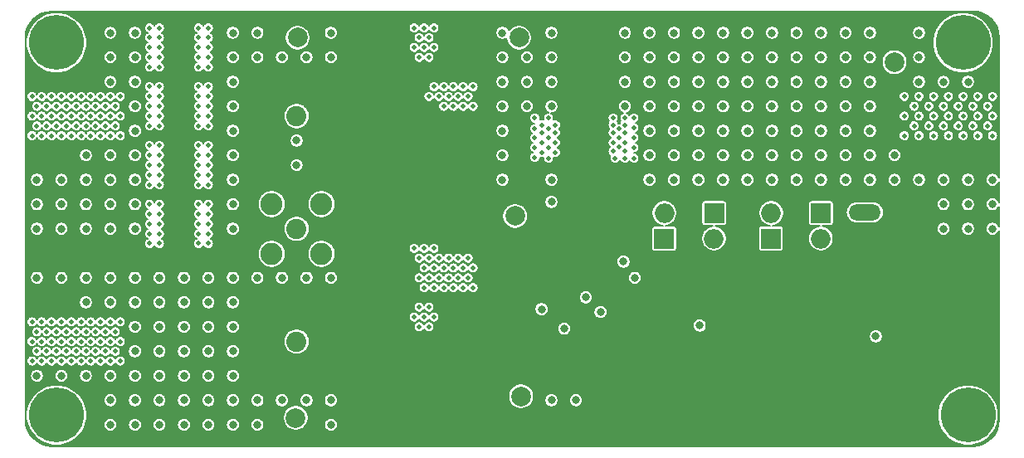
<source format=gbr>
%TF.GenerationSoftware,KiCad,Pcbnew,(5.1.8)-1*%
%TF.CreationDate,2020-11-17T00:12:26-08:00*%
%TF.ProjectId,WPT_RX,5750545f-5258-42e6-9b69-6361645f7063,rev?*%
%TF.SameCoordinates,Original*%
%TF.FileFunction,Copper,L2,Inr*%
%TF.FilePolarity,Positive*%
%FSLAX46Y46*%
G04 Gerber Fmt 4.6, Leading zero omitted, Abs format (unit mm)*
G04 Created by KiCad (PCBNEW (5.1.8)-1) date 2020-11-17 00:12:26*
%MOMM*%
%LPD*%
G01*
G04 APERTURE LIST*
%TA.AperFunction,ComponentPad*%
%ADD10R,2.000000X2.000000*%
%TD*%
%TA.AperFunction,ComponentPad*%
%ADD11O,2.000000X2.000000*%
%TD*%
%TA.AperFunction,ComponentPad*%
%ADD12C,2.250000*%
%TD*%
%TA.AperFunction,ComponentPad*%
%ADD13C,2.050000*%
%TD*%
%TA.AperFunction,ComponentPad*%
%ADD14O,3.276600X1.638300*%
%TD*%
%TA.AperFunction,ComponentPad*%
%ADD15C,2.000000*%
%TD*%
%TA.AperFunction,ComponentPad*%
%ADD16C,5.600000*%
%TD*%
%TA.AperFunction,ViaPad*%
%ADD17C,0.800000*%
%TD*%
%TA.AperFunction,ViaPad*%
%ADD18C,0.500000*%
%TD*%
%TA.AperFunction,Conductor*%
%ADD19C,0.200000*%
%TD*%
%TA.AperFunction,Conductor*%
%ADD20C,0.100000*%
%TD*%
G04 APERTURE END LIST*
D10*
%TO.N,+BATT*%
%TO.C,R9*%
X185000000Y-120900000D03*
D11*
%TO.N,Net-(Q1-Pad3)*%
X179920000Y-120900000D03*
%TD*%
D10*
%TO.N,+BATT*%
%TO.C,R12*%
X174100000Y-120900000D03*
D11*
%TO.N,Net-(Q1-Pad3)*%
X169020000Y-120900000D03*
%TD*%
D10*
%TO.N,+BATT*%
%TO.C,R13*%
X179900000Y-123500000D03*
D11*
%TO.N,Net-(Q1-Pad3)*%
X184980000Y-123500000D03*
%TD*%
D10*
%TO.N,+BATT*%
%TO.C,R14*%
X169000000Y-123500000D03*
D11*
%TO.N,Net-(Q1-Pad3)*%
X174080000Y-123500000D03*
%TD*%
D12*
%TO.N,Net-(D1-Pad2)*%
%TO.C,J3*%
X128960000Y-125040000D03*
X128960000Y-119960000D03*
X134040000Y-119960000D03*
X134040000Y-125040000D03*
D13*
%TO.N,Net-(C3-Pad1)*%
X131500000Y-122500000D03*
%TD*%
D12*
%TO.N,GND*%
%TO.C,J4*%
X128960000Y-113540000D03*
X128960000Y-108460000D03*
X134040000Y-108460000D03*
X134040000Y-113540000D03*
D13*
%TO.N,Net-(C3-Pad1)*%
X131500000Y-111000000D03*
%TD*%
%TO.N,Net-(D1-Pad2)*%
%TO.C,J5*%
X131500000Y-134000000D03*
D12*
%TO.N,GND*%
X134040000Y-136540000D03*
X134040000Y-131460000D03*
X128960000Y-131460000D03*
X128960000Y-136540000D03*
%TD*%
D14*
%TO.N,+5V*%
%TO.C,J8*%
X189480000Y-120830000D03*
%TO.N,GND*%
X189480000Y-123370000D03*
%TD*%
D15*
%TO.N,/VSEN*%
%TO.C,TP1*%
X154200000Y-103000000D03*
%TD*%
%TO.N,Net-(C3-Pad1)*%
%TO.C,TP2*%
X131600000Y-103000000D03*
%TD*%
%TO.N,Net-(D1-Pad2)*%
%TO.C,TP3*%
X131400000Y-141800000D03*
%TD*%
%TO.N,/ISEN*%
%TO.C,TP4*%
X153800000Y-121200000D03*
%TD*%
%TO.N,/FAULT_OVP*%
%TO.C,TP5*%
X154400000Y-139600000D03*
%TD*%
%TO.N,+BATT*%
%TO.C,TP6*%
X192500000Y-105500000D03*
%TD*%
%TO.N,GND*%
%TO.C,TP7*%
X192500000Y-141000000D03*
%TD*%
%TO.N,GND*%
%TO.C,TP8*%
X165000000Y-136700000D03*
%TD*%
D16*
%TO.N,N/C*%
%TO.C,H1*%
X199500000Y-103500000D03*
%TD*%
%TO.N,N/C*%
%TO.C,H2*%
X200000000Y-141500000D03*
%TD*%
%TO.N,N/C*%
%TO.C,H3*%
X107000000Y-103500000D03*
%TD*%
%TO.N,N/C*%
%TO.C,H4*%
X107000000Y-141500000D03*
%TD*%
D17*
%TO.N,GND*%
X202500000Y-129500000D03*
X200000000Y-129500000D03*
%TO.N,+5V*%
X157500000Y-119750000D03*
X164845000Y-125845000D03*
X158800000Y-132700000D03*
D18*
%TO.N,GND*%
X193500000Y-132000000D03*
X192000000Y-132000000D03*
X202500000Y-136000000D03*
X201000000Y-136000000D03*
X199500000Y-136000000D03*
X198000000Y-136000000D03*
X196500000Y-136000000D03*
X195000000Y-136000000D03*
X193500000Y-136000000D03*
X194500000Y-135000000D03*
X196000000Y-135000000D03*
X197500000Y-135000000D03*
X199000000Y-135000000D03*
X200500000Y-135000000D03*
X202000000Y-135000000D03*
X202500000Y-134000000D03*
X201000000Y-134000000D03*
X199500000Y-134000000D03*
X198000000Y-134000000D03*
X196500000Y-134000000D03*
X195000000Y-134000000D03*
X193500000Y-134000000D03*
X194500000Y-133000000D03*
X196000000Y-133000000D03*
X197500000Y-133000000D03*
X199000000Y-133000000D03*
X200500000Y-133000000D03*
X193500000Y-132000000D03*
X195000000Y-132000000D03*
X196500000Y-132000000D03*
X198000000Y-132000000D03*
X199500000Y-132000000D03*
X202000000Y-133000000D03*
X201000000Y-132000000D03*
X202500000Y-132000000D03*
X149500000Y-135000000D03*
X149000000Y-136000000D03*
X149500000Y-118000000D03*
X148500000Y-119000000D03*
X149000000Y-116500000D03*
X145000000Y-114500000D03*
X144000000Y-114500000D03*
X145500000Y-113500000D03*
X144500000Y-113500000D03*
X143500000Y-113500000D03*
X145000000Y-112500000D03*
X144000000Y-112500000D03*
X145500000Y-111500000D03*
X144500000Y-111500000D03*
X143500000Y-111500000D03*
X145500000Y-139500000D03*
X144500000Y-139500000D03*
X143500000Y-139500000D03*
X144000000Y-140500000D03*
X145000000Y-140500000D03*
X145500000Y-141500000D03*
X144500000Y-141500000D03*
X143500000Y-141500000D03*
X145000000Y-142500000D03*
X144000000Y-142500000D03*
D17*
X157500000Y-121000000D03*
X164750000Y-121000000D03*
X164750000Y-119750000D03*
X164750000Y-118500000D03*
X155000000Y-119000000D03*
X156500000Y-122000000D03*
X159000000Y-129900000D03*
X158900000Y-131200000D03*
X158900000Y-134400000D03*
X154500000Y-130400000D03*
X156200000Y-125200000D03*
D18*
X150000000Y-119000000D03*
X148500000Y-117500000D03*
X150000000Y-117000000D03*
X150000000Y-116000000D03*
X148500000Y-116000000D03*
X148500000Y-137000000D03*
X150000000Y-137000000D03*
X150000000Y-136000000D03*
X148500000Y-135000000D03*
X150000000Y-134000000D03*
X148500000Y-134000000D03*
D17*
X165250000Y-124000000D03*
X162750000Y-140500000D03*
X190500000Y-135500000D03*
X160000000Y-103000000D03*
X162000000Y-105250000D03*
X160250000Y-108250000D03*
X160000000Y-124500000D03*
X161500000Y-123250000D03*
X162750000Y-115000000D03*
X159250000Y-115000000D03*
D18*
X195000000Y-132000000D03*
X194500000Y-133000000D03*
X193000000Y-133000000D03*
X191500000Y-133000000D03*
D17*
X152500000Y-137500000D03*
X152500000Y-140000000D03*
X152500000Y-132500000D03*
X152500000Y-130000000D03*
X152500000Y-135000000D03*
X152500000Y-127500000D03*
X155000000Y-132500000D03*
X155000000Y-135000000D03*
X155000000Y-137500000D03*
X157500000Y-137500000D03*
X157500000Y-135000000D03*
X157500000Y-142500000D03*
X160000000Y-137500000D03*
X162500000Y-137500000D03*
X162500000Y-135000000D03*
X162500000Y-132500000D03*
X165000000Y-132500000D03*
X165000000Y-135000000D03*
X167500000Y-135000000D03*
X167500000Y-137500000D03*
X167500000Y-140000000D03*
X165000000Y-140300000D03*
X165000000Y-142500000D03*
X167500000Y-142500000D03*
X170000000Y-142500000D03*
X170000000Y-140000000D03*
X170000000Y-137500000D03*
X170000000Y-135000000D03*
X170000000Y-132500000D03*
X167500000Y-132500000D03*
X167500000Y-130000000D03*
X170000000Y-127500000D03*
X172500000Y-127500000D03*
X172500000Y-130000000D03*
X172500000Y-135000000D03*
X172500000Y-137500000D03*
X172500000Y-140000000D03*
X172500000Y-140000000D03*
X172500000Y-142500000D03*
X175000000Y-142500000D03*
X175000000Y-140000000D03*
X175000000Y-137500000D03*
X177500000Y-140000000D03*
X177500000Y-142500000D03*
X175000000Y-132500000D03*
X175000000Y-135000000D03*
X177500000Y-135000000D03*
X177500000Y-137500000D03*
X177500000Y-132500000D03*
X180000000Y-132500000D03*
X180000000Y-135000000D03*
X180000000Y-140000000D03*
X180000000Y-140000000D03*
X180000000Y-142500000D03*
X180000000Y-137500000D03*
X182500000Y-137500000D03*
X182500000Y-132500000D03*
X182500000Y-132500000D03*
X182500000Y-135000000D03*
X185000000Y-135000000D03*
X185000000Y-132500000D03*
X187500000Y-132500000D03*
X187500000Y-135000000D03*
X187500000Y-135000000D03*
X187500000Y-137500000D03*
X185000000Y-137500000D03*
X185000000Y-142500000D03*
X182500000Y-140000000D03*
X182500000Y-140000000D03*
X182500000Y-142500000D03*
X185000000Y-140000000D03*
X185000000Y-140000000D03*
X187500000Y-140000000D03*
X187500000Y-142500000D03*
X190000000Y-142500000D03*
X190000000Y-137500000D03*
X190000000Y-140000000D03*
X192500000Y-143500000D03*
X192500000Y-137000000D03*
X195000000Y-140000000D03*
X195000000Y-142500000D03*
X195000000Y-137500000D03*
X197500000Y-137500000D03*
X200000000Y-137500000D03*
X202500000Y-137500000D03*
X192500000Y-135000000D03*
X197500000Y-127500000D03*
X200000000Y-127500000D03*
X202500000Y-127500000D03*
X202500000Y-127500000D03*
D18*
%TO.N,Net-(C3-Pad1)*%
X122500000Y-102000000D03*
X121500000Y-102000000D03*
X121500000Y-103000000D03*
X122500000Y-103000000D03*
X122500000Y-104000000D03*
X121500000Y-104000000D03*
X121500000Y-105000000D03*
X122500000Y-105000000D03*
X122500000Y-106000000D03*
X121500000Y-106000000D03*
X122500000Y-108000000D03*
X121500000Y-108000000D03*
X121500000Y-109000000D03*
X122500000Y-109000000D03*
X122500000Y-110000000D03*
X121500000Y-110000000D03*
X121500000Y-111000000D03*
X122500000Y-111000000D03*
X122500000Y-112000000D03*
X121500000Y-112000000D03*
X121500000Y-114000000D03*
X122500000Y-114000000D03*
X122500000Y-115000000D03*
X121500000Y-115000000D03*
X121500000Y-116000000D03*
X122500000Y-116000000D03*
X122500000Y-117000000D03*
X121500000Y-117000000D03*
X122500000Y-118000000D03*
X121500000Y-118000000D03*
X122500000Y-120000000D03*
X121500000Y-120000000D03*
X121500000Y-121000000D03*
X122500000Y-121000000D03*
X122500000Y-122000000D03*
X121500000Y-122000000D03*
X121500000Y-123000000D03*
X122500000Y-123000000D03*
X122500000Y-124000000D03*
X121500000Y-124000000D03*
D17*
X125000000Y-122500000D03*
X125000000Y-120000000D03*
X125000000Y-117500000D03*
X125000000Y-115000000D03*
X125000000Y-112500000D03*
X125000000Y-110000000D03*
X125000000Y-107500000D03*
X125000000Y-105000000D03*
X125000000Y-102500000D03*
X127500000Y-102500000D03*
X127500000Y-105000000D03*
X130000000Y-105000000D03*
X132500000Y-105000000D03*
X135000000Y-105000000D03*
X135000000Y-102500000D03*
X131500000Y-113500000D03*
X131500000Y-116000000D03*
D18*
%TO.N,Net-(C3-Pad2)*%
X117500000Y-124000000D03*
X116500000Y-124000000D03*
X116500000Y-123000000D03*
X117500000Y-123000000D03*
X117500000Y-122000000D03*
X116500000Y-122000000D03*
X116500000Y-121000000D03*
X117500000Y-121000000D03*
X117500000Y-120000000D03*
X116500000Y-120000000D03*
X117500000Y-118000000D03*
X116500000Y-118000000D03*
X116500000Y-117000000D03*
X117500000Y-117000000D03*
X116500000Y-116000000D03*
X117500000Y-116000000D03*
X117500000Y-115000000D03*
X116500000Y-115000000D03*
X117500000Y-114000000D03*
X116500000Y-114000000D03*
X117500000Y-112000000D03*
X116500000Y-112000000D03*
X117500000Y-111000000D03*
X116500000Y-111000000D03*
X117500000Y-110000000D03*
X116500000Y-110000000D03*
X117500000Y-109000000D03*
X116500000Y-109000000D03*
X117500000Y-108000000D03*
X116500000Y-108000000D03*
X117500000Y-106000000D03*
X117500000Y-102000000D03*
X116500000Y-103000000D03*
X117500000Y-104000000D03*
X116500000Y-105000000D03*
X116500000Y-106000000D03*
X117500000Y-105000000D03*
X116500000Y-104000000D03*
X117500000Y-103000000D03*
X116500000Y-102000000D03*
X113500000Y-113000000D03*
X112500000Y-113000000D03*
X111500000Y-113000000D03*
X110500000Y-113000000D03*
X109500000Y-113000000D03*
X108500000Y-113000000D03*
X107500000Y-113000000D03*
X106500000Y-113000000D03*
X105500000Y-113000000D03*
X104500000Y-113000000D03*
X105000000Y-112000000D03*
X106000000Y-112000000D03*
X107000000Y-112000000D03*
X108000000Y-112000000D03*
X109000000Y-112000000D03*
X110000000Y-112000000D03*
X111000000Y-112000000D03*
X112000000Y-112000000D03*
X113000000Y-112000000D03*
X113500000Y-111000000D03*
X112500000Y-111000000D03*
X111500000Y-111000000D03*
X110500000Y-111000000D03*
X109500000Y-111000000D03*
X108500000Y-111000000D03*
X107500000Y-111000000D03*
X106500000Y-111000000D03*
X105500000Y-111000000D03*
X104500000Y-111000000D03*
X105000000Y-110000000D03*
X106000000Y-110000000D03*
X107000000Y-110000000D03*
X108000000Y-110000000D03*
X109000000Y-110000000D03*
X110000000Y-110000000D03*
X111000000Y-110000000D03*
X112000000Y-110000000D03*
X113000000Y-110000000D03*
X113500000Y-109000000D03*
X112500000Y-109000000D03*
X111500000Y-109000000D03*
X110500000Y-109000000D03*
X109500000Y-109000000D03*
X108500000Y-109000000D03*
X107500000Y-109000000D03*
X106500000Y-109000000D03*
X105500000Y-109000000D03*
X104500000Y-109000000D03*
D17*
X112500000Y-102500000D03*
X112500000Y-105000000D03*
X115000000Y-107500000D03*
X112500000Y-107500000D03*
X110000000Y-115000000D03*
X112500000Y-115000000D03*
X115000000Y-115000000D03*
X115000000Y-117500000D03*
X112500000Y-117500000D03*
X107500000Y-117500000D03*
X110000000Y-117500000D03*
X105000000Y-117500000D03*
X105000000Y-122500000D03*
X105000000Y-120000000D03*
X107500000Y-120000000D03*
X107500000Y-122500000D03*
X110000000Y-122500000D03*
X110000000Y-120000000D03*
X112500000Y-120000000D03*
X112500000Y-122500000D03*
X115000000Y-122500000D03*
X115000000Y-105000000D03*
X115000000Y-102500000D03*
X115000000Y-110000000D03*
X115000000Y-110000000D03*
X115000000Y-112500000D03*
X115000000Y-120000000D03*
D18*
%TO.N,/VSEN*%
X157900000Y-114700000D03*
X157900000Y-113700000D03*
X157900000Y-112700000D03*
X157900000Y-111900000D03*
X145500000Y-102000000D03*
X145500000Y-104000000D03*
X143500000Y-104000000D03*
X143500000Y-102000000D03*
X144500000Y-102000000D03*
X145000000Y-103000000D03*
X144000000Y-103000000D03*
X144500000Y-104000000D03*
X149500000Y-110000000D03*
X148500000Y-110000000D03*
X147500000Y-110000000D03*
X146500000Y-110000000D03*
X145000000Y-109000000D03*
X146000000Y-109000000D03*
X147000000Y-109000000D03*
X148000000Y-109000000D03*
X149000000Y-109000000D03*
X149500000Y-108000000D03*
X148500000Y-108000000D03*
X147500000Y-108000000D03*
X146500000Y-108000000D03*
X145500000Y-108000000D03*
X144000000Y-105000000D03*
X145000000Y-105000000D03*
X149500000Y-128500000D03*
X149500000Y-126500000D03*
X149000000Y-125500000D03*
X148000000Y-125500000D03*
X147000000Y-125500000D03*
X146500000Y-126500000D03*
X148500000Y-126500000D03*
X149000000Y-127500000D03*
X148500000Y-128500000D03*
X148000000Y-127500000D03*
X147500000Y-128500000D03*
X147000000Y-127500000D03*
X146500000Y-128500000D03*
X145500000Y-128500000D03*
X147500000Y-126500000D03*
X146000000Y-127500000D03*
X145000000Y-127500000D03*
X146000000Y-125500000D03*
X145500000Y-126500000D03*
X145000000Y-125500000D03*
X144500000Y-124500000D03*
X145500000Y-124500000D03*
X143500000Y-124500000D03*
X144000000Y-125500000D03*
X144500000Y-126500000D03*
X144000000Y-127500000D03*
X144500000Y-128500000D03*
X144000000Y-130500000D03*
X145000000Y-130500000D03*
X145500000Y-131500000D03*
X143500000Y-131500000D03*
X144500000Y-131500000D03*
X144000000Y-132500000D03*
X145000000Y-132500000D03*
D17*
X156500000Y-130700000D03*
D18*
X157200000Y-114200000D03*
X157200000Y-113200000D03*
X157200000Y-112300000D03*
X156500000Y-111900000D03*
X156500000Y-112700000D03*
X156500000Y-113700000D03*
X156500000Y-114700000D03*
X155800000Y-114200000D03*
X155800000Y-113200000D03*
X155800000Y-112300000D03*
X157200000Y-111200000D03*
X155800000Y-111200000D03*
X155800000Y-115200000D03*
X157200000Y-115300000D03*
D17*
X152500000Y-117500000D03*
X157500000Y-117500000D03*
X152500000Y-115000000D03*
X152500000Y-112500000D03*
X152500000Y-110000000D03*
X155000000Y-110000000D03*
X157500000Y-110000000D03*
X157500000Y-107500000D03*
X155000000Y-107500000D03*
X152500000Y-107500000D03*
X152500000Y-105000000D03*
X155000000Y-105000000D03*
X157500000Y-105000000D03*
X157500000Y-102500000D03*
X152500000Y-102500000D03*
D18*
%TO.N,Net-(D1-Pad2)*%
X110500000Y-136000000D03*
X109500000Y-136000000D03*
X108500000Y-136000000D03*
X107500000Y-136000000D03*
X106500000Y-136000000D03*
X105500000Y-136000000D03*
X104500000Y-136000000D03*
X105000000Y-135000000D03*
X106000000Y-135000000D03*
X107000000Y-135000000D03*
X108000000Y-135000000D03*
X109000000Y-135000000D03*
X110000000Y-135000000D03*
X111500000Y-136000000D03*
X111000000Y-135000000D03*
X112500000Y-136000000D03*
X112000000Y-135000000D03*
X113500000Y-136000000D03*
X113000000Y-135000000D03*
X113500000Y-134000000D03*
X112500000Y-134000000D03*
X111500000Y-134000000D03*
X110500000Y-134000000D03*
X109500000Y-134000000D03*
X108500000Y-134000000D03*
X107500000Y-134000000D03*
X106500000Y-134000000D03*
X105500000Y-134000000D03*
X104500000Y-134000000D03*
X105000000Y-133000000D03*
X106000000Y-133000000D03*
X107000000Y-133000000D03*
X108000000Y-133000000D03*
X109000000Y-133000000D03*
X110000000Y-133000000D03*
X111000000Y-133000000D03*
X112000000Y-133000000D03*
X113000000Y-133000000D03*
X113500000Y-132000000D03*
X112500000Y-132000000D03*
X111500000Y-132000000D03*
X110500000Y-132000000D03*
X109500000Y-132000000D03*
X108500000Y-132000000D03*
X107500000Y-132000000D03*
X106500000Y-132000000D03*
X105500000Y-132000000D03*
X104500000Y-132000000D03*
D17*
X105000000Y-127500000D03*
X107500000Y-127500000D03*
X110000000Y-130000000D03*
X110000000Y-127500000D03*
X112500000Y-127500000D03*
X112500000Y-130000000D03*
X115000000Y-130000000D03*
X115000000Y-127500000D03*
X120000000Y-127500000D03*
X117500000Y-130000000D03*
X117500000Y-127500000D03*
X120000000Y-130000000D03*
X122500000Y-130000000D03*
X122500000Y-127500000D03*
X125000000Y-127500000D03*
X125000000Y-130000000D03*
X127500000Y-127500000D03*
X132500000Y-127500000D03*
X130000000Y-127500000D03*
X125000000Y-132500000D03*
X125000000Y-135000000D03*
X125000000Y-137500000D03*
X125000000Y-140000000D03*
X125000000Y-142500000D03*
X120000000Y-142500000D03*
X122500000Y-142500000D03*
X122500000Y-140000000D03*
X117500000Y-140000000D03*
X117500000Y-140000000D03*
X117500000Y-142500000D03*
X120000000Y-140000000D03*
X120000000Y-137500000D03*
X122500000Y-137500000D03*
X122500000Y-135000000D03*
X120000000Y-135000000D03*
X120000000Y-132500000D03*
X122500000Y-132500000D03*
X117500000Y-132500000D03*
X117500000Y-137500000D03*
X117500000Y-135000000D03*
X115000000Y-135000000D03*
X115000000Y-132500000D03*
X115000000Y-137500000D03*
X112500000Y-137500000D03*
X107500000Y-137500000D03*
X110000000Y-137500000D03*
X105000000Y-137500000D03*
X112500000Y-140000000D03*
X115000000Y-140000000D03*
X115000000Y-142500000D03*
X112500000Y-142500000D03*
X127500000Y-142500000D03*
X127500000Y-140000000D03*
X130000000Y-140000000D03*
X132500000Y-140000000D03*
X135000000Y-140000000D03*
X135000000Y-142500000D03*
X135000000Y-127500000D03*
%TO.N,/FAULT_OVP*%
X166000000Y-127500000D03*
X160000000Y-140000000D03*
X190600000Y-133475000D03*
X157500000Y-140000000D03*
X172625000Y-132375000D03*
D18*
%TO.N,+BATT*%
X193500000Y-113000000D03*
X195000000Y-113000000D03*
X196500000Y-113000000D03*
X198000000Y-113000000D03*
X199500000Y-113000000D03*
X201000000Y-113000000D03*
X202500000Y-113000000D03*
X202000000Y-112000000D03*
X200500000Y-112000000D03*
X199000000Y-112000000D03*
X197500000Y-112000000D03*
X196000000Y-112000000D03*
X194500000Y-112000000D03*
X193500000Y-111000000D03*
X195000000Y-111000000D03*
X196500000Y-111000000D03*
X198000000Y-111000000D03*
X199500000Y-111000000D03*
X201000000Y-111000000D03*
X202500000Y-111000000D03*
X202000000Y-110000000D03*
X200500000Y-110000000D03*
X199000000Y-110000000D03*
X197500000Y-110000000D03*
X194500000Y-110000000D03*
X193500000Y-109000000D03*
X195000000Y-109000000D03*
X196500000Y-109000000D03*
X198000000Y-109000000D03*
X199500000Y-109000000D03*
X201000000Y-109000000D03*
X202500000Y-109000000D03*
X164400000Y-114100000D03*
X164400000Y-113200000D03*
X163800000Y-114600000D03*
X163800000Y-113700000D03*
X163800000Y-112700000D03*
X164400000Y-112300000D03*
X163800000Y-111900000D03*
X165000000Y-111900000D03*
X165000000Y-112700000D03*
X165000000Y-113700000D03*
X165000000Y-114600000D03*
X163800000Y-111200000D03*
X165000000Y-111200000D03*
X165900000Y-111200000D03*
X165900000Y-112200000D03*
X165900000Y-113200000D03*
X165900000Y-114200000D03*
X165900000Y-115300000D03*
X165000000Y-115300000D03*
X164000000Y-115300000D03*
D17*
X165000000Y-110000000D03*
X165000000Y-107500000D03*
X165000000Y-105000000D03*
X165000000Y-105000000D03*
X165000000Y-102500000D03*
X167500000Y-102500000D03*
X167500000Y-105000000D03*
X167500000Y-107500000D03*
X167500000Y-107500000D03*
X167500000Y-110000000D03*
X167500000Y-112500000D03*
X167500000Y-115000000D03*
X167500000Y-117500000D03*
X170000000Y-117500000D03*
X170000000Y-115000000D03*
X170000000Y-112500000D03*
X170000000Y-110000000D03*
X170000000Y-107500000D03*
X170000000Y-105000000D03*
X170000000Y-102500000D03*
X172500000Y-117500000D03*
X172500000Y-115000000D03*
X172500000Y-112500000D03*
X172500000Y-105000000D03*
X172500000Y-102500000D03*
X172500000Y-107500000D03*
X172500000Y-110000000D03*
X195000000Y-117500000D03*
X192500000Y-117500000D03*
X190000000Y-117500000D03*
X187500000Y-117500000D03*
X185000000Y-117500000D03*
X182500000Y-117500000D03*
X180000000Y-117500000D03*
X177500000Y-117500000D03*
X175000000Y-117500000D03*
X175000000Y-115000000D03*
X177500000Y-115000000D03*
X180000000Y-115000000D03*
X185000000Y-115000000D03*
X182500000Y-115000000D03*
X187500000Y-115000000D03*
X192500000Y-115000000D03*
X190000000Y-115000000D03*
X190000000Y-112500000D03*
X190000000Y-110000000D03*
X187500000Y-110000000D03*
X185000000Y-110000000D03*
X182500000Y-110000000D03*
X175000000Y-110000000D03*
X177500000Y-110000000D03*
X175000000Y-112500000D03*
X177500000Y-112500000D03*
X180000000Y-112500000D03*
X180000000Y-110000000D03*
X182500000Y-112500000D03*
X185000000Y-112500000D03*
X187500000Y-112500000D03*
X187500000Y-107500000D03*
X185000000Y-107500000D03*
X180000000Y-105000000D03*
X175000000Y-107500000D03*
X175000000Y-105000000D03*
X175000000Y-102500000D03*
X177500000Y-102500000D03*
X177500000Y-105000000D03*
X177500000Y-107500000D03*
X180000000Y-107500000D03*
X180000000Y-102500000D03*
X182500000Y-102500000D03*
X182500000Y-105000000D03*
X182500000Y-107500000D03*
X185000000Y-105000000D03*
X185000000Y-102500000D03*
X187500000Y-102500000D03*
X187500000Y-105000000D03*
X190000000Y-105000000D03*
X190000000Y-107500000D03*
X190000000Y-102500000D03*
X195000000Y-105000000D03*
X195000000Y-102500000D03*
X197500000Y-107500000D03*
X195000000Y-107500000D03*
X200000000Y-107500000D03*
X197500000Y-117500000D03*
X200000000Y-117500000D03*
X202500000Y-117500000D03*
X202500000Y-120000000D03*
X200000000Y-120000000D03*
X197500000Y-120000000D03*
X197500000Y-122500000D03*
X200000000Y-122500000D03*
X202500000Y-122500000D03*
D18*
X196000000Y-110000000D03*
D17*
%TO.N,Net-(R6-Pad2)*%
X162500000Y-131000000D03*
X161000000Y-129500000D03*
%TD*%
D19*
%TO.N,GND*%
X201019275Y-100377474D02*
X201518770Y-100528281D01*
X201979459Y-100773233D01*
X202383797Y-101103002D01*
X202716384Y-101505031D01*
X202964548Y-101964001D01*
X203118837Y-102462427D01*
X203174986Y-102996657D01*
X203175000Y-103000559D01*
X203175000Y-117305377D01*
X203173099Y-117295818D01*
X203120332Y-117168426D01*
X203043726Y-117053776D01*
X202946224Y-116956274D01*
X202831574Y-116879668D01*
X202704182Y-116826901D01*
X202568944Y-116800000D01*
X202431056Y-116800000D01*
X202295818Y-116826901D01*
X202168426Y-116879668D01*
X202053776Y-116956274D01*
X201956274Y-117053776D01*
X201879668Y-117168426D01*
X201826901Y-117295818D01*
X201800000Y-117431056D01*
X201800000Y-117568944D01*
X201826901Y-117704182D01*
X201879668Y-117831574D01*
X201956274Y-117946224D01*
X202053776Y-118043726D01*
X202168426Y-118120332D01*
X202295818Y-118173099D01*
X202431056Y-118200000D01*
X202568944Y-118200000D01*
X202704182Y-118173099D01*
X202831574Y-118120332D01*
X202946224Y-118043726D01*
X203043726Y-117946224D01*
X203120332Y-117831574D01*
X203173099Y-117704182D01*
X203175000Y-117694623D01*
X203175000Y-119805377D01*
X203173099Y-119795818D01*
X203120332Y-119668426D01*
X203043726Y-119553776D01*
X202946224Y-119456274D01*
X202831574Y-119379668D01*
X202704182Y-119326901D01*
X202568944Y-119300000D01*
X202431056Y-119300000D01*
X202295818Y-119326901D01*
X202168426Y-119379668D01*
X202053776Y-119456274D01*
X201956274Y-119553776D01*
X201879668Y-119668426D01*
X201826901Y-119795818D01*
X201800000Y-119931056D01*
X201800000Y-120068944D01*
X201826901Y-120204182D01*
X201879668Y-120331574D01*
X201956274Y-120446224D01*
X202053776Y-120543726D01*
X202168426Y-120620332D01*
X202295818Y-120673099D01*
X202431056Y-120700000D01*
X202568944Y-120700000D01*
X202704182Y-120673099D01*
X202831574Y-120620332D01*
X202946224Y-120543726D01*
X203043726Y-120446224D01*
X203120332Y-120331574D01*
X203173099Y-120204182D01*
X203175000Y-120194623D01*
X203175000Y-122305377D01*
X203173099Y-122295818D01*
X203120332Y-122168426D01*
X203043726Y-122053776D01*
X202946224Y-121956274D01*
X202831574Y-121879668D01*
X202704182Y-121826901D01*
X202568944Y-121800000D01*
X202431056Y-121800000D01*
X202295818Y-121826901D01*
X202168426Y-121879668D01*
X202053776Y-121956274D01*
X201956274Y-122053776D01*
X201879668Y-122168426D01*
X201826901Y-122295818D01*
X201800000Y-122431056D01*
X201800000Y-122568944D01*
X201826901Y-122704182D01*
X201879668Y-122831574D01*
X201956274Y-122946224D01*
X202053776Y-123043726D01*
X202168426Y-123120332D01*
X202295818Y-123173099D01*
X202431056Y-123200000D01*
X202568944Y-123200000D01*
X202704182Y-123173099D01*
X202831574Y-123120332D01*
X202946224Y-123043726D01*
X203043726Y-122946224D01*
X203120332Y-122831574D01*
X203173099Y-122704182D01*
X203175001Y-122694623D01*
X203175001Y-141984094D01*
X203122526Y-142519274D01*
X202971719Y-143018770D01*
X202726768Y-143479458D01*
X202396995Y-143883799D01*
X201994970Y-144216383D01*
X201535997Y-144464548D01*
X201037575Y-144618836D01*
X200503342Y-144674986D01*
X200499441Y-144675000D01*
X106515896Y-144675000D01*
X105980726Y-144622526D01*
X105481230Y-144471719D01*
X105020542Y-144226768D01*
X104616201Y-143896995D01*
X104283617Y-143494970D01*
X104035452Y-143035997D01*
X103881164Y-142537575D01*
X103825014Y-142003342D01*
X103825000Y-141999441D01*
X103825000Y-141194677D01*
X103900000Y-141194677D01*
X103900000Y-141805323D01*
X104019131Y-142404237D01*
X104252815Y-142968401D01*
X104592072Y-143476135D01*
X105023865Y-143907928D01*
X105531599Y-144247185D01*
X106095763Y-144480869D01*
X106694677Y-144600000D01*
X107305323Y-144600000D01*
X107904237Y-144480869D01*
X108468401Y-144247185D01*
X108976135Y-143907928D01*
X109407928Y-143476135D01*
X109747185Y-142968401D01*
X109969760Y-142431056D01*
X111800000Y-142431056D01*
X111800000Y-142568944D01*
X111826901Y-142704182D01*
X111879668Y-142831574D01*
X111956274Y-142946224D01*
X112053776Y-143043726D01*
X112168426Y-143120332D01*
X112295818Y-143173099D01*
X112431056Y-143200000D01*
X112568944Y-143200000D01*
X112704182Y-143173099D01*
X112831574Y-143120332D01*
X112946224Y-143043726D01*
X113043726Y-142946224D01*
X113120332Y-142831574D01*
X113173099Y-142704182D01*
X113200000Y-142568944D01*
X113200000Y-142431056D01*
X114300000Y-142431056D01*
X114300000Y-142568944D01*
X114326901Y-142704182D01*
X114379668Y-142831574D01*
X114456274Y-142946224D01*
X114553776Y-143043726D01*
X114668426Y-143120332D01*
X114795818Y-143173099D01*
X114931056Y-143200000D01*
X115068944Y-143200000D01*
X115204182Y-143173099D01*
X115331574Y-143120332D01*
X115446224Y-143043726D01*
X115543726Y-142946224D01*
X115620332Y-142831574D01*
X115673099Y-142704182D01*
X115700000Y-142568944D01*
X115700000Y-142431056D01*
X116800000Y-142431056D01*
X116800000Y-142568944D01*
X116826901Y-142704182D01*
X116879668Y-142831574D01*
X116956274Y-142946224D01*
X117053776Y-143043726D01*
X117168426Y-143120332D01*
X117295818Y-143173099D01*
X117431056Y-143200000D01*
X117568944Y-143200000D01*
X117704182Y-143173099D01*
X117831574Y-143120332D01*
X117946224Y-143043726D01*
X118043726Y-142946224D01*
X118120332Y-142831574D01*
X118173099Y-142704182D01*
X118200000Y-142568944D01*
X118200000Y-142431056D01*
X119300000Y-142431056D01*
X119300000Y-142568944D01*
X119326901Y-142704182D01*
X119379668Y-142831574D01*
X119456274Y-142946224D01*
X119553776Y-143043726D01*
X119668426Y-143120332D01*
X119795818Y-143173099D01*
X119931056Y-143200000D01*
X120068944Y-143200000D01*
X120204182Y-143173099D01*
X120331574Y-143120332D01*
X120446224Y-143043726D01*
X120543726Y-142946224D01*
X120620332Y-142831574D01*
X120673099Y-142704182D01*
X120700000Y-142568944D01*
X120700000Y-142431056D01*
X121800000Y-142431056D01*
X121800000Y-142568944D01*
X121826901Y-142704182D01*
X121879668Y-142831574D01*
X121956274Y-142946224D01*
X122053776Y-143043726D01*
X122168426Y-143120332D01*
X122295818Y-143173099D01*
X122431056Y-143200000D01*
X122568944Y-143200000D01*
X122704182Y-143173099D01*
X122831574Y-143120332D01*
X122946224Y-143043726D01*
X123043726Y-142946224D01*
X123120332Y-142831574D01*
X123173099Y-142704182D01*
X123200000Y-142568944D01*
X123200000Y-142431056D01*
X124300000Y-142431056D01*
X124300000Y-142568944D01*
X124326901Y-142704182D01*
X124379668Y-142831574D01*
X124456274Y-142946224D01*
X124553776Y-143043726D01*
X124668426Y-143120332D01*
X124795818Y-143173099D01*
X124931056Y-143200000D01*
X125068944Y-143200000D01*
X125204182Y-143173099D01*
X125331574Y-143120332D01*
X125446224Y-143043726D01*
X125543726Y-142946224D01*
X125620332Y-142831574D01*
X125673099Y-142704182D01*
X125700000Y-142568944D01*
X125700000Y-142431056D01*
X126800000Y-142431056D01*
X126800000Y-142568944D01*
X126826901Y-142704182D01*
X126879668Y-142831574D01*
X126956274Y-142946224D01*
X127053776Y-143043726D01*
X127168426Y-143120332D01*
X127295818Y-143173099D01*
X127431056Y-143200000D01*
X127568944Y-143200000D01*
X127704182Y-143173099D01*
X127831574Y-143120332D01*
X127946224Y-143043726D01*
X128043726Y-142946224D01*
X128120332Y-142831574D01*
X128173099Y-142704182D01*
X128200000Y-142568944D01*
X128200000Y-142431056D01*
X128173099Y-142295818D01*
X128120332Y-142168426D01*
X128043726Y-142053776D01*
X127946224Y-141956274D01*
X127831574Y-141879668D01*
X127704182Y-141826901D01*
X127568944Y-141800000D01*
X127431056Y-141800000D01*
X127295818Y-141826901D01*
X127168426Y-141879668D01*
X127053776Y-141956274D01*
X126956274Y-142053776D01*
X126879668Y-142168426D01*
X126826901Y-142295818D01*
X126800000Y-142431056D01*
X125700000Y-142431056D01*
X125673099Y-142295818D01*
X125620332Y-142168426D01*
X125543726Y-142053776D01*
X125446224Y-141956274D01*
X125331574Y-141879668D01*
X125204182Y-141826901D01*
X125068944Y-141800000D01*
X124931056Y-141800000D01*
X124795818Y-141826901D01*
X124668426Y-141879668D01*
X124553776Y-141956274D01*
X124456274Y-142053776D01*
X124379668Y-142168426D01*
X124326901Y-142295818D01*
X124300000Y-142431056D01*
X123200000Y-142431056D01*
X123173099Y-142295818D01*
X123120332Y-142168426D01*
X123043726Y-142053776D01*
X122946224Y-141956274D01*
X122831574Y-141879668D01*
X122704182Y-141826901D01*
X122568944Y-141800000D01*
X122431056Y-141800000D01*
X122295818Y-141826901D01*
X122168426Y-141879668D01*
X122053776Y-141956274D01*
X121956274Y-142053776D01*
X121879668Y-142168426D01*
X121826901Y-142295818D01*
X121800000Y-142431056D01*
X120700000Y-142431056D01*
X120673099Y-142295818D01*
X120620332Y-142168426D01*
X120543726Y-142053776D01*
X120446224Y-141956274D01*
X120331574Y-141879668D01*
X120204182Y-141826901D01*
X120068944Y-141800000D01*
X119931056Y-141800000D01*
X119795818Y-141826901D01*
X119668426Y-141879668D01*
X119553776Y-141956274D01*
X119456274Y-142053776D01*
X119379668Y-142168426D01*
X119326901Y-142295818D01*
X119300000Y-142431056D01*
X118200000Y-142431056D01*
X118173099Y-142295818D01*
X118120332Y-142168426D01*
X118043726Y-142053776D01*
X117946224Y-141956274D01*
X117831574Y-141879668D01*
X117704182Y-141826901D01*
X117568944Y-141800000D01*
X117431056Y-141800000D01*
X117295818Y-141826901D01*
X117168426Y-141879668D01*
X117053776Y-141956274D01*
X116956274Y-142053776D01*
X116879668Y-142168426D01*
X116826901Y-142295818D01*
X116800000Y-142431056D01*
X115700000Y-142431056D01*
X115673099Y-142295818D01*
X115620332Y-142168426D01*
X115543726Y-142053776D01*
X115446224Y-141956274D01*
X115331574Y-141879668D01*
X115204182Y-141826901D01*
X115068944Y-141800000D01*
X114931056Y-141800000D01*
X114795818Y-141826901D01*
X114668426Y-141879668D01*
X114553776Y-141956274D01*
X114456274Y-142053776D01*
X114379668Y-142168426D01*
X114326901Y-142295818D01*
X114300000Y-142431056D01*
X113200000Y-142431056D01*
X113173099Y-142295818D01*
X113120332Y-142168426D01*
X113043726Y-142053776D01*
X112946224Y-141956274D01*
X112831574Y-141879668D01*
X112704182Y-141826901D01*
X112568944Y-141800000D01*
X112431056Y-141800000D01*
X112295818Y-141826901D01*
X112168426Y-141879668D01*
X112053776Y-141956274D01*
X111956274Y-142053776D01*
X111879668Y-142168426D01*
X111826901Y-142295818D01*
X111800000Y-142431056D01*
X109969760Y-142431056D01*
X109980869Y-142404237D01*
X110100000Y-141805323D01*
X110100000Y-141671961D01*
X130100000Y-141671961D01*
X130100000Y-141928039D01*
X130149958Y-142179196D01*
X130247955Y-142415781D01*
X130390224Y-142628702D01*
X130571298Y-142809776D01*
X130784219Y-142952045D01*
X131020804Y-143050042D01*
X131271961Y-143100000D01*
X131528039Y-143100000D01*
X131779196Y-143050042D01*
X132015781Y-142952045D01*
X132228702Y-142809776D01*
X132409776Y-142628702D01*
X132541838Y-142431056D01*
X134300000Y-142431056D01*
X134300000Y-142568944D01*
X134326901Y-142704182D01*
X134379668Y-142831574D01*
X134456274Y-142946224D01*
X134553776Y-143043726D01*
X134668426Y-143120332D01*
X134795818Y-143173099D01*
X134931056Y-143200000D01*
X135068944Y-143200000D01*
X135204182Y-143173099D01*
X135331574Y-143120332D01*
X135446224Y-143043726D01*
X135543726Y-142946224D01*
X135620332Y-142831574D01*
X135673099Y-142704182D01*
X135700000Y-142568944D01*
X135700000Y-142431056D01*
X135673099Y-142295818D01*
X135620332Y-142168426D01*
X135543726Y-142053776D01*
X135446224Y-141956274D01*
X135331574Y-141879668D01*
X135204182Y-141826901D01*
X135068944Y-141800000D01*
X134931056Y-141800000D01*
X134795818Y-141826901D01*
X134668426Y-141879668D01*
X134553776Y-141956274D01*
X134456274Y-142053776D01*
X134379668Y-142168426D01*
X134326901Y-142295818D01*
X134300000Y-142431056D01*
X132541838Y-142431056D01*
X132552045Y-142415781D01*
X132650042Y-142179196D01*
X132700000Y-141928039D01*
X132700000Y-141671961D01*
X132650042Y-141420804D01*
X132556377Y-141194677D01*
X196900000Y-141194677D01*
X196900000Y-141805323D01*
X197019131Y-142404237D01*
X197252815Y-142968401D01*
X197592072Y-143476135D01*
X198023865Y-143907928D01*
X198531599Y-144247185D01*
X199095763Y-144480869D01*
X199694677Y-144600000D01*
X200305323Y-144600000D01*
X200904237Y-144480869D01*
X201468401Y-144247185D01*
X201976135Y-143907928D01*
X202407928Y-143476135D01*
X202747185Y-142968401D01*
X202980869Y-142404237D01*
X203100000Y-141805323D01*
X203100000Y-141194677D01*
X202980869Y-140595763D01*
X202747185Y-140031599D01*
X202407928Y-139523865D01*
X201976135Y-139092072D01*
X201468401Y-138752815D01*
X200904237Y-138519131D01*
X200305323Y-138400000D01*
X199694677Y-138400000D01*
X199095763Y-138519131D01*
X198531599Y-138752815D01*
X198023865Y-139092072D01*
X197592072Y-139523865D01*
X197252815Y-140031599D01*
X197019131Y-140595763D01*
X196900000Y-141194677D01*
X132556377Y-141194677D01*
X132552045Y-141184219D01*
X132409776Y-140971298D01*
X132228702Y-140790224D01*
X132015781Y-140647955D01*
X131779196Y-140549958D01*
X131528039Y-140500000D01*
X131271961Y-140500000D01*
X131020804Y-140549958D01*
X130784219Y-140647955D01*
X130571298Y-140790224D01*
X130390224Y-140971298D01*
X130247955Y-141184219D01*
X130149958Y-141420804D01*
X130100000Y-141671961D01*
X110100000Y-141671961D01*
X110100000Y-141194677D01*
X109980869Y-140595763D01*
X109747185Y-140031599D01*
X109680005Y-139931056D01*
X111800000Y-139931056D01*
X111800000Y-140068944D01*
X111826901Y-140204182D01*
X111879668Y-140331574D01*
X111956274Y-140446224D01*
X112053776Y-140543726D01*
X112168426Y-140620332D01*
X112295818Y-140673099D01*
X112431056Y-140700000D01*
X112568944Y-140700000D01*
X112704182Y-140673099D01*
X112831574Y-140620332D01*
X112946224Y-140543726D01*
X113043726Y-140446224D01*
X113120332Y-140331574D01*
X113173099Y-140204182D01*
X113200000Y-140068944D01*
X113200000Y-139931056D01*
X114300000Y-139931056D01*
X114300000Y-140068944D01*
X114326901Y-140204182D01*
X114379668Y-140331574D01*
X114456274Y-140446224D01*
X114553776Y-140543726D01*
X114668426Y-140620332D01*
X114795818Y-140673099D01*
X114931056Y-140700000D01*
X115068944Y-140700000D01*
X115204182Y-140673099D01*
X115331574Y-140620332D01*
X115446224Y-140543726D01*
X115543726Y-140446224D01*
X115620332Y-140331574D01*
X115673099Y-140204182D01*
X115700000Y-140068944D01*
X115700000Y-139931056D01*
X116800000Y-139931056D01*
X116800000Y-140068944D01*
X116826901Y-140204182D01*
X116879668Y-140331574D01*
X116956274Y-140446224D01*
X117053776Y-140543726D01*
X117168426Y-140620332D01*
X117295818Y-140673099D01*
X117431056Y-140700000D01*
X117568944Y-140700000D01*
X117704182Y-140673099D01*
X117831574Y-140620332D01*
X117946224Y-140543726D01*
X118043726Y-140446224D01*
X118120332Y-140331574D01*
X118173099Y-140204182D01*
X118200000Y-140068944D01*
X118200000Y-139931056D01*
X119300000Y-139931056D01*
X119300000Y-140068944D01*
X119326901Y-140204182D01*
X119379668Y-140331574D01*
X119456274Y-140446224D01*
X119553776Y-140543726D01*
X119668426Y-140620332D01*
X119795818Y-140673099D01*
X119931056Y-140700000D01*
X120068944Y-140700000D01*
X120204182Y-140673099D01*
X120331574Y-140620332D01*
X120446224Y-140543726D01*
X120543726Y-140446224D01*
X120620332Y-140331574D01*
X120673099Y-140204182D01*
X120700000Y-140068944D01*
X120700000Y-139931056D01*
X121800000Y-139931056D01*
X121800000Y-140068944D01*
X121826901Y-140204182D01*
X121879668Y-140331574D01*
X121956274Y-140446224D01*
X122053776Y-140543726D01*
X122168426Y-140620332D01*
X122295818Y-140673099D01*
X122431056Y-140700000D01*
X122568944Y-140700000D01*
X122704182Y-140673099D01*
X122831574Y-140620332D01*
X122946224Y-140543726D01*
X123043726Y-140446224D01*
X123120332Y-140331574D01*
X123173099Y-140204182D01*
X123200000Y-140068944D01*
X123200000Y-139931056D01*
X124300000Y-139931056D01*
X124300000Y-140068944D01*
X124326901Y-140204182D01*
X124379668Y-140331574D01*
X124456274Y-140446224D01*
X124553776Y-140543726D01*
X124668426Y-140620332D01*
X124795818Y-140673099D01*
X124931056Y-140700000D01*
X125068944Y-140700000D01*
X125204182Y-140673099D01*
X125331574Y-140620332D01*
X125446224Y-140543726D01*
X125543726Y-140446224D01*
X125620332Y-140331574D01*
X125673099Y-140204182D01*
X125700000Y-140068944D01*
X125700000Y-139931056D01*
X126800000Y-139931056D01*
X126800000Y-140068944D01*
X126826901Y-140204182D01*
X126879668Y-140331574D01*
X126956274Y-140446224D01*
X127053776Y-140543726D01*
X127168426Y-140620332D01*
X127295818Y-140673099D01*
X127431056Y-140700000D01*
X127568944Y-140700000D01*
X127704182Y-140673099D01*
X127831574Y-140620332D01*
X127946224Y-140543726D01*
X128043726Y-140446224D01*
X128120332Y-140331574D01*
X128173099Y-140204182D01*
X128200000Y-140068944D01*
X128200000Y-139931056D01*
X129300000Y-139931056D01*
X129300000Y-140068944D01*
X129326901Y-140204182D01*
X129379668Y-140331574D01*
X129456274Y-140446224D01*
X129553776Y-140543726D01*
X129668426Y-140620332D01*
X129795818Y-140673099D01*
X129931056Y-140700000D01*
X130068944Y-140700000D01*
X130204182Y-140673099D01*
X130331574Y-140620332D01*
X130446224Y-140543726D01*
X130543726Y-140446224D01*
X130620332Y-140331574D01*
X130673099Y-140204182D01*
X130700000Y-140068944D01*
X130700000Y-139931056D01*
X131800000Y-139931056D01*
X131800000Y-140068944D01*
X131826901Y-140204182D01*
X131879668Y-140331574D01*
X131956274Y-140446224D01*
X132053776Y-140543726D01*
X132168426Y-140620332D01*
X132295818Y-140673099D01*
X132431056Y-140700000D01*
X132568944Y-140700000D01*
X132704182Y-140673099D01*
X132831574Y-140620332D01*
X132946224Y-140543726D01*
X133043726Y-140446224D01*
X133120332Y-140331574D01*
X133173099Y-140204182D01*
X133200000Y-140068944D01*
X133200000Y-139931056D01*
X134300000Y-139931056D01*
X134300000Y-140068944D01*
X134326901Y-140204182D01*
X134379668Y-140331574D01*
X134456274Y-140446224D01*
X134553776Y-140543726D01*
X134668426Y-140620332D01*
X134795818Y-140673099D01*
X134931056Y-140700000D01*
X135068944Y-140700000D01*
X135204182Y-140673099D01*
X135331574Y-140620332D01*
X135446224Y-140543726D01*
X135543726Y-140446224D01*
X135620332Y-140331574D01*
X135673099Y-140204182D01*
X135700000Y-140068944D01*
X135700000Y-139931056D01*
X135673099Y-139795818D01*
X135620332Y-139668426D01*
X135543726Y-139553776D01*
X135461911Y-139471961D01*
X153100000Y-139471961D01*
X153100000Y-139728039D01*
X153149958Y-139979196D01*
X153247955Y-140215781D01*
X153390224Y-140428702D01*
X153571298Y-140609776D01*
X153784219Y-140752045D01*
X154020804Y-140850042D01*
X154271961Y-140900000D01*
X154528039Y-140900000D01*
X154779196Y-140850042D01*
X155015781Y-140752045D01*
X155228702Y-140609776D01*
X155409776Y-140428702D01*
X155552045Y-140215781D01*
X155650042Y-139979196D01*
X155659617Y-139931056D01*
X156800000Y-139931056D01*
X156800000Y-140068944D01*
X156826901Y-140204182D01*
X156879668Y-140331574D01*
X156956274Y-140446224D01*
X157053776Y-140543726D01*
X157168426Y-140620332D01*
X157295818Y-140673099D01*
X157431056Y-140700000D01*
X157568944Y-140700000D01*
X157704182Y-140673099D01*
X157831574Y-140620332D01*
X157946224Y-140543726D01*
X158043726Y-140446224D01*
X158120332Y-140331574D01*
X158173099Y-140204182D01*
X158200000Y-140068944D01*
X158200000Y-139931056D01*
X159300000Y-139931056D01*
X159300000Y-140068944D01*
X159326901Y-140204182D01*
X159379668Y-140331574D01*
X159456274Y-140446224D01*
X159553776Y-140543726D01*
X159668426Y-140620332D01*
X159795818Y-140673099D01*
X159931056Y-140700000D01*
X160068944Y-140700000D01*
X160204182Y-140673099D01*
X160331574Y-140620332D01*
X160446224Y-140543726D01*
X160543726Y-140446224D01*
X160620332Y-140331574D01*
X160673099Y-140204182D01*
X160700000Y-140068944D01*
X160700000Y-139931056D01*
X160673099Y-139795818D01*
X160620332Y-139668426D01*
X160543726Y-139553776D01*
X160446224Y-139456274D01*
X160331574Y-139379668D01*
X160204182Y-139326901D01*
X160068944Y-139300000D01*
X159931056Y-139300000D01*
X159795818Y-139326901D01*
X159668426Y-139379668D01*
X159553776Y-139456274D01*
X159456274Y-139553776D01*
X159379668Y-139668426D01*
X159326901Y-139795818D01*
X159300000Y-139931056D01*
X158200000Y-139931056D01*
X158173099Y-139795818D01*
X158120332Y-139668426D01*
X158043726Y-139553776D01*
X157946224Y-139456274D01*
X157831574Y-139379668D01*
X157704182Y-139326901D01*
X157568944Y-139300000D01*
X157431056Y-139300000D01*
X157295818Y-139326901D01*
X157168426Y-139379668D01*
X157053776Y-139456274D01*
X156956274Y-139553776D01*
X156879668Y-139668426D01*
X156826901Y-139795818D01*
X156800000Y-139931056D01*
X155659617Y-139931056D01*
X155700000Y-139728039D01*
X155700000Y-139471961D01*
X155650042Y-139220804D01*
X155552045Y-138984219D01*
X155409776Y-138771298D01*
X155228702Y-138590224D01*
X155015781Y-138447955D01*
X154779196Y-138349958D01*
X154528039Y-138300000D01*
X154271961Y-138300000D01*
X154020804Y-138349958D01*
X153784219Y-138447955D01*
X153571298Y-138590224D01*
X153390224Y-138771298D01*
X153247955Y-138984219D01*
X153149958Y-139220804D01*
X153100000Y-139471961D01*
X135461911Y-139471961D01*
X135446224Y-139456274D01*
X135331574Y-139379668D01*
X135204182Y-139326901D01*
X135068944Y-139300000D01*
X134931056Y-139300000D01*
X134795818Y-139326901D01*
X134668426Y-139379668D01*
X134553776Y-139456274D01*
X134456274Y-139553776D01*
X134379668Y-139668426D01*
X134326901Y-139795818D01*
X134300000Y-139931056D01*
X133200000Y-139931056D01*
X133173099Y-139795818D01*
X133120332Y-139668426D01*
X133043726Y-139553776D01*
X132946224Y-139456274D01*
X132831574Y-139379668D01*
X132704182Y-139326901D01*
X132568944Y-139300000D01*
X132431056Y-139300000D01*
X132295818Y-139326901D01*
X132168426Y-139379668D01*
X132053776Y-139456274D01*
X131956274Y-139553776D01*
X131879668Y-139668426D01*
X131826901Y-139795818D01*
X131800000Y-139931056D01*
X130700000Y-139931056D01*
X130673099Y-139795818D01*
X130620332Y-139668426D01*
X130543726Y-139553776D01*
X130446224Y-139456274D01*
X130331574Y-139379668D01*
X130204182Y-139326901D01*
X130068944Y-139300000D01*
X129931056Y-139300000D01*
X129795818Y-139326901D01*
X129668426Y-139379668D01*
X129553776Y-139456274D01*
X129456274Y-139553776D01*
X129379668Y-139668426D01*
X129326901Y-139795818D01*
X129300000Y-139931056D01*
X128200000Y-139931056D01*
X128173099Y-139795818D01*
X128120332Y-139668426D01*
X128043726Y-139553776D01*
X127946224Y-139456274D01*
X127831574Y-139379668D01*
X127704182Y-139326901D01*
X127568944Y-139300000D01*
X127431056Y-139300000D01*
X127295818Y-139326901D01*
X127168426Y-139379668D01*
X127053776Y-139456274D01*
X126956274Y-139553776D01*
X126879668Y-139668426D01*
X126826901Y-139795818D01*
X126800000Y-139931056D01*
X125700000Y-139931056D01*
X125673099Y-139795818D01*
X125620332Y-139668426D01*
X125543726Y-139553776D01*
X125446224Y-139456274D01*
X125331574Y-139379668D01*
X125204182Y-139326901D01*
X125068944Y-139300000D01*
X124931056Y-139300000D01*
X124795818Y-139326901D01*
X124668426Y-139379668D01*
X124553776Y-139456274D01*
X124456274Y-139553776D01*
X124379668Y-139668426D01*
X124326901Y-139795818D01*
X124300000Y-139931056D01*
X123200000Y-139931056D01*
X123173099Y-139795818D01*
X123120332Y-139668426D01*
X123043726Y-139553776D01*
X122946224Y-139456274D01*
X122831574Y-139379668D01*
X122704182Y-139326901D01*
X122568944Y-139300000D01*
X122431056Y-139300000D01*
X122295818Y-139326901D01*
X122168426Y-139379668D01*
X122053776Y-139456274D01*
X121956274Y-139553776D01*
X121879668Y-139668426D01*
X121826901Y-139795818D01*
X121800000Y-139931056D01*
X120700000Y-139931056D01*
X120673099Y-139795818D01*
X120620332Y-139668426D01*
X120543726Y-139553776D01*
X120446224Y-139456274D01*
X120331574Y-139379668D01*
X120204182Y-139326901D01*
X120068944Y-139300000D01*
X119931056Y-139300000D01*
X119795818Y-139326901D01*
X119668426Y-139379668D01*
X119553776Y-139456274D01*
X119456274Y-139553776D01*
X119379668Y-139668426D01*
X119326901Y-139795818D01*
X119300000Y-139931056D01*
X118200000Y-139931056D01*
X118173099Y-139795818D01*
X118120332Y-139668426D01*
X118043726Y-139553776D01*
X117946224Y-139456274D01*
X117831574Y-139379668D01*
X117704182Y-139326901D01*
X117568944Y-139300000D01*
X117431056Y-139300000D01*
X117295818Y-139326901D01*
X117168426Y-139379668D01*
X117053776Y-139456274D01*
X116956274Y-139553776D01*
X116879668Y-139668426D01*
X116826901Y-139795818D01*
X116800000Y-139931056D01*
X115700000Y-139931056D01*
X115673099Y-139795818D01*
X115620332Y-139668426D01*
X115543726Y-139553776D01*
X115446224Y-139456274D01*
X115331574Y-139379668D01*
X115204182Y-139326901D01*
X115068944Y-139300000D01*
X114931056Y-139300000D01*
X114795818Y-139326901D01*
X114668426Y-139379668D01*
X114553776Y-139456274D01*
X114456274Y-139553776D01*
X114379668Y-139668426D01*
X114326901Y-139795818D01*
X114300000Y-139931056D01*
X113200000Y-139931056D01*
X113173099Y-139795818D01*
X113120332Y-139668426D01*
X113043726Y-139553776D01*
X112946224Y-139456274D01*
X112831574Y-139379668D01*
X112704182Y-139326901D01*
X112568944Y-139300000D01*
X112431056Y-139300000D01*
X112295818Y-139326901D01*
X112168426Y-139379668D01*
X112053776Y-139456274D01*
X111956274Y-139553776D01*
X111879668Y-139668426D01*
X111826901Y-139795818D01*
X111800000Y-139931056D01*
X109680005Y-139931056D01*
X109407928Y-139523865D01*
X108976135Y-139092072D01*
X108468401Y-138752815D01*
X107904237Y-138519131D01*
X107305323Y-138400000D01*
X106694677Y-138400000D01*
X106095763Y-138519131D01*
X105531599Y-138752815D01*
X105023865Y-139092072D01*
X104592072Y-139523865D01*
X104252815Y-140031599D01*
X104019131Y-140595763D01*
X103900000Y-141194677D01*
X103825000Y-141194677D01*
X103825000Y-137431056D01*
X104300000Y-137431056D01*
X104300000Y-137568944D01*
X104326901Y-137704182D01*
X104379668Y-137831574D01*
X104456274Y-137946224D01*
X104553776Y-138043726D01*
X104668426Y-138120332D01*
X104795818Y-138173099D01*
X104931056Y-138200000D01*
X105068944Y-138200000D01*
X105204182Y-138173099D01*
X105331574Y-138120332D01*
X105446224Y-138043726D01*
X105543726Y-137946224D01*
X105620332Y-137831574D01*
X105673099Y-137704182D01*
X105700000Y-137568944D01*
X105700000Y-137431056D01*
X106800000Y-137431056D01*
X106800000Y-137568944D01*
X106826901Y-137704182D01*
X106879668Y-137831574D01*
X106956274Y-137946224D01*
X107053776Y-138043726D01*
X107168426Y-138120332D01*
X107295818Y-138173099D01*
X107431056Y-138200000D01*
X107568944Y-138200000D01*
X107704182Y-138173099D01*
X107831574Y-138120332D01*
X107946224Y-138043726D01*
X108043726Y-137946224D01*
X108120332Y-137831574D01*
X108173099Y-137704182D01*
X108200000Y-137568944D01*
X108200000Y-137431056D01*
X109300000Y-137431056D01*
X109300000Y-137568944D01*
X109326901Y-137704182D01*
X109379668Y-137831574D01*
X109456274Y-137946224D01*
X109553776Y-138043726D01*
X109668426Y-138120332D01*
X109795818Y-138173099D01*
X109931056Y-138200000D01*
X110068944Y-138200000D01*
X110204182Y-138173099D01*
X110331574Y-138120332D01*
X110446224Y-138043726D01*
X110543726Y-137946224D01*
X110620332Y-137831574D01*
X110673099Y-137704182D01*
X110700000Y-137568944D01*
X110700000Y-137431056D01*
X111800000Y-137431056D01*
X111800000Y-137568944D01*
X111826901Y-137704182D01*
X111879668Y-137831574D01*
X111956274Y-137946224D01*
X112053776Y-138043726D01*
X112168426Y-138120332D01*
X112295818Y-138173099D01*
X112431056Y-138200000D01*
X112568944Y-138200000D01*
X112704182Y-138173099D01*
X112831574Y-138120332D01*
X112946224Y-138043726D01*
X113043726Y-137946224D01*
X113120332Y-137831574D01*
X113173099Y-137704182D01*
X113200000Y-137568944D01*
X113200000Y-137431056D01*
X114300000Y-137431056D01*
X114300000Y-137568944D01*
X114326901Y-137704182D01*
X114379668Y-137831574D01*
X114456274Y-137946224D01*
X114553776Y-138043726D01*
X114668426Y-138120332D01*
X114795818Y-138173099D01*
X114931056Y-138200000D01*
X115068944Y-138200000D01*
X115204182Y-138173099D01*
X115331574Y-138120332D01*
X115446224Y-138043726D01*
X115543726Y-137946224D01*
X115620332Y-137831574D01*
X115673099Y-137704182D01*
X115700000Y-137568944D01*
X115700000Y-137431056D01*
X116800000Y-137431056D01*
X116800000Y-137568944D01*
X116826901Y-137704182D01*
X116879668Y-137831574D01*
X116956274Y-137946224D01*
X117053776Y-138043726D01*
X117168426Y-138120332D01*
X117295818Y-138173099D01*
X117431056Y-138200000D01*
X117568944Y-138200000D01*
X117704182Y-138173099D01*
X117831574Y-138120332D01*
X117946224Y-138043726D01*
X118043726Y-137946224D01*
X118120332Y-137831574D01*
X118173099Y-137704182D01*
X118200000Y-137568944D01*
X118200000Y-137431056D01*
X119300000Y-137431056D01*
X119300000Y-137568944D01*
X119326901Y-137704182D01*
X119379668Y-137831574D01*
X119456274Y-137946224D01*
X119553776Y-138043726D01*
X119668426Y-138120332D01*
X119795818Y-138173099D01*
X119931056Y-138200000D01*
X120068944Y-138200000D01*
X120204182Y-138173099D01*
X120331574Y-138120332D01*
X120446224Y-138043726D01*
X120543726Y-137946224D01*
X120620332Y-137831574D01*
X120673099Y-137704182D01*
X120700000Y-137568944D01*
X120700000Y-137431056D01*
X121800000Y-137431056D01*
X121800000Y-137568944D01*
X121826901Y-137704182D01*
X121879668Y-137831574D01*
X121956274Y-137946224D01*
X122053776Y-138043726D01*
X122168426Y-138120332D01*
X122295818Y-138173099D01*
X122431056Y-138200000D01*
X122568944Y-138200000D01*
X122704182Y-138173099D01*
X122831574Y-138120332D01*
X122946224Y-138043726D01*
X123043726Y-137946224D01*
X123120332Y-137831574D01*
X123173099Y-137704182D01*
X123200000Y-137568944D01*
X123200000Y-137431056D01*
X124300000Y-137431056D01*
X124300000Y-137568944D01*
X124326901Y-137704182D01*
X124379668Y-137831574D01*
X124456274Y-137946224D01*
X124553776Y-138043726D01*
X124668426Y-138120332D01*
X124795818Y-138173099D01*
X124931056Y-138200000D01*
X125068944Y-138200000D01*
X125204182Y-138173099D01*
X125331574Y-138120332D01*
X125446224Y-138043726D01*
X125543726Y-137946224D01*
X125620332Y-137831574D01*
X125673099Y-137704182D01*
X125700000Y-137568944D01*
X125700000Y-137431056D01*
X125673099Y-137295818D01*
X125620332Y-137168426D01*
X125543726Y-137053776D01*
X125446224Y-136956274D01*
X125331574Y-136879668D01*
X125204182Y-136826901D01*
X125068944Y-136800000D01*
X124931056Y-136800000D01*
X124795818Y-136826901D01*
X124668426Y-136879668D01*
X124553776Y-136956274D01*
X124456274Y-137053776D01*
X124379668Y-137168426D01*
X124326901Y-137295818D01*
X124300000Y-137431056D01*
X123200000Y-137431056D01*
X123173099Y-137295818D01*
X123120332Y-137168426D01*
X123043726Y-137053776D01*
X122946224Y-136956274D01*
X122831574Y-136879668D01*
X122704182Y-136826901D01*
X122568944Y-136800000D01*
X122431056Y-136800000D01*
X122295818Y-136826901D01*
X122168426Y-136879668D01*
X122053776Y-136956274D01*
X121956274Y-137053776D01*
X121879668Y-137168426D01*
X121826901Y-137295818D01*
X121800000Y-137431056D01*
X120700000Y-137431056D01*
X120673099Y-137295818D01*
X120620332Y-137168426D01*
X120543726Y-137053776D01*
X120446224Y-136956274D01*
X120331574Y-136879668D01*
X120204182Y-136826901D01*
X120068944Y-136800000D01*
X119931056Y-136800000D01*
X119795818Y-136826901D01*
X119668426Y-136879668D01*
X119553776Y-136956274D01*
X119456274Y-137053776D01*
X119379668Y-137168426D01*
X119326901Y-137295818D01*
X119300000Y-137431056D01*
X118200000Y-137431056D01*
X118173099Y-137295818D01*
X118120332Y-137168426D01*
X118043726Y-137053776D01*
X117946224Y-136956274D01*
X117831574Y-136879668D01*
X117704182Y-136826901D01*
X117568944Y-136800000D01*
X117431056Y-136800000D01*
X117295818Y-136826901D01*
X117168426Y-136879668D01*
X117053776Y-136956274D01*
X116956274Y-137053776D01*
X116879668Y-137168426D01*
X116826901Y-137295818D01*
X116800000Y-137431056D01*
X115700000Y-137431056D01*
X115673099Y-137295818D01*
X115620332Y-137168426D01*
X115543726Y-137053776D01*
X115446224Y-136956274D01*
X115331574Y-136879668D01*
X115204182Y-136826901D01*
X115068944Y-136800000D01*
X114931056Y-136800000D01*
X114795818Y-136826901D01*
X114668426Y-136879668D01*
X114553776Y-136956274D01*
X114456274Y-137053776D01*
X114379668Y-137168426D01*
X114326901Y-137295818D01*
X114300000Y-137431056D01*
X113200000Y-137431056D01*
X113173099Y-137295818D01*
X113120332Y-137168426D01*
X113043726Y-137053776D01*
X112946224Y-136956274D01*
X112831574Y-136879668D01*
X112704182Y-136826901D01*
X112568944Y-136800000D01*
X112431056Y-136800000D01*
X112295818Y-136826901D01*
X112168426Y-136879668D01*
X112053776Y-136956274D01*
X111956274Y-137053776D01*
X111879668Y-137168426D01*
X111826901Y-137295818D01*
X111800000Y-137431056D01*
X110700000Y-137431056D01*
X110673099Y-137295818D01*
X110620332Y-137168426D01*
X110543726Y-137053776D01*
X110446224Y-136956274D01*
X110331574Y-136879668D01*
X110204182Y-136826901D01*
X110068944Y-136800000D01*
X109931056Y-136800000D01*
X109795818Y-136826901D01*
X109668426Y-136879668D01*
X109553776Y-136956274D01*
X109456274Y-137053776D01*
X109379668Y-137168426D01*
X109326901Y-137295818D01*
X109300000Y-137431056D01*
X108200000Y-137431056D01*
X108173099Y-137295818D01*
X108120332Y-137168426D01*
X108043726Y-137053776D01*
X107946224Y-136956274D01*
X107831574Y-136879668D01*
X107704182Y-136826901D01*
X107568944Y-136800000D01*
X107431056Y-136800000D01*
X107295818Y-136826901D01*
X107168426Y-136879668D01*
X107053776Y-136956274D01*
X106956274Y-137053776D01*
X106879668Y-137168426D01*
X106826901Y-137295818D01*
X106800000Y-137431056D01*
X105700000Y-137431056D01*
X105673099Y-137295818D01*
X105620332Y-137168426D01*
X105543726Y-137053776D01*
X105446224Y-136956274D01*
X105331574Y-136879668D01*
X105204182Y-136826901D01*
X105068944Y-136800000D01*
X104931056Y-136800000D01*
X104795818Y-136826901D01*
X104668426Y-136879668D01*
X104553776Y-136956274D01*
X104456274Y-137053776D01*
X104379668Y-137168426D01*
X104326901Y-137295818D01*
X104300000Y-137431056D01*
X103825000Y-137431056D01*
X103825000Y-135945830D01*
X103950000Y-135945830D01*
X103950000Y-136054170D01*
X103971136Y-136160429D01*
X104012597Y-136260523D01*
X104072787Y-136350604D01*
X104149396Y-136427213D01*
X104239477Y-136487403D01*
X104339571Y-136528864D01*
X104445830Y-136550000D01*
X104554170Y-136550000D01*
X104660429Y-136528864D01*
X104760523Y-136487403D01*
X104850604Y-136427213D01*
X104927213Y-136350604D01*
X104987403Y-136260523D01*
X105000000Y-136230112D01*
X105012597Y-136260523D01*
X105072787Y-136350604D01*
X105149396Y-136427213D01*
X105239477Y-136487403D01*
X105339571Y-136528864D01*
X105445830Y-136550000D01*
X105554170Y-136550000D01*
X105660429Y-136528864D01*
X105760523Y-136487403D01*
X105850604Y-136427213D01*
X105927213Y-136350604D01*
X105987403Y-136260523D01*
X106000000Y-136230112D01*
X106012597Y-136260523D01*
X106072787Y-136350604D01*
X106149396Y-136427213D01*
X106239477Y-136487403D01*
X106339571Y-136528864D01*
X106445830Y-136550000D01*
X106554170Y-136550000D01*
X106660429Y-136528864D01*
X106760523Y-136487403D01*
X106850604Y-136427213D01*
X106927213Y-136350604D01*
X106987403Y-136260523D01*
X107000000Y-136230112D01*
X107012597Y-136260523D01*
X107072787Y-136350604D01*
X107149396Y-136427213D01*
X107239477Y-136487403D01*
X107339571Y-136528864D01*
X107445830Y-136550000D01*
X107554170Y-136550000D01*
X107660429Y-136528864D01*
X107760523Y-136487403D01*
X107850604Y-136427213D01*
X107927213Y-136350604D01*
X107987403Y-136260523D01*
X108000000Y-136230112D01*
X108012597Y-136260523D01*
X108072787Y-136350604D01*
X108149396Y-136427213D01*
X108239477Y-136487403D01*
X108339571Y-136528864D01*
X108445830Y-136550000D01*
X108554170Y-136550000D01*
X108660429Y-136528864D01*
X108760523Y-136487403D01*
X108850604Y-136427213D01*
X108927213Y-136350604D01*
X108987403Y-136260523D01*
X109000000Y-136230112D01*
X109012597Y-136260523D01*
X109072787Y-136350604D01*
X109149396Y-136427213D01*
X109239477Y-136487403D01*
X109339571Y-136528864D01*
X109445830Y-136550000D01*
X109554170Y-136550000D01*
X109660429Y-136528864D01*
X109760523Y-136487403D01*
X109850604Y-136427213D01*
X109927213Y-136350604D01*
X109987403Y-136260523D01*
X110000000Y-136230112D01*
X110012597Y-136260523D01*
X110072787Y-136350604D01*
X110149396Y-136427213D01*
X110239477Y-136487403D01*
X110339571Y-136528864D01*
X110445830Y-136550000D01*
X110554170Y-136550000D01*
X110660429Y-136528864D01*
X110760523Y-136487403D01*
X110850604Y-136427213D01*
X110927213Y-136350604D01*
X110987403Y-136260523D01*
X111000000Y-136230112D01*
X111012597Y-136260523D01*
X111072787Y-136350604D01*
X111149396Y-136427213D01*
X111239477Y-136487403D01*
X111339571Y-136528864D01*
X111445830Y-136550000D01*
X111554170Y-136550000D01*
X111660429Y-136528864D01*
X111760523Y-136487403D01*
X111850604Y-136427213D01*
X111927213Y-136350604D01*
X111987403Y-136260523D01*
X112000000Y-136230112D01*
X112012597Y-136260523D01*
X112072787Y-136350604D01*
X112149396Y-136427213D01*
X112239477Y-136487403D01*
X112339571Y-136528864D01*
X112445830Y-136550000D01*
X112554170Y-136550000D01*
X112660429Y-136528864D01*
X112760523Y-136487403D01*
X112850604Y-136427213D01*
X112927213Y-136350604D01*
X112987403Y-136260523D01*
X113000000Y-136230112D01*
X113012597Y-136260523D01*
X113072787Y-136350604D01*
X113149396Y-136427213D01*
X113239477Y-136487403D01*
X113339571Y-136528864D01*
X113445830Y-136550000D01*
X113554170Y-136550000D01*
X113660429Y-136528864D01*
X113760523Y-136487403D01*
X113850604Y-136427213D01*
X113927213Y-136350604D01*
X113987403Y-136260523D01*
X114028864Y-136160429D01*
X114050000Y-136054170D01*
X114050000Y-135945830D01*
X114028864Y-135839571D01*
X113987403Y-135739477D01*
X113927213Y-135649396D01*
X113850604Y-135572787D01*
X113760523Y-135512597D01*
X113660429Y-135471136D01*
X113554170Y-135450000D01*
X113445830Y-135450000D01*
X113339571Y-135471136D01*
X113239477Y-135512597D01*
X113149396Y-135572787D01*
X113072787Y-135649396D01*
X113012597Y-135739477D01*
X113000000Y-135769888D01*
X112987403Y-135739477D01*
X112927213Y-135649396D01*
X112850604Y-135572787D01*
X112760523Y-135512597D01*
X112660429Y-135471136D01*
X112554170Y-135450000D01*
X112445830Y-135450000D01*
X112339571Y-135471136D01*
X112239477Y-135512597D01*
X112149396Y-135572787D01*
X112072787Y-135649396D01*
X112012597Y-135739477D01*
X112000000Y-135769888D01*
X111987403Y-135739477D01*
X111927213Y-135649396D01*
X111850604Y-135572787D01*
X111760523Y-135512597D01*
X111660429Y-135471136D01*
X111554170Y-135450000D01*
X111445830Y-135450000D01*
X111339571Y-135471136D01*
X111239477Y-135512597D01*
X111149396Y-135572787D01*
X111072787Y-135649396D01*
X111012597Y-135739477D01*
X111000000Y-135769888D01*
X110987403Y-135739477D01*
X110927213Y-135649396D01*
X110850604Y-135572787D01*
X110760523Y-135512597D01*
X110660429Y-135471136D01*
X110554170Y-135450000D01*
X110445830Y-135450000D01*
X110339571Y-135471136D01*
X110239477Y-135512597D01*
X110149396Y-135572787D01*
X110072787Y-135649396D01*
X110012597Y-135739477D01*
X110000000Y-135769888D01*
X109987403Y-135739477D01*
X109927213Y-135649396D01*
X109850604Y-135572787D01*
X109760523Y-135512597D01*
X109660429Y-135471136D01*
X109554170Y-135450000D01*
X109445830Y-135450000D01*
X109339571Y-135471136D01*
X109239477Y-135512597D01*
X109149396Y-135572787D01*
X109072787Y-135649396D01*
X109012597Y-135739477D01*
X109000000Y-135769888D01*
X108987403Y-135739477D01*
X108927213Y-135649396D01*
X108850604Y-135572787D01*
X108760523Y-135512597D01*
X108660429Y-135471136D01*
X108554170Y-135450000D01*
X108445830Y-135450000D01*
X108339571Y-135471136D01*
X108239477Y-135512597D01*
X108149396Y-135572787D01*
X108072787Y-135649396D01*
X108012597Y-135739477D01*
X108000000Y-135769888D01*
X107987403Y-135739477D01*
X107927213Y-135649396D01*
X107850604Y-135572787D01*
X107760523Y-135512597D01*
X107660429Y-135471136D01*
X107554170Y-135450000D01*
X107445830Y-135450000D01*
X107339571Y-135471136D01*
X107239477Y-135512597D01*
X107149396Y-135572787D01*
X107072787Y-135649396D01*
X107012597Y-135739477D01*
X107000000Y-135769888D01*
X106987403Y-135739477D01*
X106927213Y-135649396D01*
X106850604Y-135572787D01*
X106760523Y-135512597D01*
X106660429Y-135471136D01*
X106554170Y-135450000D01*
X106445830Y-135450000D01*
X106339571Y-135471136D01*
X106239477Y-135512597D01*
X106149396Y-135572787D01*
X106072787Y-135649396D01*
X106012597Y-135739477D01*
X106000000Y-135769888D01*
X105987403Y-135739477D01*
X105927213Y-135649396D01*
X105850604Y-135572787D01*
X105760523Y-135512597D01*
X105660429Y-135471136D01*
X105554170Y-135450000D01*
X105445830Y-135450000D01*
X105339571Y-135471136D01*
X105239477Y-135512597D01*
X105149396Y-135572787D01*
X105072787Y-135649396D01*
X105012597Y-135739477D01*
X105000000Y-135769888D01*
X104987403Y-135739477D01*
X104927213Y-135649396D01*
X104850604Y-135572787D01*
X104760523Y-135512597D01*
X104660429Y-135471136D01*
X104554170Y-135450000D01*
X104445830Y-135450000D01*
X104339571Y-135471136D01*
X104239477Y-135512597D01*
X104149396Y-135572787D01*
X104072787Y-135649396D01*
X104012597Y-135739477D01*
X103971136Y-135839571D01*
X103950000Y-135945830D01*
X103825000Y-135945830D01*
X103825000Y-134945830D01*
X104450000Y-134945830D01*
X104450000Y-135054170D01*
X104471136Y-135160429D01*
X104512597Y-135260523D01*
X104572787Y-135350604D01*
X104649396Y-135427213D01*
X104739477Y-135487403D01*
X104839571Y-135528864D01*
X104945830Y-135550000D01*
X105054170Y-135550000D01*
X105160429Y-135528864D01*
X105260523Y-135487403D01*
X105350604Y-135427213D01*
X105427213Y-135350604D01*
X105487403Y-135260523D01*
X105500000Y-135230112D01*
X105512597Y-135260523D01*
X105572787Y-135350604D01*
X105649396Y-135427213D01*
X105739477Y-135487403D01*
X105839571Y-135528864D01*
X105945830Y-135550000D01*
X106054170Y-135550000D01*
X106160429Y-135528864D01*
X106260523Y-135487403D01*
X106350604Y-135427213D01*
X106427213Y-135350604D01*
X106487403Y-135260523D01*
X106500000Y-135230112D01*
X106512597Y-135260523D01*
X106572787Y-135350604D01*
X106649396Y-135427213D01*
X106739477Y-135487403D01*
X106839571Y-135528864D01*
X106945830Y-135550000D01*
X107054170Y-135550000D01*
X107160429Y-135528864D01*
X107260523Y-135487403D01*
X107350604Y-135427213D01*
X107427213Y-135350604D01*
X107487403Y-135260523D01*
X107500000Y-135230112D01*
X107512597Y-135260523D01*
X107572787Y-135350604D01*
X107649396Y-135427213D01*
X107739477Y-135487403D01*
X107839571Y-135528864D01*
X107945830Y-135550000D01*
X108054170Y-135550000D01*
X108160429Y-135528864D01*
X108260523Y-135487403D01*
X108350604Y-135427213D01*
X108427213Y-135350604D01*
X108487403Y-135260523D01*
X108500000Y-135230112D01*
X108512597Y-135260523D01*
X108572787Y-135350604D01*
X108649396Y-135427213D01*
X108739477Y-135487403D01*
X108839571Y-135528864D01*
X108945830Y-135550000D01*
X109054170Y-135550000D01*
X109160429Y-135528864D01*
X109260523Y-135487403D01*
X109350604Y-135427213D01*
X109427213Y-135350604D01*
X109487403Y-135260523D01*
X109500000Y-135230112D01*
X109512597Y-135260523D01*
X109572787Y-135350604D01*
X109649396Y-135427213D01*
X109739477Y-135487403D01*
X109839571Y-135528864D01*
X109945830Y-135550000D01*
X110054170Y-135550000D01*
X110160429Y-135528864D01*
X110260523Y-135487403D01*
X110350604Y-135427213D01*
X110427213Y-135350604D01*
X110487403Y-135260523D01*
X110500000Y-135230112D01*
X110512597Y-135260523D01*
X110572787Y-135350604D01*
X110649396Y-135427213D01*
X110739477Y-135487403D01*
X110839571Y-135528864D01*
X110945830Y-135550000D01*
X111054170Y-135550000D01*
X111160429Y-135528864D01*
X111260523Y-135487403D01*
X111350604Y-135427213D01*
X111427213Y-135350604D01*
X111487403Y-135260523D01*
X111500000Y-135230112D01*
X111512597Y-135260523D01*
X111572787Y-135350604D01*
X111649396Y-135427213D01*
X111739477Y-135487403D01*
X111839571Y-135528864D01*
X111945830Y-135550000D01*
X112054170Y-135550000D01*
X112160429Y-135528864D01*
X112260523Y-135487403D01*
X112350604Y-135427213D01*
X112427213Y-135350604D01*
X112487403Y-135260523D01*
X112500000Y-135230112D01*
X112512597Y-135260523D01*
X112572787Y-135350604D01*
X112649396Y-135427213D01*
X112739477Y-135487403D01*
X112839571Y-135528864D01*
X112945830Y-135550000D01*
X113054170Y-135550000D01*
X113160429Y-135528864D01*
X113260523Y-135487403D01*
X113350604Y-135427213D01*
X113427213Y-135350604D01*
X113487403Y-135260523D01*
X113528864Y-135160429D01*
X113550000Y-135054170D01*
X113550000Y-134945830D01*
X113547062Y-134931056D01*
X114300000Y-134931056D01*
X114300000Y-135068944D01*
X114326901Y-135204182D01*
X114379668Y-135331574D01*
X114456274Y-135446224D01*
X114553776Y-135543726D01*
X114668426Y-135620332D01*
X114795818Y-135673099D01*
X114931056Y-135700000D01*
X115068944Y-135700000D01*
X115204182Y-135673099D01*
X115331574Y-135620332D01*
X115446224Y-135543726D01*
X115543726Y-135446224D01*
X115620332Y-135331574D01*
X115673099Y-135204182D01*
X115700000Y-135068944D01*
X115700000Y-134931056D01*
X116800000Y-134931056D01*
X116800000Y-135068944D01*
X116826901Y-135204182D01*
X116879668Y-135331574D01*
X116956274Y-135446224D01*
X117053776Y-135543726D01*
X117168426Y-135620332D01*
X117295818Y-135673099D01*
X117431056Y-135700000D01*
X117568944Y-135700000D01*
X117704182Y-135673099D01*
X117831574Y-135620332D01*
X117946224Y-135543726D01*
X118043726Y-135446224D01*
X118120332Y-135331574D01*
X118173099Y-135204182D01*
X118200000Y-135068944D01*
X118200000Y-134931056D01*
X119300000Y-134931056D01*
X119300000Y-135068944D01*
X119326901Y-135204182D01*
X119379668Y-135331574D01*
X119456274Y-135446224D01*
X119553776Y-135543726D01*
X119668426Y-135620332D01*
X119795818Y-135673099D01*
X119931056Y-135700000D01*
X120068944Y-135700000D01*
X120204182Y-135673099D01*
X120331574Y-135620332D01*
X120446224Y-135543726D01*
X120543726Y-135446224D01*
X120620332Y-135331574D01*
X120673099Y-135204182D01*
X120700000Y-135068944D01*
X120700000Y-134931056D01*
X121800000Y-134931056D01*
X121800000Y-135068944D01*
X121826901Y-135204182D01*
X121879668Y-135331574D01*
X121956274Y-135446224D01*
X122053776Y-135543726D01*
X122168426Y-135620332D01*
X122295818Y-135673099D01*
X122431056Y-135700000D01*
X122568944Y-135700000D01*
X122704182Y-135673099D01*
X122831574Y-135620332D01*
X122946224Y-135543726D01*
X123043726Y-135446224D01*
X123120332Y-135331574D01*
X123173099Y-135204182D01*
X123200000Y-135068944D01*
X123200000Y-134931056D01*
X124300000Y-134931056D01*
X124300000Y-135068944D01*
X124326901Y-135204182D01*
X124379668Y-135331574D01*
X124456274Y-135446224D01*
X124553776Y-135543726D01*
X124668426Y-135620332D01*
X124795818Y-135673099D01*
X124931056Y-135700000D01*
X125068944Y-135700000D01*
X125204182Y-135673099D01*
X125331574Y-135620332D01*
X125446224Y-135543726D01*
X125543726Y-135446224D01*
X125620332Y-135331574D01*
X125673099Y-135204182D01*
X125700000Y-135068944D01*
X125700000Y-134931056D01*
X125673099Y-134795818D01*
X125620332Y-134668426D01*
X125543726Y-134553776D01*
X125446224Y-134456274D01*
X125331574Y-134379668D01*
X125204182Y-134326901D01*
X125068944Y-134300000D01*
X124931056Y-134300000D01*
X124795818Y-134326901D01*
X124668426Y-134379668D01*
X124553776Y-134456274D01*
X124456274Y-134553776D01*
X124379668Y-134668426D01*
X124326901Y-134795818D01*
X124300000Y-134931056D01*
X123200000Y-134931056D01*
X123173099Y-134795818D01*
X123120332Y-134668426D01*
X123043726Y-134553776D01*
X122946224Y-134456274D01*
X122831574Y-134379668D01*
X122704182Y-134326901D01*
X122568944Y-134300000D01*
X122431056Y-134300000D01*
X122295818Y-134326901D01*
X122168426Y-134379668D01*
X122053776Y-134456274D01*
X121956274Y-134553776D01*
X121879668Y-134668426D01*
X121826901Y-134795818D01*
X121800000Y-134931056D01*
X120700000Y-134931056D01*
X120673099Y-134795818D01*
X120620332Y-134668426D01*
X120543726Y-134553776D01*
X120446224Y-134456274D01*
X120331574Y-134379668D01*
X120204182Y-134326901D01*
X120068944Y-134300000D01*
X119931056Y-134300000D01*
X119795818Y-134326901D01*
X119668426Y-134379668D01*
X119553776Y-134456274D01*
X119456274Y-134553776D01*
X119379668Y-134668426D01*
X119326901Y-134795818D01*
X119300000Y-134931056D01*
X118200000Y-134931056D01*
X118173099Y-134795818D01*
X118120332Y-134668426D01*
X118043726Y-134553776D01*
X117946224Y-134456274D01*
X117831574Y-134379668D01*
X117704182Y-134326901D01*
X117568944Y-134300000D01*
X117431056Y-134300000D01*
X117295818Y-134326901D01*
X117168426Y-134379668D01*
X117053776Y-134456274D01*
X116956274Y-134553776D01*
X116879668Y-134668426D01*
X116826901Y-134795818D01*
X116800000Y-134931056D01*
X115700000Y-134931056D01*
X115673099Y-134795818D01*
X115620332Y-134668426D01*
X115543726Y-134553776D01*
X115446224Y-134456274D01*
X115331574Y-134379668D01*
X115204182Y-134326901D01*
X115068944Y-134300000D01*
X114931056Y-134300000D01*
X114795818Y-134326901D01*
X114668426Y-134379668D01*
X114553776Y-134456274D01*
X114456274Y-134553776D01*
X114379668Y-134668426D01*
X114326901Y-134795818D01*
X114300000Y-134931056D01*
X113547062Y-134931056D01*
X113528864Y-134839571D01*
X113487403Y-134739477D01*
X113427213Y-134649396D01*
X113350604Y-134572787D01*
X113260523Y-134512597D01*
X113160429Y-134471136D01*
X113054170Y-134450000D01*
X112945830Y-134450000D01*
X112839571Y-134471136D01*
X112739477Y-134512597D01*
X112649396Y-134572787D01*
X112572787Y-134649396D01*
X112512597Y-134739477D01*
X112500000Y-134769888D01*
X112487403Y-134739477D01*
X112427213Y-134649396D01*
X112350604Y-134572787D01*
X112260523Y-134512597D01*
X112160429Y-134471136D01*
X112054170Y-134450000D01*
X111945830Y-134450000D01*
X111839571Y-134471136D01*
X111739477Y-134512597D01*
X111649396Y-134572787D01*
X111572787Y-134649396D01*
X111512597Y-134739477D01*
X111500000Y-134769888D01*
X111487403Y-134739477D01*
X111427213Y-134649396D01*
X111350604Y-134572787D01*
X111260523Y-134512597D01*
X111160429Y-134471136D01*
X111054170Y-134450000D01*
X110945830Y-134450000D01*
X110839571Y-134471136D01*
X110739477Y-134512597D01*
X110649396Y-134572787D01*
X110572787Y-134649396D01*
X110512597Y-134739477D01*
X110500000Y-134769888D01*
X110487403Y-134739477D01*
X110427213Y-134649396D01*
X110350604Y-134572787D01*
X110260523Y-134512597D01*
X110160429Y-134471136D01*
X110054170Y-134450000D01*
X109945830Y-134450000D01*
X109839571Y-134471136D01*
X109739477Y-134512597D01*
X109649396Y-134572787D01*
X109572787Y-134649396D01*
X109512597Y-134739477D01*
X109500000Y-134769888D01*
X109487403Y-134739477D01*
X109427213Y-134649396D01*
X109350604Y-134572787D01*
X109260523Y-134512597D01*
X109160429Y-134471136D01*
X109054170Y-134450000D01*
X108945830Y-134450000D01*
X108839571Y-134471136D01*
X108739477Y-134512597D01*
X108649396Y-134572787D01*
X108572787Y-134649396D01*
X108512597Y-134739477D01*
X108500000Y-134769888D01*
X108487403Y-134739477D01*
X108427213Y-134649396D01*
X108350604Y-134572787D01*
X108260523Y-134512597D01*
X108160429Y-134471136D01*
X108054170Y-134450000D01*
X107945830Y-134450000D01*
X107839571Y-134471136D01*
X107739477Y-134512597D01*
X107649396Y-134572787D01*
X107572787Y-134649396D01*
X107512597Y-134739477D01*
X107500000Y-134769888D01*
X107487403Y-134739477D01*
X107427213Y-134649396D01*
X107350604Y-134572787D01*
X107260523Y-134512597D01*
X107160429Y-134471136D01*
X107054170Y-134450000D01*
X106945830Y-134450000D01*
X106839571Y-134471136D01*
X106739477Y-134512597D01*
X106649396Y-134572787D01*
X106572787Y-134649396D01*
X106512597Y-134739477D01*
X106500000Y-134769888D01*
X106487403Y-134739477D01*
X106427213Y-134649396D01*
X106350604Y-134572787D01*
X106260523Y-134512597D01*
X106160429Y-134471136D01*
X106054170Y-134450000D01*
X105945830Y-134450000D01*
X105839571Y-134471136D01*
X105739477Y-134512597D01*
X105649396Y-134572787D01*
X105572787Y-134649396D01*
X105512597Y-134739477D01*
X105500000Y-134769888D01*
X105487403Y-134739477D01*
X105427213Y-134649396D01*
X105350604Y-134572787D01*
X105260523Y-134512597D01*
X105160429Y-134471136D01*
X105054170Y-134450000D01*
X104945830Y-134450000D01*
X104839571Y-134471136D01*
X104739477Y-134512597D01*
X104649396Y-134572787D01*
X104572787Y-134649396D01*
X104512597Y-134739477D01*
X104471136Y-134839571D01*
X104450000Y-134945830D01*
X103825000Y-134945830D01*
X103825000Y-133945830D01*
X103950000Y-133945830D01*
X103950000Y-134054170D01*
X103971136Y-134160429D01*
X104012597Y-134260523D01*
X104072787Y-134350604D01*
X104149396Y-134427213D01*
X104239477Y-134487403D01*
X104339571Y-134528864D01*
X104445830Y-134550000D01*
X104554170Y-134550000D01*
X104660429Y-134528864D01*
X104760523Y-134487403D01*
X104850604Y-134427213D01*
X104927213Y-134350604D01*
X104987403Y-134260523D01*
X105000000Y-134230112D01*
X105012597Y-134260523D01*
X105072787Y-134350604D01*
X105149396Y-134427213D01*
X105239477Y-134487403D01*
X105339571Y-134528864D01*
X105445830Y-134550000D01*
X105554170Y-134550000D01*
X105660429Y-134528864D01*
X105760523Y-134487403D01*
X105850604Y-134427213D01*
X105927213Y-134350604D01*
X105987403Y-134260523D01*
X106000000Y-134230112D01*
X106012597Y-134260523D01*
X106072787Y-134350604D01*
X106149396Y-134427213D01*
X106239477Y-134487403D01*
X106339571Y-134528864D01*
X106445830Y-134550000D01*
X106554170Y-134550000D01*
X106660429Y-134528864D01*
X106760523Y-134487403D01*
X106850604Y-134427213D01*
X106927213Y-134350604D01*
X106987403Y-134260523D01*
X107000000Y-134230112D01*
X107012597Y-134260523D01*
X107072787Y-134350604D01*
X107149396Y-134427213D01*
X107239477Y-134487403D01*
X107339571Y-134528864D01*
X107445830Y-134550000D01*
X107554170Y-134550000D01*
X107660429Y-134528864D01*
X107760523Y-134487403D01*
X107850604Y-134427213D01*
X107927213Y-134350604D01*
X107987403Y-134260523D01*
X108000000Y-134230112D01*
X108012597Y-134260523D01*
X108072787Y-134350604D01*
X108149396Y-134427213D01*
X108239477Y-134487403D01*
X108339571Y-134528864D01*
X108445830Y-134550000D01*
X108554170Y-134550000D01*
X108660429Y-134528864D01*
X108760523Y-134487403D01*
X108850604Y-134427213D01*
X108927213Y-134350604D01*
X108987403Y-134260523D01*
X109000000Y-134230112D01*
X109012597Y-134260523D01*
X109072787Y-134350604D01*
X109149396Y-134427213D01*
X109239477Y-134487403D01*
X109339571Y-134528864D01*
X109445830Y-134550000D01*
X109554170Y-134550000D01*
X109660429Y-134528864D01*
X109760523Y-134487403D01*
X109850604Y-134427213D01*
X109927213Y-134350604D01*
X109987403Y-134260523D01*
X110000000Y-134230112D01*
X110012597Y-134260523D01*
X110072787Y-134350604D01*
X110149396Y-134427213D01*
X110239477Y-134487403D01*
X110339571Y-134528864D01*
X110445830Y-134550000D01*
X110554170Y-134550000D01*
X110660429Y-134528864D01*
X110760523Y-134487403D01*
X110850604Y-134427213D01*
X110927213Y-134350604D01*
X110987403Y-134260523D01*
X111000000Y-134230112D01*
X111012597Y-134260523D01*
X111072787Y-134350604D01*
X111149396Y-134427213D01*
X111239477Y-134487403D01*
X111339571Y-134528864D01*
X111445830Y-134550000D01*
X111554170Y-134550000D01*
X111660429Y-134528864D01*
X111760523Y-134487403D01*
X111850604Y-134427213D01*
X111927213Y-134350604D01*
X111987403Y-134260523D01*
X112000000Y-134230112D01*
X112012597Y-134260523D01*
X112072787Y-134350604D01*
X112149396Y-134427213D01*
X112239477Y-134487403D01*
X112339571Y-134528864D01*
X112445830Y-134550000D01*
X112554170Y-134550000D01*
X112660429Y-134528864D01*
X112760523Y-134487403D01*
X112850604Y-134427213D01*
X112927213Y-134350604D01*
X112987403Y-134260523D01*
X113000000Y-134230112D01*
X113012597Y-134260523D01*
X113072787Y-134350604D01*
X113149396Y-134427213D01*
X113239477Y-134487403D01*
X113339571Y-134528864D01*
X113445830Y-134550000D01*
X113554170Y-134550000D01*
X113660429Y-134528864D01*
X113760523Y-134487403D01*
X113850604Y-134427213D01*
X113927213Y-134350604D01*
X113987403Y-134260523D01*
X114028864Y-134160429D01*
X114050000Y-134054170D01*
X114050000Y-133945830D01*
X114034817Y-133869499D01*
X130175000Y-133869499D01*
X130175000Y-134130501D01*
X130225919Y-134386488D01*
X130325800Y-134627623D01*
X130470805Y-134844638D01*
X130655362Y-135029195D01*
X130872377Y-135174200D01*
X131113512Y-135274081D01*
X131369499Y-135325000D01*
X131630501Y-135325000D01*
X131886488Y-135274081D01*
X132127623Y-135174200D01*
X132344638Y-135029195D01*
X132529195Y-134844638D01*
X132674200Y-134627623D01*
X132774081Y-134386488D01*
X132825000Y-134130501D01*
X132825000Y-133869499D01*
X132774081Y-133613512D01*
X132688151Y-133406056D01*
X189900000Y-133406056D01*
X189900000Y-133543944D01*
X189926901Y-133679182D01*
X189979668Y-133806574D01*
X190056274Y-133921224D01*
X190153776Y-134018726D01*
X190268426Y-134095332D01*
X190395818Y-134148099D01*
X190531056Y-134175000D01*
X190668944Y-134175000D01*
X190804182Y-134148099D01*
X190931574Y-134095332D01*
X191046224Y-134018726D01*
X191143726Y-133921224D01*
X191220332Y-133806574D01*
X191273099Y-133679182D01*
X191300000Y-133543944D01*
X191300000Y-133406056D01*
X191273099Y-133270818D01*
X191220332Y-133143426D01*
X191143726Y-133028776D01*
X191046224Y-132931274D01*
X190931574Y-132854668D01*
X190804182Y-132801901D01*
X190668944Y-132775000D01*
X190531056Y-132775000D01*
X190395818Y-132801901D01*
X190268426Y-132854668D01*
X190153776Y-132931274D01*
X190056274Y-133028776D01*
X189979668Y-133143426D01*
X189926901Y-133270818D01*
X189900000Y-133406056D01*
X132688151Y-133406056D01*
X132674200Y-133372377D01*
X132529195Y-133155362D01*
X132344638Y-132970805D01*
X132127623Y-132825800D01*
X131886488Y-132725919D01*
X131630501Y-132675000D01*
X131369499Y-132675000D01*
X131113512Y-132725919D01*
X130872377Y-132825800D01*
X130655362Y-132970805D01*
X130470805Y-133155362D01*
X130325800Y-133372377D01*
X130225919Y-133613512D01*
X130175000Y-133869499D01*
X114034817Y-133869499D01*
X114028864Y-133839571D01*
X113987403Y-133739477D01*
X113927213Y-133649396D01*
X113850604Y-133572787D01*
X113760523Y-133512597D01*
X113660429Y-133471136D01*
X113554170Y-133450000D01*
X113445830Y-133450000D01*
X113339571Y-133471136D01*
X113239477Y-133512597D01*
X113149396Y-133572787D01*
X113072787Y-133649396D01*
X113012597Y-133739477D01*
X113000000Y-133769888D01*
X112987403Y-133739477D01*
X112927213Y-133649396D01*
X112850604Y-133572787D01*
X112760523Y-133512597D01*
X112660429Y-133471136D01*
X112554170Y-133450000D01*
X112445830Y-133450000D01*
X112339571Y-133471136D01*
X112239477Y-133512597D01*
X112149396Y-133572787D01*
X112072787Y-133649396D01*
X112012597Y-133739477D01*
X112000000Y-133769888D01*
X111987403Y-133739477D01*
X111927213Y-133649396D01*
X111850604Y-133572787D01*
X111760523Y-133512597D01*
X111660429Y-133471136D01*
X111554170Y-133450000D01*
X111445830Y-133450000D01*
X111339571Y-133471136D01*
X111239477Y-133512597D01*
X111149396Y-133572787D01*
X111072787Y-133649396D01*
X111012597Y-133739477D01*
X111000000Y-133769888D01*
X110987403Y-133739477D01*
X110927213Y-133649396D01*
X110850604Y-133572787D01*
X110760523Y-133512597D01*
X110660429Y-133471136D01*
X110554170Y-133450000D01*
X110445830Y-133450000D01*
X110339571Y-133471136D01*
X110239477Y-133512597D01*
X110149396Y-133572787D01*
X110072787Y-133649396D01*
X110012597Y-133739477D01*
X110000000Y-133769888D01*
X109987403Y-133739477D01*
X109927213Y-133649396D01*
X109850604Y-133572787D01*
X109760523Y-133512597D01*
X109660429Y-133471136D01*
X109554170Y-133450000D01*
X109445830Y-133450000D01*
X109339571Y-133471136D01*
X109239477Y-133512597D01*
X109149396Y-133572787D01*
X109072787Y-133649396D01*
X109012597Y-133739477D01*
X109000000Y-133769888D01*
X108987403Y-133739477D01*
X108927213Y-133649396D01*
X108850604Y-133572787D01*
X108760523Y-133512597D01*
X108660429Y-133471136D01*
X108554170Y-133450000D01*
X108445830Y-133450000D01*
X108339571Y-133471136D01*
X108239477Y-133512597D01*
X108149396Y-133572787D01*
X108072787Y-133649396D01*
X108012597Y-133739477D01*
X108000000Y-133769888D01*
X107987403Y-133739477D01*
X107927213Y-133649396D01*
X107850604Y-133572787D01*
X107760523Y-133512597D01*
X107660429Y-133471136D01*
X107554170Y-133450000D01*
X107445830Y-133450000D01*
X107339571Y-133471136D01*
X107239477Y-133512597D01*
X107149396Y-133572787D01*
X107072787Y-133649396D01*
X107012597Y-133739477D01*
X107000000Y-133769888D01*
X106987403Y-133739477D01*
X106927213Y-133649396D01*
X106850604Y-133572787D01*
X106760523Y-133512597D01*
X106660429Y-133471136D01*
X106554170Y-133450000D01*
X106445830Y-133450000D01*
X106339571Y-133471136D01*
X106239477Y-133512597D01*
X106149396Y-133572787D01*
X106072787Y-133649396D01*
X106012597Y-133739477D01*
X106000000Y-133769888D01*
X105987403Y-133739477D01*
X105927213Y-133649396D01*
X105850604Y-133572787D01*
X105760523Y-133512597D01*
X105660429Y-133471136D01*
X105554170Y-133450000D01*
X105445830Y-133450000D01*
X105339571Y-133471136D01*
X105239477Y-133512597D01*
X105149396Y-133572787D01*
X105072787Y-133649396D01*
X105012597Y-133739477D01*
X105000000Y-133769888D01*
X104987403Y-133739477D01*
X104927213Y-133649396D01*
X104850604Y-133572787D01*
X104760523Y-133512597D01*
X104660429Y-133471136D01*
X104554170Y-133450000D01*
X104445830Y-133450000D01*
X104339571Y-133471136D01*
X104239477Y-133512597D01*
X104149396Y-133572787D01*
X104072787Y-133649396D01*
X104012597Y-133739477D01*
X103971136Y-133839571D01*
X103950000Y-133945830D01*
X103825000Y-133945830D01*
X103825000Y-132945830D01*
X104450000Y-132945830D01*
X104450000Y-133054170D01*
X104471136Y-133160429D01*
X104512597Y-133260523D01*
X104572787Y-133350604D01*
X104649396Y-133427213D01*
X104739477Y-133487403D01*
X104839571Y-133528864D01*
X104945830Y-133550000D01*
X105054170Y-133550000D01*
X105160429Y-133528864D01*
X105260523Y-133487403D01*
X105350604Y-133427213D01*
X105427213Y-133350604D01*
X105487403Y-133260523D01*
X105500000Y-133230112D01*
X105512597Y-133260523D01*
X105572787Y-133350604D01*
X105649396Y-133427213D01*
X105739477Y-133487403D01*
X105839571Y-133528864D01*
X105945830Y-133550000D01*
X106054170Y-133550000D01*
X106160429Y-133528864D01*
X106260523Y-133487403D01*
X106350604Y-133427213D01*
X106427213Y-133350604D01*
X106487403Y-133260523D01*
X106500000Y-133230112D01*
X106512597Y-133260523D01*
X106572787Y-133350604D01*
X106649396Y-133427213D01*
X106739477Y-133487403D01*
X106839571Y-133528864D01*
X106945830Y-133550000D01*
X107054170Y-133550000D01*
X107160429Y-133528864D01*
X107260523Y-133487403D01*
X107350604Y-133427213D01*
X107427213Y-133350604D01*
X107487403Y-133260523D01*
X107500000Y-133230112D01*
X107512597Y-133260523D01*
X107572787Y-133350604D01*
X107649396Y-133427213D01*
X107739477Y-133487403D01*
X107839571Y-133528864D01*
X107945830Y-133550000D01*
X108054170Y-133550000D01*
X108160429Y-133528864D01*
X108260523Y-133487403D01*
X108350604Y-133427213D01*
X108427213Y-133350604D01*
X108487403Y-133260523D01*
X108500000Y-133230112D01*
X108512597Y-133260523D01*
X108572787Y-133350604D01*
X108649396Y-133427213D01*
X108739477Y-133487403D01*
X108839571Y-133528864D01*
X108945830Y-133550000D01*
X109054170Y-133550000D01*
X109160429Y-133528864D01*
X109260523Y-133487403D01*
X109350604Y-133427213D01*
X109427213Y-133350604D01*
X109487403Y-133260523D01*
X109500000Y-133230112D01*
X109512597Y-133260523D01*
X109572787Y-133350604D01*
X109649396Y-133427213D01*
X109739477Y-133487403D01*
X109839571Y-133528864D01*
X109945830Y-133550000D01*
X110054170Y-133550000D01*
X110160429Y-133528864D01*
X110260523Y-133487403D01*
X110350604Y-133427213D01*
X110427213Y-133350604D01*
X110487403Y-133260523D01*
X110500000Y-133230112D01*
X110512597Y-133260523D01*
X110572787Y-133350604D01*
X110649396Y-133427213D01*
X110739477Y-133487403D01*
X110839571Y-133528864D01*
X110945830Y-133550000D01*
X111054170Y-133550000D01*
X111160429Y-133528864D01*
X111260523Y-133487403D01*
X111350604Y-133427213D01*
X111427213Y-133350604D01*
X111487403Y-133260523D01*
X111500000Y-133230112D01*
X111512597Y-133260523D01*
X111572787Y-133350604D01*
X111649396Y-133427213D01*
X111739477Y-133487403D01*
X111839571Y-133528864D01*
X111945830Y-133550000D01*
X112054170Y-133550000D01*
X112160429Y-133528864D01*
X112260523Y-133487403D01*
X112350604Y-133427213D01*
X112427213Y-133350604D01*
X112487403Y-133260523D01*
X112500000Y-133230112D01*
X112512597Y-133260523D01*
X112572787Y-133350604D01*
X112649396Y-133427213D01*
X112739477Y-133487403D01*
X112839571Y-133528864D01*
X112945830Y-133550000D01*
X113054170Y-133550000D01*
X113160429Y-133528864D01*
X113260523Y-133487403D01*
X113350604Y-133427213D01*
X113427213Y-133350604D01*
X113487403Y-133260523D01*
X113528864Y-133160429D01*
X113550000Y-133054170D01*
X113550000Y-132945830D01*
X113528864Y-132839571D01*
X113487403Y-132739477D01*
X113427213Y-132649396D01*
X113350604Y-132572787D01*
X113260523Y-132512597D01*
X113160429Y-132471136D01*
X113054170Y-132450000D01*
X112945830Y-132450000D01*
X112839571Y-132471136D01*
X112739477Y-132512597D01*
X112649396Y-132572787D01*
X112572787Y-132649396D01*
X112512597Y-132739477D01*
X112500000Y-132769888D01*
X112487403Y-132739477D01*
X112427213Y-132649396D01*
X112350604Y-132572787D01*
X112260523Y-132512597D01*
X112160429Y-132471136D01*
X112054170Y-132450000D01*
X111945830Y-132450000D01*
X111839571Y-132471136D01*
X111739477Y-132512597D01*
X111649396Y-132572787D01*
X111572787Y-132649396D01*
X111512597Y-132739477D01*
X111500000Y-132769888D01*
X111487403Y-132739477D01*
X111427213Y-132649396D01*
X111350604Y-132572787D01*
X111260523Y-132512597D01*
X111160429Y-132471136D01*
X111054170Y-132450000D01*
X110945830Y-132450000D01*
X110839571Y-132471136D01*
X110739477Y-132512597D01*
X110649396Y-132572787D01*
X110572787Y-132649396D01*
X110512597Y-132739477D01*
X110500000Y-132769888D01*
X110487403Y-132739477D01*
X110427213Y-132649396D01*
X110350604Y-132572787D01*
X110260523Y-132512597D01*
X110160429Y-132471136D01*
X110054170Y-132450000D01*
X109945830Y-132450000D01*
X109839571Y-132471136D01*
X109739477Y-132512597D01*
X109649396Y-132572787D01*
X109572787Y-132649396D01*
X109512597Y-132739477D01*
X109500000Y-132769888D01*
X109487403Y-132739477D01*
X109427213Y-132649396D01*
X109350604Y-132572787D01*
X109260523Y-132512597D01*
X109160429Y-132471136D01*
X109054170Y-132450000D01*
X108945830Y-132450000D01*
X108839571Y-132471136D01*
X108739477Y-132512597D01*
X108649396Y-132572787D01*
X108572787Y-132649396D01*
X108512597Y-132739477D01*
X108500000Y-132769888D01*
X108487403Y-132739477D01*
X108427213Y-132649396D01*
X108350604Y-132572787D01*
X108260523Y-132512597D01*
X108160429Y-132471136D01*
X108054170Y-132450000D01*
X107945830Y-132450000D01*
X107839571Y-132471136D01*
X107739477Y-132512597D01*
X107649396Y-132572787D01*
X107572787Y-132649396D01*
X107512597Y-132739477D01*
X107500000Y-132769888D01*
X107487403Y-132739477D01*
X107427213Y-132649396D01*
X107350604Y-132572787D01*
X107260523Y-132512597D01*
X107160429Y-132471136D01*
X107054170Y-132450000D01*
X106945830Y-132450000D01*
X106839571Y-132471136D01*
X106739477Y-132512597D01*
X106649396Y-132572787D01*
X106572787Y-132649396D01*
X106512597Y-132739477D01*
X106500000Y-132769888D01*
X106487403Y-132739477D01*
X106427213Y-132649396D01*
X106350604Y-132572787D01*
X106260523Y-132512597D01*
X106160429Y-132471136D01*
X106054170Y-132450000D01*
X105945830Y-132450000D01*
X105839571Y-132471136D01*
X105739477Y-132512597D01*
X105649396Y-132572787D01*
X105572787Y-132649396D01*
X105512597Y-132739477D01*
X105500000Y-132769888D01*
X105487403Y-132739477D01*
X105427213Y-132649396D01*
X105350604Y-132572787D01*
X105260523Y-132512597D01*
X105160429Y-132471136D01*
X105054170Y-132450000D01*
X104945830Y-132450000D01*
X104839571Y-132471136D01*
X104739477Y-132512597D01*
X104649396Y-132572787D01*
X104572787Y-132649396D01*
X104512597Y-132739477D01*
X104471136Y-132839571D01*
X104450000Y-132945830D01*
X103825000Y-132945830D01*
X103825000Y-131945830D01*
X103950000Y-131945830D01*
X103950000Y-132054170D01*
X103971136Y-132160429D01*
X104012597Y-132260523D01*
X104072787Y-132350604D01*
X104149396Y-132427213D01*
X104239477Y-132487403D01*
X104339571Y-132528864D01*
X104445830Y-132550000D01*
X104554170Y-132550000D01*
X104660429Y-132528864D01*
X104760523Y-132487403D01*
X104850604Y-132427213D01*
X104927213Y-132350604D01*
X104987403Y-132260523D01*
X105000000Y-132230112D01*
X105012597Y-132260523D01*
X105072787Y-132350604D01*
X105149396Y-132427213D01*
X105239477Y-132487403D01*
X105339571Y-132528864D01*
X105445830Y-132550000D01*
X105554170Y-132550000D01*
X105660429Y-132528864D01*
X105760523Y-132487403D01*
X105850604Y-132427213D01*
X105927213Y-132350604D01*
X105987403Y-132260523D01*
X106000000Y-132230112D01*
X106012597Y-132260523D01*
X106072787Y-132350604D01*
X106149396Y-132427213D01*
X106239477Y-132487403D01*
X106339571Y-132528864D01*
X106445830Y-132550000D01*
X106554170Y-132550000D01*
X106660429Y-132528864D01*
X106760523Y-132487403D01*
X106850604Y-132427213D01*
X106927213Y-132350604D01*
X106987403Y-132260523D01*
X107000000Y-132230112D01*
X107012597Y-132260523D01*
X107072787Y-132350604D01*
X107149396Y-132427213D01*
X107239477Y-132487403D01*
X107339571Y-132528864D01*
X107445830Y-132550000D01*
X107554170Y-132550000D01*
X107660429Y-132528864D01*
X107760523Y-132487403D01*
X107850604Y-132427213D01*
X107927213Y-132350604D01*
X107987403Y-132260523D01*
X108000000Y-132230112D01*
X108012597Y-132260523D01*
X108072787Y-132350604D01*
X108149396Y-132427213D01*
X108239477Y-132487403D01*
X108339571Y-132528864D01*
X108445830Y-132550000D01*
X108554170Y-132550000D01*
X108660429Y-132528864D01*
X108760523Y-132487403D01*
X108850604Y-132427213D01*
X108927213Y-132350604D01*
X108987403Y-132260523D01*
X109000000Y-132230112D01*
X109012597Y-132260523D01*
X109072787Y-132350604D01*
X109149396Y-132427213D01*
X109239477Y-132487403D01*
X109339571Y-132528864D01*
X109445830Y-132550000D01*
X109554170Y-132550000D01*
X109660429Y-132528864D01*
X109760523Y-132487403D01*
X109850604Y-132427213D01*
X109927213Y-132350604D01*
X109987403Y-132260523D01*
X110000000Y-132230112D01*
X110012597Y-132260523D01*
X110072787Y-132350604D01*
X110149396Y-132427213D01*
X110239477Y-132487403D01*
X110339571Y-132528864D01*
X110445830Y-132550000D01*
X110554170Y-132550000D01*
X110660429Y-132528864D01*
X110760523Y-132487403D01*
X110850604Y-132427213D01*
X110927213Y-132350604D01*
X110987403Y-132260523D01*
X111000000Y-132230112D01*
X111012597Y-132260523D01*
X111072787Y-132350604D01*
X111149396Y-132427213D01*
X111239477Y-132487403D01*
X111339571Y-132528864D01*
X111445830Y-132550000D01*
X111554170Y-132550000D01*
X111660429Y-132528864D01*
X111760523Y-132487403D01*
X111850604Y-132427213D01*
X111927213Y-132350604D01*
X111987403Y-132260523D01*
X112000000Y-132230112D01*
X112012597Y-132260523D01*
X112072787Y-132350604D01*
X112149396Y-132427213D01*
X112239477Y-132487403D01*
X112339571Y-132528864D01*
X112445830Y-132550000D01*
X112554170Y-132550000D01*
X112660429Y-132528864D01*
X112760523Y-132487403D01*
X112850604Y-132427213D01*
X112927213Y-132350604D01*
X112987403Y-132260523D01*
X113000000Y-132230112D01*
X113012597Y-132260523D01*
X113072787Y-132350604D01*
X113149396Y-132427213D01*
X113239477Y-132487403D01*
X113339571Y-132528864D01*
X113445830Y-132550000D01*
X113554170Y-132550000D01*
X113660429Y-132528864D01*
X113760523Y-132487403D01*
X113844852Y-132431056D01*
X114300000Y-132431056D01*
X114300000Y-132568944D01*
X114326901Y-132704182D01*
X114379668Y-132831574D01*
X114456274Y-132946224D01*
X114553776Y-133043726D01*
X114668426Y-133120332D01*
X114795818Y-133173099D01*
X114931056Y-133200000D01*
X115068944Y-133200000D01*
X115204182Y-133173099D01*
X115331574Y-133120332D01*
X115446224Y-133043726D01*
X115543726Y-132946224D01*
X115620332Y-132831574D01*
X115673099Y-132704182D01*
X115700000Y-132568944D01*
X115700000Y-132431056D01*
X116800000Y-132431056D01*
X116800000Y-132568944D01*
X116826901Y-132704182D01*
X116879668Y-132831574D01*
X116956274Y-132946224D01*
X117053776Y-133043726D01*
X117168426Y-133120332D01*
X117295818Y-133173099D01*
X117431056Y-133200000D01*
X117568944Y-133200000D01*
X117704182Y-133173099D01*
X117831574Y-133120332D01*
X117946224Y-133043726D01*
X118043726Y-132946224D01*
X118120332Y-132831574D01*
X118173099Y-132704182D01*
X118200000Y-132568944D01*
X118200000Y-132431056D01*
X119300000Y-132431056D01*
X119300000Y-132568944D01*
X119326901Y-132704182D01*
X119379668Y-132831574D01*
X119456274Y-132946224D01*
X119553776Y-133043726D01*
X119668426Y-133120332D01*
X119795818Y-133173099D01*
X119931056Y-133200000D01*
X120068944Y-133200000D01*
X120204182Y-133173099D01*
X120331574Y-133120332D01*
X120446224Y-133043726D01*
X120543726Y-132946224D01*
X120620332Y-132831574D01*
X120673099Y-132704182D01*
X120700000Y-132568944D01*
X120700000Y-132431056D01*
X121800000Y-132431056D01*
X121800000Y-132568944D01*
X121826901Y-132704182D01*
X121879668Y-132831574D01*
X121956274Y-132946224D01*
X122053776Y-133043726D01*
X122168426Y-133120332D01*
X122295818Y-133173099D01*
X122431056Y-133200000D01*
X122568944Y-133200000D01*
X122704182Y-133173099D01*
X122831574Y-133120332D01*
X122946224Y-133043726D01*
X123043726Y-132946224D01*
X123120332Y-132831574D01*
X123173099Y-132704182D01*
X123200000Y-132568944D01*
X123200000Y-132431056D01*
X124300000Y-132431056D01*
X124300000Y-132568944D01*
X124326901Y-132704182D01*
X124379668Y-132831574D01*
X124456274Y-132946224D01*
X124553776Y-133043726D01*
X124668426Y-133120332D01*
X124795818Y-133173099D01*
X124931056Y-133200000D01*
X125068944Y-133200000D01*
X125204182Y-133173099D01*
X125331574Y-133120332D01*
X125446224Y-133043726D01*
X125543726Y-132946224D01*
X125620332Y-132831574D01*
X125673099Y-132704182D01*
X125700000Y-132568944D01*
X125700000Y-132445830D01*
X143450000Y-132445830D01*
X143450000Y-132554170D01*
X143471136Y-132660429D01*
X143512597Y-132760523D01*
X143572787Y-132850604D01*
X143649396Y-132927213D01*
X143739477Y-132987403D01*
X143839571Y-133028864D01*
X143945830Y-133050000D01*
X144054170Y-133050000D01*
X144160429Y-133028864D01*
X144260523Y-132987403D01*
X144350604Y-132927213D01*
X144427213Y-132850604D01*
X144487403Y-132760523D01*
X144500000Y-132730112D01*
X144512597Y-132760523D01*
X144572787Y-132850604D01*
X144649396Y-132927213D01*
X144739477Y-132987403D01*
X144839571Y-133028864D01*
X144945830Y-133050000D01*
X145054170Y-133050000D01*
X145160429Y-133028864D01*
X145260523Y-132987403D01*
X145350604Y-132927213D01*
X145427213Y-132850604D01*
X145487403Y-132760523D01*
X145528864Y-132660429D01*
X145534706Y-132631056D01*
X158100000Y-132631056D01*
X158100000Y-132768944D01*
X158126901Y-132904182D01*
X158179668Y-133031574D01*
X158256274Y-133146224D01*
X158353776Y-133243726D01*
X158468426Y-133320332D01*
X158595818Y-133373099D01*
X158731056Y-133400000D01*
X158868944Y-133400000D01*
X159004182Y-133373099D01*
X159131574Y-133320332D01*
X159246224Y-133243726D01*
X159343726Y-133146224D01*
X159420332Y-133031574D01*
X159473099Y-132904182D01*
X159500000Y-132768944D01*
X159500000Y-132631056D01*
X159473099Y-132495818D01*
X159420332Y-132368426D01*
X159378659Y-132306056D01*
X171925000Y-132306056D01*
X171925000Y-132443944D01*
X171951901Y-132579182D01*
X172004668Y-132706574D01*
X172081274Y-132821224D01*
X172178776Y-132918726D01*
X172293426Y-132995332D01*
X172420818Y-133048099D01*
X172556056Y-133075000D01*
X172693944Y-133075000D01*
X172829182Y-133048099D01*
X172956574Y-132995332D01*
X173071224Y-132918726D01*
X173168726Y-132821224D01*
X173245332Y-132706574D01*
X173298099Y-132579182D01*
X173325000Y-132443944D01*
X173325000Y-132306056D01*
X173298099Y-132170818D01*
X173245332Y-132043426D01*
X173168726Y-131928776D01*
X173071224Y-131831274D01*
X172956574Y-131754668D01*
X172829182Y-131701901D01*
X172693944Y-131675000D01*
X172556056Y-131675000D01*
X172420818Y-131701901D01*
X172293426Y-131754668D01*
X172178776Y-131831274D01*
X172081274Y-131928776D01*
X172004668Y-132043426D01*
X171951901Y-132170818D01*
X171925000Y-132306056D01*
X159378659Y-132306056D01*
X159343726Y-132253776D01*
X159246224Y-132156274D01*
X159131574Y-132079668D01*
X159004182Y-132026901D01*
X158868944Y-132000000D01*
X158731056Y-132000000D01*
X158595818Y-132026901D01*
X158468426Y-132079668D01*
X158353776Y-132156274D01*
X158256274Y-132253776D01*
X158179668Y-132368426D01*
X158126901Y-132495818D01*
X158100000Y-132631056D01*
X145534706Y-132631056D01*
X145550000Y-132554170D01*
X145550000Y-132445830D01*
X145528864Y-132339571D01*
X145487403Y-132239477D01*
X145427213Y-132149396D01*
X145350604Y-132072787D01*
X145260523Y-132012597D01*
X145160429Y-131971136D01*
X145054170Y-131950000D01*
X144945830Y-131950000D01*
X144839571Y-131971136D01*
X144739477Y-132012597D01*
X144649396Y-132072787D01*
X144572787Y-132149396D01*
X144512597Y-132239477D01*
X144500000Y-132269888D01*
X144487403Y-132239477D01*
X144427213Y-132149396D01*
X144350604Y-132072787D01*
X144260523Y-132012597D01*
X144160429Y-131971136D01*
X144054170Y-131950000D01*
X143945830Y-131950000D01*
X143839571Y-131971136D01*
X143739477Y-132012597D01*
X143649396Y-132072787D01*
X143572787Y-132149396D01*
X143512597Y-132239477D01*
X143471136Y-132339571D01*
X143450000Y-132445830D01*
X125700000Y-132445830D01*
X125700000Y-132431056D01*
X125673099Y-132295818D01*
X125620332Y-132168426D01*
X125543726Y-132053776D01*
X125446224Y-131956274D01*
X125331574Y-131879668D01*
X125204182Y-131826901D01*
X125068944Y-131800000D01*
X124931056Y-131800000D01*
X124795818Y-131826901D01*
X124668426Y-131879668D01*
X124553776Y-131956274D01*
X124456274Y-132053776D01*
X124379668Y-132168426D01*
X124326901Y-132295818D01*
X124300000Y-132431056D01*
X123200000Y-132431056D01*
X123173099Y-132295818D01*
X123120332Y-132168426D01*
X123043726Y-132053776D01*
X122946224Y-131956274D01*
X122831574Y-131879668D01*
X122704182Y-131826901D01*
X122568944Y-131800000D01*
X122431056Y-131800000D01*
X122295818Y-131826901D01*
X122168426Y-131879668D01*
X122053776Y-131956274D01*
X121956274Y-132053776D01*
X121879668Y-132168426D01*
X121826901Y-132295818D01*
X121800000Y-132431056D01*
X120700000Y-132431056D01*
X120673099Y-132295818D01*
X120620332Y-132168426D01*
X120543726Y-132053776D01*
X120446224Y-131956274D01*
X120331574Y-131879668D01*
X120204182Y-131826901D01*
X120068944Y-131800000D01*
X119931056Y-131800000D01*
X119795818Y-131826901D01*
X119668426Y-131879668D01*
X119553776Y-131956274D01*
X119456274Y-132053776D01*
X119379668Y-132168426D01*
X119326901Y-132295818D01*
X119300000Y-132431056D01*
X118200000Y-132431056D01*
X118173099Y-132295818D01*
X118120332Y-132168426D01*
X118043726Y-132053776D01*
X117946224Y-131956274D01*
X117831574Y-131879668D01*
X117704182Y-131826901D01*
X117568944Y-131800000D01*
X117431056Y-131800000D01*
X117295818Y-131826901D01*
X117168426Y-131879668D01*
X117053776Y-131956274D01*
X116956274Y-132053776D01*
X116879668Y-132168426D01*
X116826901Y-132295818D01*
X116800000Y-132431056D01*
X115700000Y-132431056D01*
X115673099Y-132295818D01*
X115620332Y-132168426D01*
X115543726Y-132053776D01*
X115446224Y-131956274D01*
X115331574Y-131879668D01*
X115204182Y-131826901D01*
X115068944Y-131800000D01*
X114931056Y-131800000D01*
X114795818Y-131826901D01*
X114668426Y-131879668D01*
X114553776Y-131956274D01*
X114456274Y-132053776D01*
X114379668Y-132168426D01*
X114326901Y-132295818D01*
X114300000Y-132431056D01*
X113844852Y-132431056D01*
X113850604Y-132427213D01*
X113927213Y-132350604D01*
X113987403Y-132260523D01*
X114028864Y-132160429D01*
X114050000Y-132054170D01*
X114050000Y-131945830D01*
X114028864Y-131839571D01*
X113987403Y-131739477D01*
X113927213Y-131649396D01*
X113850604Y-131572787D01*
X113760523Y-131512597D01*
X113660429Y-131471136D01*
X113554170Y-131450000D01*
X113445830Y-131450000D01*
X113339571Y-131471136D01*
X113239477Y-131512597D01*
X113149396Y-131572787D01*
X113072787Y-131649396D01*
X113012597Y-131739477D01*
X113000000Y-131769888D01*
X112987403Y-131739477D01*
X112927213Y-131649396D01*
X112850604Y-131572787D01*
X112760523Y-131512597D01*
X112660429Y-131471136D01*
X112554170Y-131450000D01*
X112445830Y-131450000D01*
X112339571Y-131471136D01*
X112239477Y-131512597D01*
X112149396Y-131572787D01*
X112072787Y-131649396D01*
X112012597Y-131739477D01*
X112000000Y-131769888D01*
X111987403Y-131739477D01*
X111927213Y-131649396D01*
X111850604Y-131572787D01*
X111760523Y-131512597D01*
X111660429Y-131471136D01*
X111554170Y-131450000D01*
X111445830Y-131450000D01*
X111339571Y-131471136D01*
X111239477Y-131512597D01*
X111149396Y-131572787D01*
X111072787Y-131649396D01*
X111012597Y-131739477D01*
X111000000Y-131769888D01*
X110987403Y-131739477D01*
X110927213Y-131649396D01*
X110850604Y-131572787D01*
X110760523Y-131512597D01*
X110660429Y-131471136D01*
X110554170Y-131450000D01*
X110445830Y-131450000D01*
X110339571Y-131471136D01*
X110239477Y-131512597D01*
X110149396Y-131572787D01*
X110072787Y-131649396D01*
X110012597Y-131739477D01*
X110000000Y-131769888D01*
X109987403Y-131739477D01*
X109927213Y-131649396D01*
X109850604Y-131572787D01*
X109760523Y-131512597D01*
X109660429Y-131471136D01*
X109554170Y-131450000D01*
X109445830Y-131450000D01*
X109339571Y-131471136D01*
X109239477Y-131512597D01*
X109149396Y-131572787D01*
X109072787Y-131649396D01*
X109012597Y-131739477D01*
X109000000Y-131769888D01*
X108987403Y-131739477D01*
X108927213Y-131649396D01*
X108850604Y-131572787D01*
X108760523Y-131512597D01*
X108660429Y-131471136D01*
X108554170Y-131450000D01*
X108445830Y-131450000D01*
X108339571Y-131471136D01*
X108239477Y-131512597D01*
X108149396Y-131572787D01*
X108072787Y-131649396D01*
X108012597Y-131739477D01*
X108000000Y-131769888D01*
X107987403Y-131739477D01*
X107927213Y-131649396D01*
X107850604Y-131572787D01*
X107760523Y-131512597D01*
X107660429Y-131471136D01*
X107554170Y-131450000D01*
X107445830Y-131450000D01*
X107339571Y-131471136D01*
X107239477Y-131512597D01*
X107149396Y-131572787D01*
X107072787Y-131649396D01*
X107012597Y-131739477D01*
X107000000Y-131769888D01*
X106987403Y-131739477D01*
X106927213Y-131649396D01*
X106850604Y-131572787D01*
X106760523Y-131512597D01*
X106660429Y-131471136D01*
X106554170Y-131450000D01*
X106445830Y-131450000D01*
X106339571Y-131471136D01*
X106239477Y-131512597D01*
X106149396Y-131572787D01*
X106072787Y-131649396D01*
X106012597Y-131739477D01*
X106000000Y-131769888D01*
X105987403Y-131739477D01*
X105927213Y-131649396D01*
X105850604Y-131572787D01*
X105760523Y-131512597D01*
X105660429Y-131471136D01*
X105554170Y-131450000D01*
X105445830Y-131450000D01*
X105339571Y-131471136D01*
X105239477Y-131512597D01*
X105149396Y-131572787D01*
X105072787Y-131649396D01*
X105012597Y-131739477D01*
X105000000Y-131769888D01*
X104987403Y-131739477D01*
X104927213Y-131649396D01*
X104850604Y-131572787D01*
X104760523Y-131512597D01*
X104660429Y-131471136D01*
X104554170Y-131450000D01*
X104445830Y-131450000D01*
X104339571Y-131471136D01*
X104239477Y-131512597D01*
X104149396Y-131572787D01*
X104072787Y-131649396D01*
X104012597Y-131739477D01*
X103971136Y-131839571D01*
X103950000Y-131945830D01*
X103825000Y-131945830D01*
X103825000Y-131445830D01*
X142950000Y-131445830D01*
X142950000Y-131554170D01*
X142971136Y-131660429D01*
X143012597Y-131760523D01*
X143072787Y-131850604D01*
X143149396Y-131927213D01*
X143239477Y-131987403D01*
X143339571Y-132028864D01*
X143445830Y-132050000D01*
X143554170Y-132050000D01*
X143660429Y-132028864D01*
X143760523Y-131987403D01*
X143850604Y-131927213D01*
X143927213Y-131850604D01*
X143987403Y-131760523D01*
X144000000Y-131730112D01*
X144012597Y-131760523D01*
X144072787Y-131850604D01*
X144149396Y-131927213D01*
X144239477Y-131987403D01*
X144339571Y-132028864D01*
X144445830Y-132050000D01*
X144554170Y-132050000D01*
X144660429Y-132028864D01*
X144760523Y-131987403D01*
X144850604Y-131927213D01*
X144927213Y-131850604D01*
X144987403Y-131760523D01*
X145000000Y-131730112D01*
X145012597Y-131760523D01*
X145072787Y-131850604D01*
X145149396Y-131927213D01*
X145239477Y-131987403D01*
X145339571Y-132028864D01*
X145445830Y-132050000D01*
X145554170Y-132050000D01*
X145660429Y-132028864D01*
X145760523Y-131987403D01*
X145850604Y-131927213D01*
X145927213Y-131850604D01*
X145987403Y-131760523D01*
X146028864Y-131660429D01*
X146050000Y-131554170D01*
X146050000Y-131445830D01*
X146028864Y-131339571D01*
X145987403Y-131239477D01*
X145927213Y-131149396D01*
X145850604Y-131072787D01*
X145760523Y-131012597D01*
X145660429Y-130971136D01*
X145554170Y-130950000D01*
X145445830Y-130950000D01*
X145339571Y-130971136D01*
X145239477Y-131012597D01*
X145149396Y-131072787D01*
X145072787Y-131149396D01*
X145012597Y-131239477D01*
X145000000Y-131269888D01*
X144987403Y-131239477D01*
X144927213Y-131149396D01*
X144850604Y-131072787D01*
X144760523Y-131012597D01*
X144660429Y-130971136D01*
X144554170Y-130950000D01*
X144445830Y-130950000D01*
X144339571Y-130971136D01*
X144239477Y-131012597D01*
X144149396Y-131072787D01*
X144072787Y-131149396D01*
X144012597Y-131239477D01*
X144000000Y-131269888D01*
X143987403Y-131239477D01*
X143927213Y-131149396D01*
X143850604Y-131072787D01*
X143760523Y-131012597D01*
X143660429Y-130971136D01*
X143554170Y-130950000D01*
X143445830Y-130950000D01*
X143339571Y-130971136D01*
X143239477Y-131012597D01*
X143149396Y-131072787D01*
X143072787Y-131149396D01*
X143012597Y-131239477D01*
X142971136Y-131339571D01*
X142950000Y-131445830D01*
X103825000Y-131445830D01*
X103825000Y-129931056D01*
X109300000Y-129931056D01*
X109300000Y-130068944D01*
X109326901Y-130204182D01*
X109379668Y-130331574D01*
X109456274Y-130446224D01*
X109553776Y-130543726D01*
X109668426Y-130620332D01*
X109795818Y-130673099D01*
X109931056Y-130700000D01*
X110068944Y-130700000D01*
X110204182Y-130673099D01*
X110331574Y-130620332D01*
X110446224Y-130543726D01*
X110543726Y-130446224D01*
X110620332Y-130331574D01*
X110673099Y-130204182D01*
X110700000Y-130068944D01*
X110700000Y-129931056D01*
X111800000Y-129931056D01*
X111800000Y-130068944D01*
X111826901Y-130204182D01*
X111879668Y-130331574D01*
X111956274Y-130446224D01*
X112053776Y-130543726D01*
X112168426Y-130620332D01*
X112295818Y-130673099D01*
X112431056Y-130700000D01*
X112568944Y-130700000D01*
X112704182Y-130673099D01*
X112831574Y-130620332D01*
X112946224Y-130543726D01*
X113043726Y-130446224D01*
X113120332Y-130331574D01*
X113173099Y-130204182D01*
X113200000Y-130068944D01*
X113200000Y-129931056D01*
X114300000Y-129931056D01*
X114300000Y-130068944D01*
X114326901Y-130204182D01*
X114379668Y-130331574D01*
X114456274Y-130446224D01*
X114553776Y-130543726D01*
X114668426Y-130620332D01*
X114795818Y-130673099D01*
X114931056Y-130700000D01*
X115068944Y-130700000D01*
X115204182Y-130673099D01*
X115331574Y-130620332D01*
X115446224Y-130543726D01*
X115543726Y-130446224D01*
X115620332Y-130331574D01*
X115673099Y-130204182D01*
X115700000Y-130068944D01*
X115700000Y-129931056D01*
X116800000Y-129931056D01*
X116800000Y-130068944D01*
X116826901Y-130204182D01*
X116879668Y-130331574D01*
X116956274Y-130446224D01*
X117053776Y-130543726D01*
X117168426Y-130620332D01*
X117295818Y-130673099D01*
X117431056Y-130700000D01*
X117568944Y-130700000D01*
X117704182Y-130673099D01*
X117831574Y-130620332D01*
X117946224Y-130543726D01*
X118043726Y-130446224D01*
X118120332Y-130331574D01*
X118173099Y-130204182D01*
X118200000Y-130068944D01*
X118200000Y-129931056D01*
X119300000Y-129931056D01*
X119300000Y-130068944D01*
X119326901Y-130204182D01*
X119379668Y-130331574D01*
X119456274Y-130446224D01*
X119553776Y-130543726D01*
X119668426Y-130620332D01*
X119795818Y-130673099D01*
X119931056Y-130700000D01*
X120068944Y-130700000D01*
X120204182Y-130673099D01*
X120331574Y-130620332D01*
X120446224Y-130543726D01*
X120543726Y-130446224D01*
X120620332Y-130331574D01*
X120673099Y-130204182D01*
X120700000Y-130068944D01*
X120700000Y-129931056D01*
X121800000Y-129931056D01*
X121800000Y-130068944D01*
X121826901Y-130204182D01*
X121879668Y-130331574D01*
X121956274Y-130446224D01*
X122053776Y-130543726D01*
X122168426Y-130620332D01*
X122295818Y-130673099D01*
X122431056Y-130700000D01*
X122568944Y-130700000D01*
X122704182Y-130673099D01*
X122831574Y-130620332D01*
X122946224Y-130543726D01*
X123043726Y-130446224D01*
X123120332Y-130331574D01*
X123173099Y-130204182D01*
X123200000Y-130068944D01*
X123200000Y-129931056D01*
X124300000Y-129931056D01*
X124300000Y-130068944D01*
X124326901Y-130204182D01*
X124379668Y-130331574D01*
X124456274Y-130446224D01*
X124553776Y-130543726D01*
X124668426Y-130620332D01*
X124795818Y-130673099D01*
X124931056Y-130700000D01*
X125068944Y-130700000D01*
X125204182Y-130673099D01*
X125331574Y-130620332D01*
X125446224Y-130543726D01*
X125543726Y-130446224D01*
X125543989Y-130445830D01*
X143450000Y-130445830D01*
X143450000Y-130554170D01*
X143471136Y-130660429D01*
X143512597Y-130760523D01*
X143572787Y-130850604D01*
X143649396Y-130927213D01*
X143739477Y-130987403D01*
X143839571Y-131028864D01*
X143945830Y-131050000D01*
X144054170Y-131050000D01*
X144160429Y-131028864D01*
X144260523Y-130987403D01*
X144350604Y-130927213D01*
X144427213Y-130850604D01*
X144487403Y-130760523D01*
X144500000Y-130730112D01*
X144512597Y-130760523D01*
X144572787Y-130850604D01*
X144649396Y-130927213D01*
X144739477Y-130987403D01*
X144839571Y-131028864D01*
X144945830Y-131050000D01*
X145054170Y-131050000D01*
X145160429Y-131028864D01*
X145260523Y-130987403D01*
X145350604Y-130927213D01*
X145427213Y-130850604D01*
X145487403Y-130760523D01*
X145528864Y-130660429D01*
X145534706Y-130631056D01*
X155800000Y-130631056D01*
X155800000Y-130768944D01*
X155826901Y-130904182D01*
X155879668Y-131031574D01*
X155956274Y-131146224D01*
X156053776Y-131243726D01*
X156168426Y-131320332D01*
X156295818Y-131373099D01*
X156431056Y-131400000D01*
X156568944Y-131400000D01*
X156704182Y-131373099D01*
X156831574Y-131320332D01*
X156946224Y-131243726D01*
X157043726Y-131146224D01*
X157120332Y-131031574D01*
X157161967Y-130931056D01*
X161800000Y-130931056D01*
X161800000Y-131068944D01*
X161826901Y-131204182D01*
X161879668Y-131331574D01*
X161956274Y-131446224D01*
X162053776Y-131543726D01*
X162168426Y-131620332D01*
X162295818Y-131673099D01*
X162431056Y-131700000D01*
X162568944Y-131700000D01*
X162704182Y-131673099D01*
X162831574Y-131620332D01*
X162946224Y-131543726D01*
X163043726Y-131446224D01*
X163120332Y-131331574D01*
X163173099Y-131204182D01*
X163200000Y-131068944D01*
X163200000Y-130931056D01*
X163173099Y-130795818D01*
X163120332Y-130668426D01*
X163043726Y-130553776D01*
X162946224Y-130456274D01*
X162831574Y-130379668D01*
X162704182Y-130326901D01*
X162568944Y-130300000D01*
X162431056Y-130300000D01*
X162295818Y-130326901D01*
X162168426Y-130379668D01*
X162053776Y-130456274D01*
X161956274Y-130553776D01*
X161879668Y-130668426D01*
X161826901Y-130795818D01*
X161800000Y-130931056D01*
X157161967Y-130931056D01*
X157173099Y-130904182D01*
X157200000Y-130768944D01*
X157200000Y-130631056D01*
X157173099Y-130495818D01*
X157120332Y-130368426D01*
X157043726Y-130253776D01*
X156946224Y-130156274D01*
X156831574Y-130079668D01*
X156704182Y-130026901D01*
X156568944Y-130000000D01*
X156431056Y-130000000D01*
X156295818Y-130026901D01*
X156168426Y-130079668D01*
X156053776Y-130156274D01*
X155956274Y-130253776D01*
X155879668Y-130368426D01*
X155826901Y-130495818D01*
X155800000Y-130631056D01*
X145534706Y-130631056D01*
X145550000Y-130554170D01*
X145550000Y-130445830D01*
X145528864Y-130339571D01*
X145487403Y-130239477D01*
X145427213Y-130149396D01*
X145350604Y-130072787D01*
X145260523Y-130012597D01*
X145160429Y-129971136D01*
X145054170Y-129950000D01*
X144945830Y-129950000D01*
X144839571Y-129971136D01*
X144739477Y-130012597D01*
X144649396Y-130072787D01*
X144572787Y-130149396D01*
X144512597Y-130239477D01*
X144500000Y-130269888D01*
X144487403Y-130239477D01*
X144427213Y-130149396D01*
X144350604Y-130072787D01*
X144260523Y-130012597D01*
X144160429Y-129971136D01*
X144054170Y-129950000D01*
X143945830Y-129950000D01*
X143839571Y-129971136D01*
X143739477Y-130012597D01*
X143649396Y-130072787D01*
X143572787Y-130149396D01*
X143512597Y-130239477D01*
X143471136Y-130339571D01*
X143450000Y-130445830D01*
X125543989Y-130445830D01*
X125620332Y-130331574D01*
X125673099Y-130204182D01*
X125700000Y-130068944D01*
X125700000Y-129931056D01*
X125673099Y-129795818D01*
X125620332Y-129668426D01*
X125543726Y-129553776D01*
X125446224Y-129456274D01*
X125408483Y-129431056D01*
X160300000Y-129431056D01*
X160300000Y-129568944D01*
X160326901Y-129704182D01*
X160379668Y-129831574D01*
X160456274Y-129946224D01*
X160553776Y-130043726D01*
X160668426Y-130120332D01*
X160795818Y-130173099D01*
X160931056Y-130200000D01*
X161068944Y-130200000D01*
X161204182Y-130173099D01*
X161331574Y-130120332D01*
X161446224Y-130043726D01*
X161543726Y-129946224D01*
X161620332Y-129831574D01*
X161673099Y-129704182D01*
X161700000Y-129568944D01*
X161700000Y-129431056D01*
X161673099Y-129295818D01*
X161620332Y-129168426D01*
X161543726Y-129053776D01*
X161446224Y-128956274D01*
X161331574Y-128879668D01*
X161204182Y-128826901D01*
X161068944Y-128800000D01*
X160931056Y-128800000D01*
X160795818Y-128826901D01*
X160668426Y-128879668D01*
X160553776Y-128956274D01*
X160456274Y-129053776D01*
X160379668Y-129168426D01*
X160326901Y-129295818D01*
X160300000Y-129431056D01*
X125408483Y-129431056D01*
X125331574Y-129379668D01*
X125204182Y-129326901D01*
X125068944Y-129300000D01*
X124931056Y-129300000D01*
X124795818Y-129326901D01*
X124668426Y-129379668D01*
X124553776Y-129456274D01*
X124456274Y-129553776D01*
X124379668Y-129668426D01*
X124326901Y-129795818D01*
X124300000Y-129931056D01*
X123200000Y-129931056D01*
X123173099Y-129795818D01*
X123120332Y-129668426D01*
X123043726Y-129553776D01*
X122946224Y-129456274D01*
X122831574Y-129379668D01*
X122704182Y-129326901D01*
X122568944Y-129300000D01*
X122431056Y-129300000D01*
X122295818Y-129326901D01*
X122168426Y-129379668D01*
X122053776Y-129456274D01*
X121956274Y-129553776D01*
X121879668Y-129668426D01*
X121826901Y-129795818D01*
X121800000Y-129931056D01*
X120700000Y-129931056D01*
X120673099Y-129795818D01*
X120620332Y-129668426D01*
X120543726Y-129553776D01*
X120446224Y-129456274D01*
X120331574Y-129379668D01*
X120204182Y-129326901D01*
X120068944Y-129300000D01*
X119931056Y-129300000D01*
X119795818Y-129326901D01*
X119668426Y-129379668D01*
X119553776Y-129456274D01*
X119456274Y-129553776D01*
X119379668Y-129668426D01*
X119326901Y-129795818D01*
X119300000Y-129931056D01*
X118200000Y-129931056D01*
X118173099Y-129795818D01*
X118120332Y-129668426D01*
X118043726Y-129553776D01*
X117946224Y-129456274D01*
X117831574Y-129379668D01*
X117704182Y-129326901D01*
X117568944Y-129300000D01*
X117431056Y-129300000D01*
X117295818Y-129326901D01*
X117168426Y-129379668D01*
X117053776Y-129456274D01*
X116956274Y-129553776D01*
X116879668Y-129668426D01*
X116826901Y-129795818D01*
X116800000Y-129931056D01*
X115700000Y-129931056D01*
X115673099Y-129795818D01*
X115620332Y-129668426D01*
X115543726Y-129553776D01*
X115446224Y-129456274D01*
X115331574Y-129379668D01*
X115204182Y-129326901D01*
X115068944Y-129300000D01*
X114931056Y-129300000D01*
X114795818Y-129326901D01*
X114668426Y-129379668D01*
X114553776Y-129456274D01*
X114456274Y-129553776D01*
X114379668Y-129668426D01*
X114326901Y-129795818D01*
X114300000Y-129931056D01*
X113200000Y-129931056D01*
X113173099Y-129795818D01*
X113120332Y-129668426D01*
X113043726Y-129553776D01*
X112946224Y-129456274D01*
X112831574Y-129379668D01*
X112704182Y-129326901D01*
X112568944Y-129300000D01*
X112431056Y-129300000D01*
X112295818Y-129326901D01*
X112168426Y-129379668D01*
X112053776Y-129456274D01*
X111956274Y-129553776D01*
X111879668Y-129668426D01*
X111826901Y-129795818D01*
X111800000Y-129931056D01*
X110700000Y-129931056D01*
X110673099Y-129795818D01*
X110620332Y-129668426D01*
X110543726Y-129553776D01*
X110446224Y-129456274D01*
X110331574Y-129379668D01*
X110204182Y-129326901D01*
X110068944Y-129300000D01*
X109931056Y-129300000D01*
X109795818Y-129326901D01*
X109668426Y-129379668D01*
X109553776Y-129456274D01*
X109456274Y-129553776D01*
X109379668Y-129668426D01*
X109326901Y-129795818D01*
X109300000Y-129931056D01*
X103825000Y-129931056D01*
X103825000Y-128445830D01*
X143950000Y-128445830D01*
X143950000Y-128554170D01*
X143971136Y-128660429D01*
X144012597Y-128760523D01*
X144072787Y-128850604D01*
X144149396Y-128927213D01*
X144239477Y-128987403D01*
X144339571Y-129028864D01*
X144445830Y-129050000D01*
X144554170Y-129050000D01*
X144660429Y-129028864D01*
X144760523Y-128987403D01*
X144850604Y-128927213D01*
X144927213Y-128850604D01*
X144987403Y-128760523D01*
X145000000Y-128730112D01*
X145012597Y-128760523D01*
X145072787Y-128850604D01*
X145149396Y-128927213D01*
X145239477Y-128987403D01*
X145339571Y-129028864D01*
X145445830Y-129050000D01*
X145554170Y-129050000D01*
X145660429Y-129028864D01*
X145760523Y-128987403D01*
X145850604Y-128927213D01*
X145927213Y-128850604D01*
X145987403Y-128760523D01*
X146000000Y-128730112D01*
X146012597Y-128760523D01*
X146072787Y-128850604D01*
X146149396Y-128927213D01*
X146239477Y-128987403D01*
X146339571Y-129028864D01*
X146445830Y-129050000D01*
X146554170Y-129050000D01*
X146660429Y-129028864D01*
X146760523Y-128987403D01*
X146850604Y-128927213D01*
X146927213Y-128850604D01*
X146987403Y-128760523D01*
X147000000Y-128730112D01*
X147012597Y-128760523D01*
X147072787Y-128850604D01*
X147149396Y-128927213D01*
X147239477Y-128987403D01*
X147339571Y-129028864D01*
X147445830Y-129050000D01*
X147554170Y-129050000D01*
X147660429Y-129028864D01*
X147760523Y-128987403D01*
X147850604Y-128927213D01*
X147927213Y-128850604D01*
X147987403Y-128760523D01*
X148000000Y-128730112D01*
X148012597Y-128760523D01*
X148072787Y-128850604D01*
X148149396Y-128927213D01*
X148239477Y-128987403D01*
X148339571Y-129028864D01*
X148445830Y-129050000D01*
X148554170Y-129050000D01*
X148660429Y-129028864D01*
X148760523Y-128987403D01*
X148850604Y-128927213D01*
X148927213Y-128850604D01*
X148987403Y-128760523D01*
X149000000Y-128730112D01*
X149012597Y-128760523D01*
X149072787Y-128850604D01*
X149149396Y-128927213D01*
X149239477Y-128987403D01*
X149339571Y-129028864D01*
X149445830Y-129050000D01*
X149554170Y-129050000D01*
X149660429Y-129028864D01*
X149760523Y-128987403D01*
X149850604Y-128927213D01*
X149927213Y-128850604D01*
X149987403Y-128760523D01*
X150028864Y-128660429D01*
X150050000Y-128554170D01*
X150050000Y-128445830D01*
X150028864Y-128339571D01*
X149987403Y-128239477D01*
X149927213Y-128149396D01*
X149850604Y-128072787D01*
X149760523Y-128012597D01*
X149660429Y-127971136D01*
X149554170Y-127950000D01*
X149445830Y-127950000D01*
X149339571Y-127971136D01*
X149239477Y-128012597D01*
X149149396Y-128072787D01*
X149072787Y-128149396D01*
X149012597Y-128239477D01*
X149000000Y-128269888D01*
X148987403Y-128239477D01*
X148927213Y-128149396D01*
X148850604Y-128072787D01*
X148760523Y-128012597D01*
X148660429Y-127971136D01*
X148554170Y-127950000D01*
X148445830Y-127950000D01*
X148339571Y-127971136D01*
X148239477Y-128012597D01*
X148149396Y-128072787D01*
X148072787Y-128149396D01*
X148012597Y-128239477D01*
X148000000Y-128269888D01*
X147987403Y-128239477D01*
X147927213Y-128149396D01*
X147850604Y-128072787D01*
X147760523Y-128012597D01*
X147660429Y-127971136D01*
X147554170Y-127950000D01*
X147445830Y-127950000D01*
X147339571Y-127971136D01*
X147239477Y-128012597D01*
X147149396Y-128072787D01*
X147072787Y-128149396D01*
X147012597Y-128239477D01*
X147000000Y-128269888D01*
X146987403Y-128239477D01*
X146927213Y-128149396D01*
X146850604Y-128072787D01*
X146760523Y-128012597D01*
X146660429Y-127971136D01*
X146554170Y-127950000D01*
X146445830Y-127950000D01*
X146339571Y-127971136D01*
X146239477Y-128012597D01*
X146149396Y-128072787D01*
X146072787Y-128149396D01*
X146012597Y-128239477D01*
X146000000Y-128269888D01*
X145987403Y-128239477D01*
X145927213Y-128149396D01*
X145850604Y-128072787D01*
X145760523Y-128012597D01*
X145660429Y-127971136D01*
X145554170Y-127950000D01*
X145445830Y-127950000D01*
X145339571Y-127971136D01*
X145239477Y-128012597D01*
X145149396Y-128072787D01*
X145072787Y-128149396D01*
X145012597Y-128239477D01*
X145000000Y-128269888D01*
X144987403Y-128239477D01*
X144927213Y-128149396D01*
X144850604Y-128072787D01*
X144760523Y-128012597D01*
X144660429Y-127971136D01*
X144554170Y-127950000D01*
X144445830Y-127950000D01*
X144339571Y-127971136D01*
X144239477Y-128012597D01*
X144149396Y-128072787D01*
X144072787Y-128149396D01*
X144012597Y-128239477D01*
X143971136Y-128339571D01*
X143950000Y-128445830D01*
X103825000Y-128445830D01*
X103825000Y-127431056D01*
X104300000Y-127431056D01*
X104300000Y-127568944D01*
X104326901Y-127704182D01*
X104379668Y-127831574D01*
X104456274Y-127946224D01*
X104553776Y-128043726D01*
X104668426Y-128120332D01*
X104795818Y-128173099D01*
X104931056Y-128200000D01*
X105068944Y-128200000D01*
X105204182Y-128173099D01*
X105331574Y-128120332D01*
X105446224Y-128043726D01*
X105543726Y-127946224D01*
X105620332Y-127831574D01*
X105673099Y-127704182D01*
X105700000Y-127568944D01*
X105700000Y-127431056D01*
X106800000Y-127431056D01*
X106800000Y-127568944D01*
X106826901Y-127704182D01*
X106879668Y-127831574D01*
X106956274Y-127946224D01*
X107053776Y-128043726D01*
X107168426Y-128120332D01*
X107295818Y-128173099D01*
X107431056Y-128200000D01*
X107568944Y-128200000D01*
X107704182Y-128173099D01*
X107831574Y-128120332D01*
X107946224Y-128043726D01*
X108043726Y-127946224D01*
X108120332Y-127831574D01*
X108173099Y-127704182D01*
X108200000Y-127568944D01*
X108200000Y-127431056D01*
X109300000Y-127431056D01*
X109300000Y-127568944D01*
X109326901Y-127704182D01*
X109379668Y-127831574D01*
X109456274Y-127946224D01*
X109553776Y-128043726D01*
X109668426Y-128120332D01*
X109795818Y-128173099D01*
X109931056Y-128200000D01*
X110068944Y-128200000D01*
X110204182Y-128173099D01*
X110331574Y-128120332D01*
X110446224Y-128043726D01*
X110543726Y-127946224D01*
X110620332Y-127831574D01*
X110673099Y-127704182D01*
X110700000Y-127568944D01*
X110700000Y-127431056D01*
X111800000Y-127431056D01*
X111800000Y-127568944D01*
X111826901Y-127704182D01*
X111879668Y-127831574D01*
X111956274Y-127946224D01*
X112053776Y-128043726D01*
X112168426Y-128120332D01*
X112295818Y-128173099D01*
X112431056Y-128200000D01*
X112568944Y-128200000D01*
X112704182Y-128173099D01*
X112831574Y-128120332D01*
X112946224Y-128043726D01*
X113043726Y-127946224D01*
X113120332Y-127831574D01*
X113173099Y-127704182D01*
X113200000Y-127568944D01*
X113200000Y-127431056D01*
X114300000Y-127431056D01*
X114300000Y-127568944D01*
X114326901Y-127704182D01*
X114379668Y-127831574D01*
X114456274Y-127946224D01*
X114553776Y-128043726D01*
X114668426Y-128120332D01*
X114795818Y-128173099D01*
X114931056Y-128200000D01*
X115068944Y-128200000D01*
X115204182Y-128173099D01*
X115331574Y-128120332D01*
X115446224Y-128043726D01*
X115543726Y-127946224D01*
X115620332Y-127831574D01*
X115673099Y-127704182D01*
X115700000Y-127568944D01*
X115700000Y-127431056D01*
X116800000Y-127431056D01*
X116800000Y-127568944D01*
X116826901Y-127704182D01*
X116879668Y-127831574D01*
X116956274Y-127946224D01*
X117053776Y-128043726D01*
X117168426Y-128120332D01*
X117295818Y-128173099D01*
X117431056Y-128200000D01*
X117568944Y-128200000D01*
X117704182Y-128173099D01*
X117831574Y-128120332D01*
X117946224Y-128043726D01*
X118043726Y-127946224D01*
X118120332Y-127831574D01*
X118173099Y-127704182D01*
X118200000Y-127568944D01*
X118200000Y-127431056D01*
X119300000Y-127431056D01*
X119300000Y-127568944D01*
X119326901Y-127704182D01*
X119379668Y-127831574D01*
X119456274Y-127946224D01*
X119553776Y-128043726D01*
X119668426Y-128120332D01*
X119795818Y-128173099D01*
X119931056Y-128200000D01*
X120068944Y-128200000D01*
X120204182Y-128173099D01*
X120331574Y-128120332D01*
X120446224Y-128043726D01*
X120543726Y-127946224D01*
X120620332Y-127831574D01*
X120673099Y-127704182D01*
X120700000Y-127568944D01*
X120700000Y-127431056D01*
X121800000Y-127431056D01*
X121800000Y-127568944D01*
X121826901Y-127704182D01*
X121879668Y-127831574D01*
X121956274Y-127946224D01*
X122053776Y-128043726D01*
X122168426Y-128120332D01*
X122295818Y-128173099D01*
X122431056Y-128200000D01*
X122568944Y-128200000D01*
X122704182Y-128173099D01*
X122831574Y-128120332D01*
X122946224Y-128043726D01*
X123043726Y-127946224D01*
X123120332Y-127831574D01*
X123173099Y-127704182D01*
X123200000Y-127568944D01*
X123200000Y-127431056D01*
X124300000Y-127431056D01*
X124300000Y-127568944D01*
X124326901Y-127704182D01*
X124379668Y-127831574D01*
X124456274Y-127946224D01*
X124553776Y-128043726D01*
X124668426Y-128120332D01*
X124795818Y-128173099D01*
X124931056Y-128200000D01*
X125068944Y-128200000D01*
X125204182Y-128173099D01*
X125331574Y-128120332D01*
X125446224Y-128043726D01*
X125543726Y-127946224D01*
X125620332Y-127831574D01*
X125673099Y-127704182D01*
X125700000Y-127568944D01*
X125700000Y-127431056D01*
X126800000Y-127431056D01*
X126800000Y-127568944D01*
X126826901Y-127704182D01*
X126879668Y-127831574D01*
X126956274Y-127946224D01*
X127053776Y-128043726D01*
X127168426Y-128120332D01*
X127295818Y-128173099D01*
X127431056Y-128200000D01*
X127568944Y-128200000D01*
X127704182Y-128173099D01*
X127831574Y-128120332D01*
X127946224Y-128043726D01*
X128043726Y-127946224D01*
X128120332Y-127831574D01*
X128173099Y-127704182D01*
X128200000Y-127568944D01*
X128200000Y-127431056D01*
X129300000Y-127431056D01*
X129300000Y-127568944D01*
X129326901Y-127704182D01*
X129379668Y-127831574D01*
X129456274Y-127946224D01*
X129553776Y-128043726D01*
X129668426Y-128120332D01*
X129795818Y-128173099D01*
X129931056Y-128200000D01*
X130068944Y-128200000D01*
X130204182Y-128173099D01*
X130331574Y-128120332D01*
X130446224Y-128043726D01*
X130543726Y-127946224D01*
X130620332Y-127831574D01*
X130673099Y-127704182D01*
X130700000Y-127568944D01*
X130700000Y-127431056D01*
X131800000Y-127431056D01*
X131800000Y-127568944D01*
X131826901Y-127704182D01*
X131879668Y-127831574D01*
X131956274Y-127946224D01*
X132053776Y-128043726D01*
X132168426Y-128120332D01*
X132295818Y-128173099D01*
X132431056Y-128200000D01*
X132568944Y-128200000D01*
X132704182Y-128173099D01*
X132831574Y-128120332D01*
X132946224Y-128043726D01*
X133043726Y-127946224D01*
X133120332Y-127831574D01*
X133173099Y-127704182D01*
X133200000Y-127568944D01*
X133200000Y-127431056D01*
X134300000Y-127431056D01*
X134300000Y-127568944D01*
X134326901Y-127704182D01*
X134379668Y-127831574D01*
X134456274Y-127946224D01*
X134553776Y-128043726D01*
X134668426Y-128120332D01*
X134795818Y-128173099D01*
X134931056Y-128200000D01*
X135068944Y-128200000D01*
X135204182Y-128173099D01*
X135331574Y-128120332D01*
X135446224Y-128043726D01*
X135543726Y-127946224D01*
X135620332Y-127831574D01*
X135673099Y-127704182D01*
X135700000Y-127568944D01*
X135700000Y-127445830D01*
X143450000Y-127445830D01*
X143450000Y-127554170D01*
X143471136Y-127660429D01*
X143512597Y-127760523D01*
X143572787Y-127850604D01*
X143649396Y-127927213D01*
X143739477Y-127987403D01*
X143839571Y-128028864D01*
X143945830Y-128050000D01*
X144054170Y-128050000D01*
X144160429Y-128028864D01*
X144260523Y-127987403D01*
X144350604Y-127927213D01*
X144427213Y-127850604D01*
X144487403Y-127760523D01*
X144500000Y-127730112D01*
X144512597Y-127760523D01*
X144572787Y-127850604D01*
X144649396Y-127927213D01*
X144739477Y-127987403D01*
X144839571Y-128028864D01*
X144945830Y-128050000D01*
X145054170Y-128050000D01*
X145160429Y-128028864D01*
X145260523Y-127987403D01*
X145350604Y-127927213D01*
X145427213Y-127850604D01*
X145487403Y-127760523D01*
X145500000Y-127730112D01*
X145512597Y-127760523D01*
X145572787Y-127850604D01*
X145649396Y-127927213D01*
X145739477Y-127987403D01*
X145839571Y-128028864D01*
X145945830Y-128050000D01*
X146054170Y-128050000D01*
X146160429Y-128028864D01*
X146260523Y-127987403D01*
X146350604Y-127927213D01*
X146427213Y-127850604D01*
X146487403Y-127760523D01*
X146500000Y-127730112D01*
X146512597Y-127760523D01*
X146572787Y-127850604D01*
X146649396Y-127927213D01*
X146739477Y-127987403D01*
X146839571Y-128028864D01*
X146945830Y-128050000D01*
X147054170Y-128050000D01*
X147160429Y-128028864D01*
X147260523Y-127987403D01*
X147350604Y-127927213D01*
X147427213Y-127850604D01*
X147487403Y-127760523D01*
X147500000Y-127730112D01*
X147512597Y-127760523D01*
X147572787Y-127850604D01*
X147649396Y-127927213D01*
X147739477Y-127987403D01*
X147839571Y-128028864D01*
X147945830Y-128050000D01*
X148054170Y-128050000D01*
X148160429Y-128028864D01*
X148260523Y-127987403D01*
X148350604Y-127927213D01*
X148427213Y-127850604D01*
X148487403Y-127760523D01*
X148500000Y-127730112D01*
X148512597Y-127760523D01*
X148572787Y-127850604D01*
X148649396Y-127927213D01*
X148739477Y-127987403D01*
X148839571Y-128028864D01*
X148945830Y-128050000D01*
X149054170Y-128050000D01*
X149160429Y-128028864D01*
X149260523Y-127987403D01*
X149350604Y-127927213D01*
X149427213Y-127850604D01*
X149487403Y-127760523D01*
X149528864Y-127660429D01*
X149550000Y-127554170D01*
X149550000Y-127445830D01*
X149547062Y-127431056D01*
X165300000Y-127431056D01*
X165300000Y-127568944D01*
X165326901Y-127704182D01*
X165379668Y-127831574D01*
X165456274Y-127946224D01*
X165553776Y-128043726D01*
X165668426Y-128120332D01*
X165795818Y-128173099D01*
X165931056Y-128200000D01*
X166068944Y-128200000D01*
X166204182Y-128173099D01*
X166331574Y-128120332D01*
X166446224Y-128043726D01*
X166543726Y-127946224D01*
X166620332Y-127831574D01*
X166673099Y-127704182D01*
X166700000Y-127568944D01*
X166700000Y-127431056D01*
X166673099Y-127295818D01*
X166620332Y-127168426D01*
X166543726Y-127053776D01*
X166446224Y-126956274D01*
X166331574Y-126879668D01*
X166204182Y-126826901D01*
X166068944Y-126800000D01*
X165931056Y-126800000D01*
X165795818Y-126826901D01*
X165668426Y-126879668D01*
X165553776Y-126956274D01*
X165456274Y-127053776D01*
X165379668Y-127168426D01*
X165326901Y-127295818D01*
X165300000Y-127431056D01*
X149547062Y-127431056D01*
X149528864Y-127339571D01*
X149487403Y-127239477D01*
X149427213Y-127149396D01*
X149350604Y-127072787D01*
X149260523Y-127012597D01*
X149160429Y-126971136D01*
X149054170Y-126950000D01*
X148945830Y-126950000D01*
X148839571Y-126971136D01*
X148739477Y-127012597D01*
X148649396Y-127072787D01*
X148572787Y-127149396D01*
X148512597Y-127239477D01*
X148500000Y-127269888D01*
X148487403Y-127239477D01*
X148427213Y-127149396D01*
X148350604Y-127072787D01*
X148260523Y-127012597D01*
X148160429Y-126971136D01*
X148054170Y-126950000D01*
X147945830Y-126950000D01*
X147839571Y-126971136D01*
X147739477Y-127012597D01*
X147649396Y-127072787D01*
X147572787Y-127149396D01*
X147512597Y-127239477D01*
X147500000Y-127269888D01*
X147487403Y-127239477D01*
X147427213Y-127149396D01*
X147350604Y-127072787D01*
X147260523Y-127012597D01*
X147160429Y-126971136D01*
X147054170Y-126950000D01*
X146945830Y-126950000D01*
X146839571Y-126971136D01*
X146739477Y-127012597D01*
X146649396Y-127072787D01*
X146572787Y-127149396D01*
X146512597Y-127239477D01*
X146500000Y-127269888D01*
X146487403Y-127239477D01*
X146427213Y-127149396D01*
X146350604Y-127072787D01*
X146260523Y-127012597D01*
X146160429Y-126971136D01*
X146054170Y-126950000D01*
X145945830Y-126950000D01*
X145839571Y-126971136D01*
X145739477Y-127012597D01*
X145649396Y-127072787D01*
X145572787Y-127149396D01*
X145512597Y-127239477D01*
X145500000Y-127269888D01*
X145487403Y-127239477D01*
X145427213Y-127149396D01*
X145350604Y-127072787D01*
X145260523Y-127012597D01*
X145160429Y-126971136D01*
X145054170Y-126950000D01*
X144945830Y-126950000D01*
X144839571Y-126971136D01*
X144739477Y-127012597D01*
X144649396Y-127072787D01*
X144572787Y-127149396D01*
X144512597Y-127239477D01*
X144500000Y-127269888D01*
X144487403Y-127239477D01*
X144427213Y-127149396D01*
X144350604Y-127072787D01*
X144260523Y-127012597D01*
X144160429Y-126971136D01*
X144054170Y-126950000D01*
X143945830Y-126950000D01*
X143839571Y-126971136D01*
X143739477Y-127012597D01*
X143649396Y-127072787D01*
X143572787Y-127149396D01*
X143512597Y-127239477D01*
X143471136Y-127339571D01*
X143450000Y-127445830D01*
X135700000Y-127445830D01*
X135700000Y-127431056D01*
X135673099Y-127295818D01*
X135620332Y-127168426D01*
X135543726Y-127053776D01*
X135446224Y-126956274D01*
X135331574Y-126879668D01*
X135204182Y-126826901D01*
X135068944Y-126800000D01*
X134931056Y-126800000D01*
X134795818Y-126826901D01*
X134668426Y-126879668D01*
X134553776Y-126956274D01*
X134456274Y-127053776D01*
X134379668Y-127168426D01*
X134326901Y-127295818D01*
X134300000Y-127431056D01*
X133200000Y-127431056D01*
X133173099Y-127295818D01*
X133120332Y-127168426D01*
X133043726Y-127053776D01*
X132946224Y-126956274D01*
X132831574Y-126879668D01*
X132704182Y-126826901D01*
X132568944Y-126800000D01*
X132431056Y-126800000D01*
X132295818Y-126826901D01*
X132168426Y-126879668D01*
X132053776Y-126956274D01*
X131956274Y-127053776D01*
X131879668Y-127168426D01*
X131826901Y-127295818D01*
X131800000Y-127431056D01*
X130700000Y-127431056D01*
X130673099Y-127295818D01*
X130620332Y-127168426D01*
X130543726Y-127053776D01*
X130446224Y-126956274D01*
X130331574Y-126879668D01*
X130204182Y-126826901D01*
X130068944Y-126800000D01*
X129931056Y-126800000D01*
X129795818Y-126826901D01*
X129668426Y-126879668D01*
X129553776Y-126956274D01*
X129456274Y-127053776D01*
X129379668Y-127168426D01*
X129326901Y-127295818D01*
X129300000Y-127431056D01*
X128200000Y-127431056D01*
X128173099Y-127295818D01*
X128120332Y-127168426D01*
X128043726Y-127053776D01*
X127946224Y-126956274D01*
X127831574Y-126879668D01*
X127704182Y-126826901D01*
X127568944Y-126800000D01*
X127431056Y-126800000D01*
X127295818Y-126826901D01*
X127168426Y-126879668D01*
X127053776Y-126956274D01*
X126956274Y-127053776D01*
X126879668Y-127168426D01*
X126826901Y-127295818D01*
X126800000Y-127431056D01*
X125700000Y-127431056D01*
X125673099Y-127295818D01*
X125620332Y-127168426D01*
X125543726Y-127053776D01*
X125446224Y-126956274D01*
X125331574Y-126879668D01*
X125204182Y-126826901D01*
X125068944Y-126800000D01*
X124931056Y-126800000D01*
X124795818Y-126826901D01*
X124668426Y-126879668D01*
X124553776Y-126956274D01*
X124456274Y-127053776D01*
X124379668Y-127168426D01*
X124326901Y-127295818D01*
X124300000Y-127431056D01*
X123200000Y-127431056D01*
X123173099Y-127295818D01*
X123120332Y-127168426D01*
X123043726Y-127053776D01*
X122946224Y-126956274D01*
X122831574Y-126879668D01*
X122704182Y-126826901D01*
X122568944Y-126800000D01*
X122431056Y-126800000D01*
X122295818Y-126826901D01*
X122168426Y-126879668D01*
X122053776Y-126956274D01*
X121956274Y-127053776D01*
X121879668Y-127168426D01*
X121826901Y-127295818D01*
X121800000Y-127431056D01*
X120700000Y-127431056D01*
X120673099Y-127295818D01*
X120620332Y-127168426D01*
X120543726Y-127053776D01*
X120446224Y-126956274D01*
X120331574Y-126879668D01*
X120204182Y-126826901D01*
X120068944Y-126800000D01*
X119931056Y-126800000D01*
X119795818Y-126826901D01*
X119668426Y-126879668D01*
X119553776Y-126956274D01*
X119456274Y-127053776D01*
X119379668Y-127168426D01*
X119326901Y-127295818D01*
X119300000Y-127431056D01*
X118200000Y-127431056D01*
X118173099Y-127295818D01*
X118120332Y-127168426D01*
X118043726Y-127053776D01*
X117946224Y-126956274D01*
X117831574Y-126879668D01*
X117704182Y-126826901D01*
X117568944Y-126800000D01*
X117431056Y-126800000D01*
X117295818Y-126826901D01*
X117168426Y-126879668D01*
X117053776Y-126956274D01*
X116956274Y-127053776D01*
X116879668Y-127168426D01*
X116826901Y-127295818D01*
X116800000Y-127431056D01*
X115700000Y-127431056D01*
X115673099Y-127295818D01*
X115620332Y-127168426D01*
X115543726Y-127053776D01*
X115446224Y-126956274D01*
X115331574Y-126879668D01*
X115204182Y-126826901D01*
X115068944Y-126800000D01*
X114931056Y-126800000D01*
X114795818Y-126826901D01*
X114668426Y-126879668D01*
X114553776Y-126956274D01*
X114456274Y-127053776D01*
X114379668Y-127168426D01*
X114326901Y-127295818D01*
X114300000Y-127431056D01*
X113200000Y-127431056D01*
X113173099Y-127295818D01*
X113120332Y-127168426D01*
X113043726Y-127053776D01*
X112946224Y-126956274D01*
X112831574Y-126879668D01*
X112704182Y-126826901D01*
X112568944Y-126800000D01*
X112431056Y-126800000D01*
X112295818Y-126826901D01*
X112168426Y-126879668D01*
X112053776Y-126956274D01*
X111956274Y-127053776D01*
X111879668Y-127168426D01*
X111826901Y-127295818D01*
X111800000Y-127431056D01*
X110700000Y-127431056D01*
X110673099Y-127295818D01*
X110620332Y-127168426D01*
X110543726Y-127053776D01*
X110446224Y-126956274D01*
X110331574Y-126879668D01*
X110204182Y-126826901D01*
X110068944Y-126800000D01*
X109931056Y-126800000D01*
X109795818Y-126826901D01*
X109668426Y-126879668D01*
X109553776Y-126956274D01*
X109456274Y-127053776D01*
X109379668Y-127168426D01*
X109326901Y-127295818D01*
X109300000Y-127431056D01*
X108200000Y-127431056D01*
X108173099Y-127295818D01*
X108120332Y-127168426D01*
X108043726Y-127053776D01*
X107946224Y-126956274D01*
X107831574Y-126879668D01*
X107704182Y-126826901D01*
X107568944Y-126800000D01*
X107431056Y-126800000D01*
X107295818Y-126826901D01*
X107168426Y-126879668D01*
X107053776Y-126956274D01*
X106956274Y-127053776D01*
X106879668Y-127168426D01*
X106826901Y-127295818D01*
X106800000Y-127431056D01*
X105700000Y-127431056D01*
X105673099Y-127295818D01*
X105620332Y-127168426D01*
X105543726Y-127053776D01*
X105446224Y-126956274D01*
X105331574Y-126879668D01*
X105204182Y-126826901D01*
X105068944Y-126800000D01*
X104931056Y-126800000D01*
X104795818Y-126826901D01*
X104668426Y-126879668D01*
X104553776Y-126956274D01*
X104456274Y-127053776D01*
X104379668Y-127168426D01*
X104326901Y-127295818D01*
X104300000Y-127431056D01*
X103825000Y-127431056D01*
X103825000Y-124899650D01*
X127535000Y-124899650D01*
X127535000Y-125180350D01*
X127589762Y-125455657D01*
X127697181Y-125714991D01*
X127853130Y-125948385D01*
X128051615Y-126146870D01*
X128285009Y-126302819D01*
X128544343Y-126410238D01*
X128819650Y-126465000D01*
X129100350Y-126465000D01*
X129375657Y-126410238D01*
X129634991Y-126302819D01*
X129868385Y-126146870D01*
X130066870Y-125948385D01*
X130222819Y-125714991D01*
X130330238Y-125455657D01*
X130385000Y-125180350D01*
X130385000Y-124899650D01*
X132615000Y-124899650D01*
X132615000Y-125180350D01*
X132669762Y-125455657D01*
X132777181Y-125714991D01*
X132933130Y-125948385D01*
X133131615Y-126146870D01*
X133365009Y-126302819D01*
X133624343Y-126410238D01*
X133899650Y-126465000D01*
X134180350Y-126465000D01*
X134276724Y-126445830D01*
X143950000Y-126445830D01*
X143950000Y-126554170D01*
X143971136Y-126660429D01*
X144012597Y-126760523D01*
X144072787Y-126850604D01*
X144149396Y-126927213D01*
X144239477Y-126987403D01*
X144339571Y-127028864D01*
X144445830Y-127050000D01*
X144554170Y-127050000D01*
X144660429Y-127028864D01*
X144760523Y-126987403D01*
X144850604Y-126927213D01*
X144927213Y-126850604D01*
X144987403Y-126760523D01*
X145000000Y-126730112D01*
X145012597Y-126760523D01*
X145072787Y-126850604D01*
X145149396Y-126927213D01*
X145239477Y-126987403D01*
X145339571Y-127028864D01*
X145445830Y-127050000D01*
X145554170Y-127050000D01*
X145660429Y-127028864D01*
X145760523Y-126987403D01*
X145850604Y-126927213D01*
X145927213Y-126850604D01*
X145987403Y-126760523D01*
X146000000Y-126730112D01*
X146012597Y-126760523D01*
X146072787Y-126850604D01*
X146149396Y-126927213D01*
X146239477Y-126987403D01*
X146339571Y-127028864D01*
X146445830Y-127050000D01*
X146554170Y-127050000D01*
X146660429Y-127028864D01*
X146760523Y-126987403D01*
X146850604Y-126927213D01*
X146927213Y-126850604D01*
X146987403Y-126760523D01*
X147000000Y-126730112D01*
X147012597Y-126760523D01*
X147072787Y-126850604D01*
X147149396Y-126927213D01*
X147239477Y-126987403D01*
X147339571Y-127028864D01*
X147445830Y-127050000D01*
X147554170Y-127050000D01*
X147660429Y-127028864D01*
X147760523Y-126987403D01*
X147850604Y-126927213D01*
X147927213Y-126850604D01*
X147987403Y-126760523D01*
X148000000Y-126730112D01*
X148012597Y-126760523D01*
X148072787Y-126850604D01*
X148149396Y-126927213D01*
X148239477Y-126987403D01*
X148339571Y-127028864D01*
X148445830Y-127050000D01*
X148554170Y-127050000D01*
X148660429Y-127028864D01*
X148760523Y-126987403D01*
X148850604Y-126927213D01*
X148927213Y-126850604D01*
X148987403Y-126760523D01*
X149000000Y-126730112D01*
X149012597Y-126760523D01*
X149072787Y-126850604D01*
X149149396Y-126927213D01*
X149239477Y-126987403D01*
X149339571Y-127028864D01*
X149445830Y-127050000D01*
X149554170Y-127050000D01*
X149660429Y-127028864D01*
X149760523Y-126987403D01*
X149850604Y-126927213D01*
X149927213Y-126850604D01*
X149987403Y-126760523D01*
X150028864Y-126660429D01*
X150050000Y-126554170D01*
X150050000Y-126445830D01*
X150028864Y-126339571D01*
X149987403Y-126239477D01*
X149927213Y-126149396D01*
X149850604Y-126072787D01*
X149760523Y-126012597D01*
X149660429Y-125971136D01*
X149554170Y-125950000D01*
X149445830Y-125950000D01*
X149339571Y-125971136D01*
X149239477Y-126012597D01*
X149149396Y-126072787D01*
X149072787Y-126149396D01*
X149012597Y-126239477D01*
X149000000Y-126269888D01*
X148987403Y-126239477D01*
X148927213Y-126149396D01*
X148850604Y-126072787D01*
X148760523Y-126012597D01*
X148660429Y-125971136D01*
X148554170Y-125950000D01*
X148445830Y-125950000D01*
X148339571Y-125971136D01*
X148239477Y-126012597D01*
X148149396Y-126072787D01*
X148072787Y-126149396D01*
X148012597Y-126239477D01*
X148000000Y-126269888D01*
X147987403Y-126239477D01*
X147927213Y-126149396D01*
X147850604Y-126072787D01*
X147760523Y-126012597D01*
X147660429Y-125971136D01*
X147554170Y-125950000D01*
X147445830Y-125950000D01*
X147339571Y-125971136D01*
X147239477Y-126012597D01*
X147149396Y-126072787D01*
X147072787Y-126149396D01*
X147012597Y-126239477D01*
X147000000Y-126269888D01*
X146987403Y-126239477D01*
X146927213Y-126149396D01*
X146850604Y-126072787D01*
X146760523Y-126012597D01*
X146660429Y-125971136D01*
X146554170Y-125950000D01*
X146445830Y-125950000D01*
X146339571Y-125971136D01*
X146239477Y-126012597D01*
X146149396Y-126072787D01*
X146072787Y-126149396D01*
X146012597Y-126239477D01*
X146000000Y-126269888D01*
X145987403Y-126239477D01*
X145927213Y-126149396D01*
X145850604Y-126072787D01*
X145760523Y-126012597D01*
X145660429Y-125971136D01*
X145554170Y-125950000D01*
X145445830Y-125950000D01*
X145339571Y-125971136D01*
X145239477Y-126012597D01*
X145149396Y-126072787D01*
X145072787Y-126149396D01*
X145012597Y-126239477D01*
X145000000Y-126269888D01*
X144987403Y-126239477D01*
X144927213Y-126149396D01*
X144850604Y-126072787D01*
X144760523Y-126012597D01*
X144660429Y-125971136D01*
X144554170Y-125950000D01*
X144445830Y-125950000D01*
X144339571Y-125971136D01*
X144239477Y-126012597D01*
X144149396Y-126072787D01*
X144072787Y-126149396D01*
X144012597Y-126239477D01*
X143971136Y-126339571D01*
X143950000Y-126445830D01*
X134276724Y-126445830D01*
X134455657Y-126410238D01*
X134714991Y-126302819D01*
X134948385Y-126146870D01*
X135146870Y-125948385D01*
X135302819Y-125714991D01*
X135410238Y-125455657D01*
X135412192Y-125445830D01*
X143450000Y-125445830D01*
X143450000Y-125554170D01*
X143471136Y-125660429D01*
X143512597Y-125760523D01*
X143572787Y-125850604D01*
X143649396Y-125927213D01*
X143739477Y-125987403D01*
X143839571Y-126028864D01*
X143945830Y-126050000D01*
X144054170Y-126050000D01*
X144160429Y-126028864D01*
X144260523Y-125987403D01*
X144350604Y-125927213D01*
X144427213Y-125850604D01*
X144487403Y-125760523D01*
X144500000Y-125730112D01*
X144512597Y-125760523D01*
X144572787Y-125850604D01*
X144649396Y-125927213D01*
X144739477Y-125987403D01*
X144839571Y-126028864D01*
X144945830Y-126050000D01*
X145054170Y-126050000D01*
X145160429Y-126028864D01*
X145260523Y-125987403D01*
X145350604Y-125927213D01*
X145427213Y-125850604D01*
X145487403Y-125760523D01*
X145500000Y-125730112D01*
X145512597Y-125760523D01*
X145572787Y-125850604D01*
X145649396Y-125927213D01*
X145739477Y-125987403D01*
X145839571Y-126028864D01*
X145945830Y-126050000D01*
X146054170Y-126050000D01*
X146160429Y-126028864D01*
X146260523Y-125987403D01*
X146350604Y-125927213D01*
X146427213Y-125850604D01*
X146487403Y-125760523D01*
X146500000Y-125730112D01*
X146512597Y-125760523D01*
X146572787Y-125850604D01*
X146649396Y-125927213D01*
X146739477Y-125987403D01*
X146839571Y-126028864D01*
X146945830Y-126050000D01*
X147054170Y-126050000D01*
X147160429Y-126028864D01*
X147260523Y-125987403D01*
X147350604Y-125927213D01*
X147427213Y-125850604D01*
X147487403Y-125760523D01*
X147500000Y-125730112D01*
X147512597Y-125760523D01*
X147572787Y-125850604D01*
X147649396Y-125927213D01*
X147739477Y-125987403D01*
X147839571Y-126028864D01*
X147945830Y-126050000D01*
X148054170Y-126050000D01*
X148160429Y-126028864D01*
X148260523Y-125987403D01*
X148350604Y-125927213D01*
X148427213Y-125850604D01*
X148487403Y-125760523D01*
X148500000Y-125730112D01*
X148512597Y-125760523D01*
X148572787Y-125850604D01*
X148649396Y-125927213D01*
X148739477Y-125987403D01*
X148839571Y-126028864D01*
X148945830Y-126050000D01*
X149054170Y-126050000D01*
X149160429Y-126028864D01*
X149260523Y-125987403D01*
X149350604Y-125927213D01*
X149427213Y-125850604D01*
X149477024Y-125776056D01*
X164145000Y-125776056D01*
X164145000Y-125913944D01*
X164171901Y-126049182D01*
X164224668Y-126176574D01*
X164301274Y-126291224D01*
X164398776Y-126388726D01*
X164513426Y-126465332D01*
X164640818Y-126518099D01*
X164776056Y-126545000D01*
X164913944Y-126545000D01*
X165049182Y-126518099D01*
X165176574Y-126465332D01*
X165291224Y-126388726D01*
X165388726Y-126291224D01*
X165465332Y-126176574D01*
X165518099Y-126049182D01*
X165545000Y-125913944D01*
X165545000Y-125776056D01*
X165518099Y-125640818D01*
X165465332Y-125513426D01*
X165388726Y-125398776D01*
X165291224Y-125301274D01*
X165176574Y-125224668D01*
X165049182Y-125171901D01*
X164913944Y-125145000D01*
X164776056Y-125145000D01*
X164640818Y-125171901D01*
X164513426Y-125224668D01*
X164398776Y-125301274D01*
X164301274Y-125398776D01*
X164224668Y-125513426D01*
X164171901Y-125640818D01*
X164145000Y-125776056D01*
X149477024Y-125776056D01*
X149487403Y-125760523D01*
X149528864Y-125660429D01*
X149550000Y-125554170D01*
X149550000Y-125445830D01*
X149528864Y-125339571D01*
X149487403Y-125239477D01*
X149427213Y-125149396D01*
X149350604Y-125072787D01*
X149260523Y-125012597D01*
X149160429Y-124971136D01*
X149054170Y-124950000D01*
X148945830Y-124950000D01*
X148839571Y-124971136D01*
X148739477Y-125012597D01*
X148649396Y-125072787D01*
X148572787Y-125149396D01*
X148512597Y-125239477D01*
X148500000Y-125269888D01*
X148487403Y-125239477D01*
X148427213Y-125149396D01*
X148350604Y-125072787D01*
X148260523Y-125012597D01*
X148160429Y-124971136D01*
X148054170Y-124950000D01*
X147945830Y-124950000D01*
X147839571Y-124971136D01*
X147739477Y-125012597D01*
X147649396Y-125072787D01*
X147572787Y-125149396D01*
X147512597Y-125239477D01*
X147500000Y-125269888D01*
X147487403Y-125239477D01*
X147427213Y-125149396D01*
X147350604Y-125072787D01*
X147260523Y-125012597D01*
X147160429Y-124971136D01*
X147054170Y-124950000D01*
X146945830Y-124950000D01*
X146839571Y-124971136D01*
X146739477Y-125012597D01*
X146649396Y-125072787D01*
X146572787Y-125149396D01*
X146512597Y-125239477D01*
X146500000Y-125269888D01*
X146487403Y-125239477D01*
X146427213Y-125149396D01*
X146350604Y-125072787D01*
X146260523Y-125012597D01*
X146160429Y-124971136D01*
X146054170Y-124950000D01*
X145945830Y-124950000D01*
X145839571Y-124971136D01*
X145739477Y-125012597D01*
X145649396Y-125072787D01*
X145572787Y-125149396D01*
X145512597Y-125239477D01*
X145500000Y-125269888D01*
X145487403Y-125239477D01*
X145427213Y-125149396D01*
X145350604Y-125072787D01*
X145260523Y-125012597D01*
X145160429Y-124971136D01*
X145054170Y-124950000D01*
X144945830Y-124950000D01*
X144839571Y-124971136D01*
X144739477Y-125012597D01*
X144649396Y-125072787D01*
X144572787Y-125149396D01*
X144512597Y-125239477D01*
X144500000Y-125269888D01*
X144487403Y-125239477D01*
X144427213Y-125149396D01*
X144350604Y-125072787D01*
X144260523Y-125012597D01*
X144160429Y-124971136D01*
X144054170Y-124950000D01*
X143945830Y-124950000D01*
X143839571Y-124971136D01*
X143739477Y-125012597D01*
X143649396Y-125072787D01*
X143572787Y-125149396D01*
X143512597Y-125239477D01*
X143471136Y-125339571D01*
X143450000Y-125445830D01*
X135412192Y-125445830D01*
X135465000Y-125180350D01*
X135465000Y-124899650D01*
X135410238Y-124624343D01*
X135336296Y-124445830D01*
X142950000Y-124445830D01*
X142950000Y-124554170D01*
X142971136Y-124660429D01*
X143012597Y-124760523D01*
X143072787Y-124850604D01*
X143149396Y-124927213D01*
X143239477Y-124987403D01*
X143339571Y-125028864D01*
X143445830Y-125050000D01*
X143554170Y-125050000D01*
X143660429Y-125028864D01*
X143760523Y-124987403D01*
X143850604Y-124927213D01*
X143927213Y-124850604D01*
X143987403Y-124760523D01*
X144000000Y-124730112D01*
X144012597Y-124760523D01*
X144072787Y-124850604D01*
X144149396Y-124927213D01*
X144239477Y-124987403D01*
X144339571Y-125028864D01*
X144445830Y-125050000D01*
X144554170Y-125050000D01*
X144660429Y-125028864D01*
X144760523Y-124987403D01*
X144850604Y-124927213D01*
X144927213Y-124850604D01*
X144987403Y-124760523D01*
X145000000Y-124730112D01*
X145012597Y-124760523D01*
X145072787Y-124850604D01*
X145149396Y-124927213D01*
X145239477Y-124987403D01*
X145339571Y-125028864D01*
X145445830Y-125050000D01*
X145554170Y-125050000D01*
X145660429Y-125028864D01*
X145760523Y-124987403D01*
X145850604Y-124927213D01*
X145927213Y-124850604D01*
X145987403Y-124760523D01*
X146028864Y-124660429D01*
X146050000Y-124554170D01*
X146050000Y-124445830D01*
X146028864Y-124339571D01*
X145987403Y-124239477D01*
X145927213Y-124149396D01*
X145850604Y-124072787D01*
X145760523Y-124012597D01*
X145660429Y-123971136D01*
X145554170Y-123950000D01*
X145445830Y-123950000D01*
X145339571Y-123971136D01*
X145239477Y-124012597D01*
X145149396Y-124072787D01*
X145072787Y-124149396D01*
X145012597Y-124239477D01*
X145000000Y-124269888D01*
X144987403Y-124239477D01*
X144927213Y-124149396D01*
X144850604Y-124072787D01*
X144760523Y-124012597D01*
X144660429Y-123971136D01*
X144554170Y-123950000D01*
X144445830Y-123950000D01*
X144339571Y-123971136D01*
X144239477Y-124012597D01*
X144149396Y-124072787D01*
X144072787Y-124149396D01*
X144012597Y-124239477D01*
X144000000Y-124269888D01*
X143987403Y-124239477D01*
X143927213Y-124149396D01*
X143850604Y-124072787D01*
X143760523Y-124012597D01*
X143660429Y-123971136D01*
X143554170Y-123950000D01*
X143445830Y-123950000D01*
X143339571Y-123971136D01*
X143239477Y-124012597D01*
X143149396Y-124072787D01*
X143072787Y-124149396D01*
X143012597Y-124239477D01*
X142971136Y-124339571D01*
X142950000Y-124445830D01*
X135336296Y-124445830D01*
X135302819Y-124365009D01*
X135146870Y-124131615D01*
X134948385Y-123933130D01*
X134714991Y-123777181D01*
X134455657Y-123669762D01*
X134180350Y-123615000D01*
X133899650Y-123615000D01*
X133624343Y-123669762D01*
X133365009Y-123777181D01*
X133131615Y-123933130D01*
X132933130Y-124131615D01*
X132777181Y-124365009D01*
X132669762Y-124624343D01*
X132615000Y-124899650D01*
X130385000Y-124899650D01*
X130330238Y-124624343D01*
X130222819Y-124365009D01*
X130066870Y-124131615D01*
X129868385Y-123933130D01*
X129634991Y-123777181D01*
X129375657Y-123669762D01*
X129100350Y-123615000D01*
X128819650Y-123615000D01*
X128544343Y-123669762D01*
X128285009Y-123777181D01*
X128051615Y-123933130D01*
X127853130Y-124131615D01*
X127697181Y-124365009D01*
X127589762Y-124624343D01*
X127535000Y-124899650D01*
X103825000Y-124899650D01*
X103825000Y-122431056D01*
X104300000Y-122431056D01*
X104300000Y-122568944D01*
X104326901Y-122704182D01*
X104379668Y-122831574D01*
X104456274Y-122946224D01*
X104553776Y-123043726D01*
X104668426Y-123120332D01*
X104795818Y-123173099D01*
X104931056Y-123200000D01*
X105068944Y-123200000D01*
X105204182Y-123173099D01*
X105331574Y-123120332D01*
X105446224Y-123043726D01*
X105543726Y-122946224D01*
X105620332Y-122831574D01*
X105673099Y-122704182D01*
X105700000Y-122568944D01*
X105700000Y-122431056D01*
X106800000Y-122431056D01*
X106800000Y-122568944D01*
X106826901Y-122704182D01*
X106879668Y-122831574D01*
X106956274Y-122946224D01*
X107053776Y-123043726D01*
X107168426Y-123120332D01*
X107295818Y-123173099D01*
X107431056Y-123200000D01*
X107568944Y-123200000D01*
X107704182Y-123173099D01*
X107831574Y-123120332D01*
X107946224Y-123043726D01*
X108043726Y-122946224D01*
X108120332Y-122831574D01*
X108173099Y-122704182D01*
X108200000Y-122568944D01*
X108200000Y-122431056D01*
X109300000Y-122431056D01*
X109300000Y-122568944D01*
X109326901Y-122704182D01*
X109379668Y-122831574D01*
X109456274Y-122946224D01*
X109553776Y-123043726D01*
X109668426Y-123120332D01*
X109795818Y-123173099D01*
X109931056Y-123200000D01*
X110068944Y-123200000D01*
X110204182Y-123173099D01*
X110331574Y-123120332D01*
X110446224Y-123043726D01*
X110543726Y-122946224D01*
X110620332Y-122831574D01*
X110673099Y-122704182D01*
X110700000Y-122568944D01*
X110700000Y-122431056D01*
X111800000Y-122431056D01*
X111800000Y-122568944D01*
X111826901Y-122704182D01*
X111879668Y-122831574D01*
X111956274Y-122946224D01*
X112053776Y-123043726D01*
X112168426Y-123120332D01*
X112295818Y-123173099D01*
X112431056Y-123200000D01*
X112568944Y-123200000D01*
X112704182Y-123173099D01*
X112831574Y-123120332D01*
X112946224Y-123043726D01*
X113043726Y-122946224D01*
X113120332Y-122831574D01*
X113173099Y-122704182D01*
X113200000Y-122568944D01*
X113200000Y-122431056D01*
X114300000Y-122431056D01*
X114300000Y-122568944D01*
X114326901Y-122704182D01*
X114379668Y-122831574D01*
X114456274Y-122946224D01*
X114553776Y-123043726D01*
X114668426Y-123120332D01*
X114795818Y-123173099D01*
X114931056Y-123200000D01*
X115068944Y-123200000D01*
X115204182Y-123173099D01*
X115331574Y-123120332D01*
X115446224Y-123043726D01*
X115543726Y-122946224D01*
X115620332Y-122831574D01*
X115673099Y-122704182D01*
X115700000Y-122568944D01*
X115700000Y-122431056D01*
X115673099Y-122295818D01*
X115620332Y-122168426D01*
X115543726Y-122053776D01*
X115446224Y-121956274D01*
X115331574Y-121879668D01*
X115204182Y-121826901D01*
X115068944Y-121800000D01*
X114931056Y-121800000D01*
X114795818Y-121826901D01*
X114668426Y-121879668D01*
X114553776Y-121956274D01*
X114456274Y-122053776D01*
X114379668Y-122168426D01*
X114326901Y-122295818D01*
X114300000Y-122431056D01*
X113200000Y-122431056D01*
X113173099Y-122295818D01*
X113120332Y-122168426D01*
X113043726Y-122053776D01*
X112946224Y-121956274D01*
X112831574Y-121879668D01*
X112704182Y-121826901D01*
X112568944Y-121800000D01*
X112431056Y-121800000D01*
X112295818Y-121826901D01*
X112168426Y-121879668D01*
X112053776Y-121956274D01*
X111956274Y-122053776D01*
X111879668Y-122168426D01*
X111826901Y-122295818D01*
X111800000Y-122431056D01*
X110700000Y-122431056D01*
X110673099Y-122295818D01*
X110620332Y-122168426D01*
X110543726Y-122053776D01*
X110446224Y-121956274D01*
X110331574Y-121879668D01*
X110204182Y-121826901D01*
X110068944Y-121800000D01*
X109931056Y-121800000D01*
X109795818Y-121826901D01*
X109668426Y-121879668D01*
X109553776Y-121956274D01*
X109456274Y-122053776D01*
X109379668Y-122168426D01*
X109326901Y-122295818D01*
X109300000Y-122431056D01*
X108200000Y-122431056D01*
X108173099Y-122295818D01*
X108120332Y-122168426D01*
X108043726Y-122053776D01*
X107946224Y-121956274D01*
X107831574Y-121879668D01*
X107704182Y-121826901D01*
X107568944Y-121800000D01*
X107431056Y-121800000D01*
X107295818Y-121826901D01*
X107168426Y-121879668D01*
X107053776Y-121956274D01*
X106956274Y-122053776D01*
X106879668Y-122168426D01*
X106826901Y-122295818D01*
X106800000Y-122431056D01*
X105700000Y-122431056D01*
X105673099Y-122295818D01*
X105620332Y-122168426D01*
X105543726Y-122053776D01*
X105446224Y-121956274D01*
X105331574Y-121879668D01*
X105204182Y-121826901D01*
X105068944Y-121800000D01*
X104931056Y-121800000D01*
X104795818Y-121826901D01*
X104668426Y-121879668D01*
X104553776Y-121956274D01*
X104456274Y-122053776D01*
X104379668Y-122168426D01*
X104326901Y-122295818D01*
X104300000Y-122431056D01*
X103825000Y-122431056D01*
X103825000Y-119931056D01*
X104300000Y-119931056D01*
X104300000Y-120068944D01*
X104326901Y-120204182D01*
X104379668Y-120331574D01*
X104456274Y-120446224D01*
X104553776Y-120543726D01*
X104668426Y-120620332D01*
X104795818Y-120673099D01*
X104931056Y-120700000D01*
X105068944Y-120700000D01*
X105204182Y-120673099D01*
X105331574Y-120620332D01*
X105446224Y-120543726D01*
X105543726Y-120446224D01*
X105620332Y-120331574D01*
X105673099Y-120204182D01*
X105700000Y-120068944D01*
X105700000Y-119931056D01*
X106800000Y-119931056D01*
X106800000Y-120068944D01*
X106826901Y-120204182D01*
X106879668Y-120331574D01*
X106956274Y-120446224D01*
X107053776Y-120543726D01*
X107168426Y-120620332D01*
X107295818Y-120673099D01*
X107431056Y-120700000D01*
X107568944Y-120700000D01*
X107704182Y-120673099D01*
X107831574Y-120620332D01*
X107946224Y-120543726D01*
X108043726Y-120446224D01*
X108120332Y-120331574D01*
X108173099Y-120204182D01*
X108200000Y-120068944D01*
X108200000Y-119931056D01*
X109300000Y-119931056D01*
X109300000Y-120068944D01*
X109326901Y-120204182D01*
X109379668Y-120331574D01*
X109456274Y-120446224D01*
X109553776Y-120543726D01*
X109668426Y-120620332D01*
X109795818Y-120673099D01*
X109931056Y-120700000D01*
X110068944Y-120700000D01*
X110204182Y-120673099D01*
X110331574Y-120620332D01*
X110446224Y-120543726D01*
X110543726Y-120446224D01*
X110620332Y-120331574D01*
X110673099Y-120204182D01*
X110700000Y-120068944D01*
X110700000Y-119931056D01*
X111800000Y-119931056D01*
X111800000Y-120068944D01*
X111826901Y-120204182D01*
X111879668Y-120331574D01*
X111956274Y-120446224D01*
X112053776Y-120543726D01*
X112168426Y-120620332D01*
X112295818Y-120673099D01*
X112431056Y-120700000D01*
X112568944Y-120700000D01*
X112704182Y-120673099D01*
X112831574Y-120620332D01*
X112946224Y-120543726D01*
X113043726Y-120446224D01*
X113120332Y-120331574D01*
X113173099Y-120204182D01*
X113200000Y-120068944D01*
X113200000Y-119931056D01*
X114300000Y-119931056D01*
X114300000Y-120068944D01*
X114326901Y-120204182D01*
X114379668Y-120331574D01*
X114456274Y-120446224D01*
X114553776Y-120543726D01*
X114668426Y-120620332D01*
X114795818Y-120673099D01*
X114931056Y-120700000D01*
X115068944Y-120700000D01*
X115204182Y-120673099D01*
X115331574Y-120620332D01*
X115446224Y-120543726D01*
X115543726Y-120446224D01*
X115620332Y-120331574D01*
X115673099Y-120204182D01*
X115700000Y-120068944D01*
X115700000Y-119945830D01*
X115950000Y-119945830D01*
X115950000Y-120054170D01*
X115971136Y-120160429D01*
X116012597Y-120260523D01*
X116072787Y-120350604D01*
X116149396Y-120427213D01*
X116239477Y-120487403D01*
X116269888Y-120500000D01*
X116239477Y-120512597D01*
X116149396Y-120572787D01*
X116072787Y-120649396D01*
X116012597Y-120739477D01*
X115971136Y-120839571D01*
X115950000Y-120945830D01*
X115950000Y-121054170D01*
X115971136Y-121160429D01*
X116012597Y-121260523D01*
X116072787Y-121350604D01*
X116149396Y-121427213D01*
X116239477Y-121487403D01*
X116269888Y-121500000D01*
X116239477Y-121512597D01*
X116149396Y-121572787D01*
X116072787Y-121649396D01*
X116012597Y-121739477D01*
X115971136Y-121839571D01*
X115950000Y-121945830D01*
X115950000Y-122054170D01*
X115971136Y-122160429D01*
X116012597Y-122260523D01*
X116072787Y-122350604D01*
X116149396Y-122427213D01*
X116239477Y-122487403D01*
X116269888Y-122500000D01*
X116239477Y-122512597D01*
X116149396Y-122572787D01*
X116072787Y-122649396D01*
X116012597Y-122739477D01*
X115971136Y-122839571D01*
X115950000Y-122945830D01*
X115950000Y-123054170D01*
X115971136Y-123160429D01*
X116012597Y-123260523D01*
X116072787Y-123350604D01*
X116149396Y-123427213D01*
X116239477Y-123487403D01*
X116269888Y-123500000D01*
X116239477Y-123512597D01*
X116149396Y-123572787D01*
X116072787Y-123649396D01*
X116012597Y-123739477D01*
X115971136Y-123839571D01*
X115950000Y-123945830D01*
X115950000Y-124054170D01*
X115971136Y-124160429D01*
X116012597Y-124260523D01*
X116072787Y-124350604D01*
X116149396Y-124427213D01*
X116239477Y-124487403D01*
X116339571Y-124528864D01*
X116445830Y-124550000D01*
X116554170Y-124550000D01*
X116660429Y-124528864D01*
X116760523Y-124487403D01*
X116850604Y-124427213D01*
X116927213Y-124350604D01*
X116987403Y-124260523D01*
X117000000Y-124230112D01*
X117012597Y-124260523D01*
X117072787Y-124350604D01*
X117149396Y-124427213D01*
X117239477Y-124487403D01*
X117339571Y-124528864D01*
X117445830Y-124550000D01*
X117554170Y-124550000D01*
X117660429Y-124528864D01*
X117760523Y-124487403D01*
X117850604Y-124427213D01*
X117927213Y-124350604D01*
X117987403Y-124260523D01*
X118028864Y-124160429D01*
X118050000Y-124054170D01*
X118050000Y-123945830D01*
X118028864Y-123839571D01*
X117987403Y-123739477D01*
X117927213Y-123649396D01*
X117850604Y-123572787D01*
X117760523Y-123512597D01*
X117730112Y-123500000D01*
X117760523Y-123487403D01*
X117850604Y-123427213D01*
X117927213Y-123350604D01*
X117987403Y-123260523D01*
X118028864Y-123160429D01*
X118050000Y-123054170D01*
X118050000Y-122945830D01*
X118028864Y-122839571D01*
X117987403Y-122739477D01*
X117927213Y-122649396D01*
X117850604Y-122572787D01*
X117760523Y-122512597D01*
X117730112Y-122500000D01*
X117760523Y-122487403D01*
X117850604Y-122427213D01*
X117927213Y-122350604D01*
X117987403Y-122260523D01*
X118028864Y-122160429D01*
X118050000Y-122054170D01*
X118050000Y-121945830D01*
X118028864Y-121839571D01*
X117987403Y-121739477D01*
X117927213Y-121649396D01*
X117850604Y-121572787D01*
X117760523Y-121512597D01*
X117730112Y-121500000D01*
X117760523Y-121487403D01*
X117850604Y-121427213D01*
X117927213Y-121350604D01*
X117987403Y-121260523D01*
X118028864Y-121160429D01*
X118050000Y-121054170D01*
X118050000Y-120945830D01*
X118028864Y-120839571D01*
X117987403Y-120739477D01*
X117927213Y-120649396D01*
X117850604Y-120572787D01*
X117760523Y-120512597D01*
X117730112Y-120500000D01*
X117760523Y-120487403D01*
X117850604Y-120427213D01*
X117927213Y-120350604D01*
X117987403Y-120260523D01*
X118028864Y-120160429D01*
X118050000Y-120054170D01*
X118050000Y-119945830D01*
X120950000Y-119945830D01*
X120950000Y-120054170D01*
X120971136Y-120160429D01*
X121012597Y-120260523D01*
X121072787Y-120350604D01*
X121149396Y-120427213D01*
X121239477Y-120487403D01*
X121269888Y-120500000D01*
X121239477Y-120512597D01*
X121149396Y-120572787D01*
X121072787Y-120649396D01*
X121012597Y-120739477D01*
X120971136Y-120839571D01*
X120950000Y-120945830D01*
X120950000Y-121054170D01*
X120971136Y-121160429D01*
X121012597Y-121260523D01*
X121072787Y-121350604D01*
X121149396Y-121427213D01*
X121239477Y-121487403D01*
X121269888Y-121500000D01*
X121239477Y-121512597D01*
X121149396Y-121572787D01*
X121072787Y-121649396D01*
X121012597Y-121739477D01*
X120971136Y-121839571D01*
X120950000Y-121945830D01*
X120950000Y-122054170D01*
X120971136Y-122160429D01*
X121012597Y-122260523D01*
X121072787Y-122350604D01*
X121149396Y-122427213D01*
X121239477Y-122487403D01*
X121269888Y-122500000D01*
X121239477Y-122512597D01*
X121149396Y-122572787D01*
X121072787Y-122649396D01*
X121012597Y-122739477D01*
X120971136Y-122839571D01*
X120950000Y-122945830D01*
X120950000Y-123054170D01*
X120971136Y-123160429D01*
X121012597Y-123260523D01*
X121072787Y-123350604D01*
X121149396Y-123427213D01*
X121239477Y-123487403D01*
X121269888Y-123500000D01*
X121239477Y-123512597D01*
X121149396Y-123572787D01*
X121072787Y-123649396D01*
X121012597Y-123739477D01*
X120971136Y-123839571D01*
X120950000Y-123945830D01*
X120950000Y-124054170D01*
X120971136Y-124160429D01*
X121012597Y-124260523D01*
X121072787Y-124350604D01*
X121149396Y-124427213D01*
X121239477Y-124487403D01*
X121339571Y-124528864D01*
X121445830Y-124550000D01*
X121554170Y-124550000D01*
X121660429Y-124528864D01*
X121760523Y-124487403D01*
X121850604Y-124427213D01*
X121927213Y-124350604D01*
X121987403Y-124260523D01*
X122000000Y-124230112D01*
X122012597Y-124260523D01*
X122072787Y-124350604D01*
X122149396Y-124427213D01*
X122239477Y-124487403D01*
X122339571Y-124528864D01*
X122445830Y-124550000D01*
X122554170Y-124550000D01*
X122660429Y-124528864D01*
X122760523Y-124487403D01*
X122850604Y-124427213D01*
X122927213Y-124350604D01*
X122987403Y-124260523D01*
X123028864Y-124160429D01*
X123050000Y-124054170D01*
X123050000Y-123945830D01*
X123028864Y-123839571D01*
X122987403Y-123739477D01*
X122927213Y-123649396D01*
X122850604Y-123572787D01*
X122760523Y-123512597D01*
X122730112Y-123500000D01*
X122760523Y-123487403D01*
X122850604Y-123427213D01*
X122927213Y-123350604D01*
X122987403Y-123260523D01*
X123028864Y-123160429D01*
X123050000Y-123054170D01*
X123050000Y-122945830D01*
X123028864Y-122839571D01*
X122987403Y-122739477D01*
X122927213Y-122649396D01*
X122850604Y-122572787D01*
X122760523Y-122512597D01*
X122730112Y-122500000D01*
X122760523Y-122487403D01*
X122844852Y-122431056D01*
X124300000Y-122431056D01*
X124300000Y-122568944D01*
X124326901Y-122704182D01*
X124379668Y-122831574D01*
X124456274Y-122946224D01*
X124553776Y-123043726D01*
X124668426Y-123120332D01*
X124795818Y-123173099D01*
X124931056Y-123200000D01*
X125068944Y-123200000D01*
X125204182Y-123173099D01*
X125331574Y-123120332D01*
X125446224Y-123043726D01*
X125543726Y-122946224D01*
X125620332Y-122831574D01*
X125673099Y-122704182D01*
X125700000Y-122568944D01*
X125700000Y-122431056D01*
X125687756Y-122369499D01*
X130175000Y-122369499D01*
X130175000Y-122630501D01*
X130225919Y-122886488D01*
X130325800Y-123127623D01*
X130470805Y-123344638D01*
X130655362Y-123529195D01*
X130872377Y-123674200D01*
X131113512Y-123774081D01*
X131369499Y-123825000D01*
X131630501Y-123825000D01*
X131886488Y-123774081D01*
X132127623Y-123674200D01*
X132344638Y-123529195D01*
X132529195Y-123344638D01*
X132674200Y-123127623D01*
X132774081Y-122886488D01*
X132825000Y-122630501D01*
X132825000Y-122369499D01*
X132774081Y-122113512D01*
X132674200Y-121872377D01*
X132529195Y-121655362D01*
X132344638Y-121470805D01*
X132127623Y-121325800D01*
X131886488Y-121225919D01*
X131630501Y-121175000D01*
X131369499Y-121175000D01*
X131113512Y-121225919D01*
X130872377Y-121325800D01*
X130655362Y-121470805D01*
X130470805Y-121655362D01*
X130325800Y-121872377D01*
X130225919Y-122113512D01*
X130175000Y-122369499D01*
X125687756Y-122369499D01*
X125673099Y-122295818D01*
X125620332Y-122168426D01*
X125543726Y-122053776D01*
X125446224Y-121956274D01*
X125331574Y-121879668D01*
X125204182Y-121826901D01*
X125068944Y-121800000D01*
X124931056Y-121800000D01*
X124795818Y-121826901D01*
X124668426Y-121879668D01*
X124553776Y-121956274D01*
X124456274Y-122053776D01*
X124379668Y-122168426D01*
X124326901Y-122295818D01*
X124300000Y-122431056D01*
X122844852Y-122431056D01*
X122850604Y-122427213D01*
X122927213Y-122350604D01*
X122987403Y-122260523D01*
X123028864Y-122160429D01*
X123050000Y-122054170D01*
X123050000Y-121945830D01*
X123028864Y-121839571D01*
X122987403Y-121739477D01*
X122927213Y-121649396D01*
X122850604Y-121572787D01*
X122760523Y-121512597D01*
X122730112Y-121500000D01*
X122760523Y-121487403D01*
X122850604Y-121427213D01*
X122927213Y-121350604D01*
X122987403Y-121260523D01*
X123028864Y-121160429D01*
X123050000Y-121054170D01*
X123050000Y-120945830D01*
X123028864Y-120839571D01*
X122987403Y-120739477D01*
X122927213Y-120649396D01*
X122850604Y-120572787D01*
X122760523Y-120512597D01*
X122730112Y-120500000D01*
X122760523Y-120487403D01*
X122850604Y-120427213D01*
X122927213Y-120350604D01*
X122987403Y-120260523D01*
X123028864Y-120160429D01*
X123050000Y-120054170D01*
X123050000Y-119945830D01*
X123047062Y-119931056D01*
X124300000Y-119931056D01*
X124300000Y-120068944D01*
X124326901Y-120204182D01*
X124379668Y-120331574D01*
X124456274Y-120446224D01*
X124553776Y-120543726D01*
X124668426Y-120620332D01*
X124795818Y-120673099D01*
X124931056Y-120700000D01*
X125068944Y-120700000D01*
X125204182Y-120673099D01*
X125331574Y-120620332D01*
X125446224Y-120543726D01*
X125543726Y-120446224D01*
X125620332Y-120331574D01*
X125673099Y-120204182D01*
X125700000Y-120068944D01*
X125700000Y-119931056D01*
X125677840Y-119819650D01*
X127535000Y-119819650D01*
X127535000Y-120100350D01*
X127589762Y-120375657D01*
X127697181Y-120634991D01*
X127853130Y-120868385D01*
X128051615Y-121066870D01*
X128285009Y-121222819D01*
X128544343Y-121330238D01*
X128819650Y-121385000D01*
X129100350Y-121385000D01*
X129375657Y-121330238D01*
X129634991Y-121222819D01*
X129868385Y-121066870D01*
X130066870Y-120868385D01*
X130222819Y-120634991D01*
X130330238Y-120375657D01*
X130385000Y-120100350D01*
X130385000Y-119819650D01*
X132615000Y-119819650D01*
X132615000Y-120100350D01*
X132669762Y-120375657D01*
X132777181Y-120634991D01*
X132933130Y-120868385D01*
X133131615Y-121066870D01*
X133365009Y-121222819D01*
X133624343Y-121330238D01*
X133899650Y-121385000D01*
X134180350Y-121385000D01*
X134455657Y-121330238D01*
X134714991Y-121222819D01*
X134940765Y-121071961D01*
X152500000Y-121071961D01*
X152500000Y-121328039D01*
X152549958Y-121579196D01*
X152647955Y-121815781D01*
X152790224Y-122028702D01*
X152971298Y-122209776D01*
X153184219Y-122352045D01*
X153420804Y-122450042D01*
X153671961Y-122500000D01*
X153928039Y-122500000D01*
X167698549Y-122500000D01*
X167698549Y-124500000D01*
X167704341Y-124558810D01*
X167721496Y-124615360D01*
X167749353Y-124667477D01*
X167786842Y-124713158D01*
X167832523Y-124750647D01*
X167884640Y-124778504D01*
X167941190Y-124795659D01*
X168000000Y-124801451D01*
X170000000Y-124801451D01*
X170058810Y-124795659D01*
X170115360Y-124778504D01*
X170167477Y-124750647D01*
X170213158Y-124713158D01*
X170250647Y-124667477D01*
X170278504Y-124615360D01*
X170295659Y-124558810D01*
X170301451Y-124500000D01*
X170301451Y-123371961D01*
X172780000Y-123371961D01*
X172780000Y-123628039D01*
X172829958Y-123879196D01*
X172927955Y-124115781D01*
X173070224Y-124328702D01*
X173251298Y-124509776D01*
X173464219Y-124652045D01*
X173700804Y-124750042D01*
X173951961Y-124800000D01*
X174208039Y-124800000D01*
X174459196Y-124750042D01*
X174695781Y-124652045D01*
X174908702Y-124509776D01*
X175089776Y-124328702D01*
X175232045Y-124115781D01*
X175330042Y-123879196D01*
X175380000Y-123628039D01*
X175380000Y-123371961D01*
X175330042Y-123120804D01*
X175232045Y-122884219D01*
X175089776Y-122671298D01*
X174918478Y-122500000D01*
X178598549Y-122500000D01*
X178598549Y-124500000D01*
X178604341Y-124558810D01*
X178621496Y-124615360D01*
X178649353Y-124667477D01*
X178686842Y-124713158D01*
X178732523Y-124750647D01*
X178784640Y-124778504D01*
X178841190Y-124795659D01*
X178900000Y-124801451D01*
X180900000Y-124801451D01*
X180958810Y-124795659D01*
X181015360Y-124778504D01*
X181067477Y-124750647D01*
X181113158Y-124713158D01*
X181150647Y-124667477D01*
X181178504Y-124615360D01*
X181195659Y-124558810D01*
X181201451Y-124500000D01*
X181201451Y-123371961D01*
X183680000Y-123371961D01*
X183680000Y-123628039D01*
X183729958Y-123879196D01*
X183827955Y-124115781D01*
X183970224Y-124328702D01*
X184151298Y-124509776D01*
X184364219Y-124652045D01*
X184600804Y-124750042D01*
X184851961Y-124800000D01*
X185108039Y-124800000D01*
X185359196Y-124750042D01*
X185595781Y-124652045D01*
X185808702Y-124509776D01*
X185989776Y-124328702D01*
X186132045Y-124115781D01*
X186230042Y-123879196D01*
X186280000Y-123628039D01*
X186280000Y-123371961D01*
X186230042Y-123120804D01*
X186132045Y-122884219D01*
X185989776Y-122671298D01*
X185808702Y-122490224D01*
X185720151Y-122431056D01*
X196800000Y-122431056D01*
X196800000Y-122568944D01*
X196826901Y-122704182D01*
X196879668Y-122831574D01*
X196956274Y-122946224D01*
X197053776Y-123043726D01*
X197168426Y-123120332D01*
X197295818Y-123173099D01*
X197431056Y-123200000D01*
X197568944Y-123200000D01*
X197704182Y-123173099D01*
X197831574Y-123120332D01*
X197946224Y-123043726D01*
X198043726Y-122946224D01*
X198120332Y-122831574D01*
X198173099Y-122704182D01*
X198200000Y-122568944D01*
X198200000Y-122431056D01*
X199300000Y-122431056D01*
X199300000Y-122568944D01*
X199326901Y-122704182D01*
X199379668Y-122831574D01*
X199456274Y-122946224D01*
X199553776Y-123043726D01*
X199668426Y-123120332D01*
X199795818Y-123173099D01*
X199931056Y-123200000D01*
X200068944Y-123200000D01*
X200204182Y-123173099D01*
X200331574Y-123120332D01*
X200446224Y-123043726D01*
X200543726Y-122946224D01*
X200620332Y-122831574D01*
X200673099Y-122704182D01*
X200700000Y-122568944D01*
X200700000Y-122431056D01*
X200673099Y-122295818D01*
X200620332Y-122168426D01*
X200543726Y-122053776D01*
X200446224Y-121956274D01*
X200331574Y-121879668D01*
X200204182Y-121826901D01*
X200068944Y-121800000D01*
X199931056Y-121800000D01*
X199795818Y-121826901D01*
X199668426Y-121879668D01*
X199553776Y-121956274D01*
X199456274Y-122053776D01*
X199379668Y-122168426D01*
X199326901Y-122295818D01*
X199300000Y-122431056D01*
X198200000Y-122431056D01*
X198173099Y-122295818D01*
X198120332Y-122168426D01*
X198043726Y-122053776D01*
X197946224Y-121956274D01*
X197831574Y-121879668D01*
X197704182Y-121826901D01*
X197568944Y-121800000D01*
X197431056Y-121800000D01*
X197295818Y-121826901D01*
X197168426Y-121879668D01*
X197053776Y-121956274D01*
X196956274Y-122053776D01*
X196879668Y-122168426D01*
X196826901Y-122295818D01*
X196800000Y-122431056D01*
X185720151Y-122431056D01*
X185595781Y-122347955D01*
X185359196Y-122249958D01*
X185115334Y-122201451D01*
X186000000Y-122201451D01*
X186058810Y-122195659D01*
X186115360Y-122178504D01*
X186167477Y-122150647D01*
X186213158Y-122113158D01*
X186250647Y-122067477D01*
X186278504Y-122015360D01*
X186295659Y-121958810D01*
X186301451Y-121900000D01*
X186301451Y-120830000D01*
X187536285Y-120830000D01*
X187557893Y-121049392D01*
X187621887Y-121260352D01*
X187725808Y-121454775D01*
X187865662Y-121625188D01*
X188036075Y-121765042D01*
X188230498Y-121868963D01*
X188441458Y-121932957D01*
X188605870Y-121949150D01*
X190354130Y-121949150D01*
X190518542Y-121932957D01*
X190729502Y-121868963D01*
X190923925Y-121765042D01*
X191094338Y-121625188D01*
X191234192Y-121454775D01*
X191338113Y-121260352D01*
X191402107Y-121049392D01*
X191423715Y-120830000D01*
X191402107Y-120610608D01*
X191338113Y-120399648D01*
X191234192Y-120205225D01*
X191094338Y-120034812D01*
X190967911Y-119931056D01*
X196800000Y-119931056D01*
X196800000Y-120068944D01*
X196826901Y-120204182D01*
X196879668Y-120331574D01*
X196956274Y-120446224D01*
X197053776Y-120543726D01*
X197168426Y-120620332D01*
X197295818Y-120673099D01*
X197431056Y-120700000D01*
X197568944Y-120700000D01*
X197704182Y-120673099D01*
X197831574Y-120620332D01*
X197946224Y-120543726D01*
X198043726Y-120446224D01*
X198120332Y-120331574D01*
X198173099Y-120204182D01*
X198200000Y-120068944D01*
X198200000Y-119931056D01*
X199300000Y-119931056D01*
X199300000Y-120068944D01*
X199326901Y-120204182D01*
X199379668Y-120331574D01*
X199456274Y-120446224D01*
X199553776Y-120543726D01*
X199668426Y-120620332D01*
X199795818Y-120673099D01*
X199931056Y-120700000D01*
X200068944Y-120700000D01*
X200204182Y-120673099D01*
X200331574Y-120620332D01*
X200446224Y-120543726D01*
X200543726Y-120446224D01*
X200620332Y-120331574D01*
X200673099Y-120204182D01*
X200700000Y-120068944D01*
X200700000Y-119931056D01*
X200673099Y-119795818D01*
X200620332Y-119668426D01*
X200543726Y-119553776D01*
X200446224Y-119456274D01*
X200331574Y-119379668D01*
X200204182Y-119326901D01*
X200068944Y-119300000D01*
X199931056Y-119300000D01*
X199795818Y-119326901D01*
X199668426Y-119379668D01*
X199553776Y-119456274D01*
X199456274Y-119553776D01*
X199379668Y-119668426D01*
X199326901Y-119795818D01*
X199300000Y-119931056D01*
X198200000Y-119931056D01*
X198173099Y-119795818D01*
X198120332Y-119668426D01*
X198043726Y-119553776D01*
X197946224Y-119456274D01*
X197831574Y-119379668D01*
X197704182Y-119326901D01*
X197568944Y-119300000D01*
X197431056Y-119300000D01*
X197295818Y-119326901D01*
X197168426Y-119379668D01*
X197053776Y-119456274D01*
X196956274Y-119553776D01*
X196879668Y-119668426D01*
X196826901Y-119795818D01*
X196800000Y-119931056D01*
X190967911Y-119931056D01*
X190923925Y-119894958D01*
X190729502Y-119791037D01*
X190518542Y-119727043D01*
X190354130Y-119710850D01*
X188605870Y-119710850D01*
X188441458Y-119727043D01*
X188230498Y-119791037D01*
X188036075Y-119894958D01*
X187865662Y-120034812D01*
X187725808Y-120205225D01*
X187621887Y-120399648D01*
X187557893Y-120610608D01*
X187536285Y-120830000D01*
X186301451Y-120830000D01*
X186301451Y-119900000D01*
X186295659Y-119841190D01*
X186278504Y-119784640D01*
X186250647Y-119732523D01*
X186213158Y-119686842D01*
X186167477Y-119649353D01*
X186115360Y-119621496D01*
X186058810Y-119604341D01*
X186000000Y-119598549D01*
X184000000Y-119598549D01*
X183941190Y-119604341D01*
X183884640Y-119621496D01*
X183832523Y-119649353D01*
X183786842Y-119686842D01*
X183749353Y-119732523D01*
X183721496Y-119784640D01*
X183704341Y-119841190D01*
X183698549Y-119900000D01*
X183698549Y-121900000D01*
X183704341Y-121958810D01*
X183721496Y-122015360D01*
X183749353Y-122067477D01*
X183786842Y-122113158D01*
X183832523Y-122150647D01*
X183884640Y-122178504D01*
X183941190Y-122195659D01*
X184000000Y-122201451D01*
X184844666Y-122201451D01*
X184600804Y-122249958D01*
X184364219Y-122347955D01*
X184151298Y-122490224D01*
X183970224Y-122671298D01*
X183827955Y-122884219D01*
X183729958Y-123120804D01*
X183680000Y-123371961D01*
X181201451Y-123371961D01*
X181201451Y-122500000D01*
X181195659Y-122441190D01*
X181178504Y-122384640D01*
X181150647Y-122332523D01*
X181113158Y-122286842D01*
X181067477Y-122249353D01*
X181015360Y-122221496D01*
X180958810Y-122204341D01*
X180900000Y-122198549D01*
X180055334Y-122198549D01*
X180299196Y-122150042D01*
X180535781Y-122052045D01*
X180748702Y-121909776D01*
X180929776Y-121728702D01*
X181072045Y-121515781D01*
X181170042Y-121279196D01*
X181220000Y-121028039D01*
X181220000Y-120771961D01*
X181170042Y-120520804D01*
X181072045Y-120284219D01*
X180929776Y-120071298D01*
X180748702Y-119890224D01*
X180535781Y-119747955D01*
X180299196Y-119649958D01*
X180048039Y-119600000D01*
X179791961Y-119600000D01*
X179540804Y-119649958D01*
X179304219Y-119747955D01*
X179091298Y-119890224D01*
X178910224Y-120071298D01*
X178767955Y-120284219D01*
X178669958Y-120520804D01*
X178620000Y-120771961D01*
X178620000Y-121028039D01*
X178669958Y-121279196D01*
X178767955Y-121515781D01*
X178910224Y-121728702D01*
X179091298Y-121909776D01*
X179304219Y-122052045D01*
X179540804Y-122150042D01*
X179784666Y-122198549D01*
X178900000Y-122198549D01*
X178841190Y-122204341D01*
X178784640Y-122221496D01*
X178732523Y-122249353D01*
X178686842Y-122286842D01*
X178649353Y-122332523D01*
X178621496Y-122384640D01*
X178604341Y-122441190D01*
X178598549Y-122500000D01*
X174918478Y-122500000D01*
X174908702Y-122490224D01*
X174695781Y-122347955D01*
X174459196Y-122249958D01*
X174215334Y-122201451D01*
X175100000Y-122201451D01*
X175158810Y-122195659D01*
X175215360Y-122178504D01*
X175267477Y-122150647D01*
X175313158Y-122113158D01*
X175350647Y-122067477D01*
X175378504Y-122015360D01*
X175395659Y-121958810D01*
X175401451Y-121900000D01*
X175401451Y-119900000D01*
X175395659Y-119841190D01*
X175378504Y-119784640D01*
X175350647Y-119732523D01*
X175313158Y-119686842D01*
X175267477Y-119649353D01*
X175215360Y-119621496D01*
X175158810Y-119604341D01*
X175100000Y-119598549D01*
X173100000Y-119598549D01*
X173041190Y-119604341D01*
X172984640Y-119621496D01*
X172932523Y-119649353D01*
X172886842Y-119686842D01*
X172849353Y-119732523D01*
X172821496Y-119784640D01*
X172804341Y-119841190D01*
X172798549Y-119900000D01*
X172798549Y-121900000D01*
X172804341Y-121958810D01*
X172821496Y-122015360D01*
X172849353Y-122067477D01*
X172886842Y-122113158D01*
X172932523Y-122150647D01*
X172984640Y-122178504D01*
X173041190Y-122195659D01*
X173100000Y-122201451D01*
X173944666Y-122201451D01*
X173700804Y-122249958D01*
X173464219Y-122347955D01*
X173251298Y-122490224D01*
X173070224Y-122671298D01*
X172927955Y-122884219D01*
X172829958Y-123120804D01*
X172780000Y-123371961D01*
X170301451Y-123371961D01*
X170301451Y-122500000D01*
X170295659Y-122441190D01*
X170278504Y-122384640D01*
X170250647Y-122332523D01*
X170213158Y-122286842D01*
X170167477Y-122249353D01*
X170115360Y-122221496D01*
X170058810Y-122204341D01*
X170000000Y-122198549D01*
X169155334Y-122198549D01*
X169399196Y-122150042D01*
X169635781Y-122052045D01*
X169848702Y-121909776D01*
X170029776Y-121728702D01*
X170172045Y-121515781D01*
X170270042Y-121279196D01*
X170320000Y-121028039D01*
X170320000Y-120771961D01*
X170270042Y-120520804D01*
X170172045Y-120284219D01*
X170029776Y-120071298D01*
X169848702Y-119890224D01*
X169635781Y-119747955D01*
X169399196Y-119649958D01*
X169148039Y-119600000D01*
X168891961Y-119600000D01*
X168640804Y-119649958D01*
X168404219Y-119747955D01*
X168191298Y-119890224D01*
X168010224Y-120071298D01*
X167867955Y-120284219D01*
X167769958Y-120520804D01*
X167720000Y-120771961D01*
X167720000Y-121028039D01*
X167769958Y-121279196D01*
X167867955Y-121515781D01*
X168010224Y-121728702D01*
X168191298Y-121909776D01*
X168404219Y-122052045D01*
X168640804Y-122150042D01*
X168884666Y-122198549D01*
X168000000Y-122198549D01*
X167941190Y-122204341D01*
X167884640Y-122221496D01*
X167832523Y-122249353D01*
X167786842Y-122286842D01*
X167749353Y-122332523D01*
X167721496Y-122384640D01*
X167704341Y-122441190D01*
X167698549Y-122500000D01*
X153928039Y-122500000D01*
X154179196Y-122450042D01*
X154415781Y-122352045D01*
X154628702Y-122209776D01*
X154809776Y-122028702D01*
X154952045Y-121815781D01*
X155050042Y-121579196D01*
X155100000Y-121328039D01*
X155100000Y-121071961D01*
X155050042Y-120820804D01*
X154952045Y-120584219D01*
X154809776Y-120371298D01*
X154628702Y-120190224D01*
X154415781Y-120047955D01*
X154179196Y-119949958D01*
X153928039Y-119900000D01*
X153671961Y-119900000D01*
X153420804Y-119949958D01*
X153184219Y-120047955D01*
X152971298Y-120190224D01*
X152790224Y-120371298D01*
X152647955Y-120584219D01*
X152549958Y-120820804D01*
X152500000Y-121071961D01*
X134940765Y-121071961D01*
X134948385Y-121066870D01*
X135146870Y-120868385D01*
X135302819Y-120634991D01*
X135410238Y-120375657D01*
X135465000Y-120100350D01*
X135465000Y-119819650D01*
X135437432Y-119681056D01*
X156800000Y-119681056D01*
X156800000Y-119818944D01*
X156826901Y-119954182D01*
X156879668Y-120081574D01*
X156956274Y-120196224D01*
X157053776Y-120293726D01*
X157168426Y-120370332D01*
X157295818Y-120423099D01*
X157431056Y-120450000D01*
X157568944Y-120450000D01*
X157704182Y-120423099D01*
X157831574Y-120370332D01*
X157946224Y-120293726D01*
X158043726Y-120196224D01*
X158120332Y-120081574D01*
X158173099Y-119954182D01*
X158200000Y-119818944D01*
X158200000Y-119681056D01*
X158173099Y-119545818D01*
X158120332Y-119418426D01*
X158043726Y-119303776D01*
X157946224Y-119206274D01*
X157831574Y-119129668D01*
X157704182Y-119076901D01*
X157568944Y-119050000D01*
X157431056Y-119050000D01*
X157295818Y-119076901D01*
X157168426Y-119129668D01*
X157053776Y-119206274D01*
X156956274Y-119303776D01*
X156879668Y-119418426D01*
X156826901Y-119545818D01*
X156800000Y-119681056D01*
X135437432Y-119681056D01*
X135410238Y-119544343D01*
X135302819Y-119285009D01*
X135146870Y-119051615D01*
X134948385Y-118853130D01*
X134714991Y-118697181D01*
X134455657Y-118589762D01*
X134180350Y-118535000D01*
X133899650Y-118535000D01*
X133624343Y-118589762D01*
X133365009Y-118697181D01*
X133131615Y-118853130D01*
X132933130Y-119051615D01*
X132777181Y-119285009D01*
X132669762Y-119544343D01*
X132615000Y-119819650D01*
X130385000Y-119819650D01*
X130330238Y-119544343D01*
X130222819Y-119285009D01*
X130066870Y-119051615D01*
X129868385Y-118853130D01*
X129634991Y-118697181D01*
X129375657Y-118589762D01*
X129100350Y-118535000D01*
X128819650Y-118535000D01*
X128544343Y-118589762D01*
X128285009Y-118697181D01*
X128051615Y-118853130D01*
X127853130Y-119051615D01*
X127697181Y-119285009D01*
X127589762Y-119544343D01*
X127535000Y-119819650D01*
X125677840Y-119819650D01*
X125673099Y-119795818D01*
X125620332Y-119668426D01*
X125543726Y-119553776D01*
X125446224Y-119456274D01*
X125331574Y-119379668D01*
X125204182Y-119326901D01*
X125068944Y-119300000D01*
X124931056Y-119300000D01*
X124795818Y-119326901D01*
X124668426Y-119379668D01*
X124553776Y-119456274D01*
X124456274Y-119553776D01*
X124379668Y-119668426D01*
X124326901Y-119795818D01*
X124300000Y-119931056D01*
X123047062Y-119931056D01*
X123028864Y-119839571D01*
X122987403Y-119739477D01*
X122927213Y-119649396D01*
X122850604Y-119572787D01*
X122760523Y-119512597D01*
X122660429Y-119471136D01*
X122554170Y-119450000D01*
X122445830Y-119450000D01*
X122339571Y-119471136D01*
X122239477Y-119512597D01*
X122149396Y-119572787D01*
X122072787Y-119649396D01*
X122012597Y-119739477D01*
X122000000Y-119769888D01*
X121987403Y-119739477D01*
X121927213Y-119649396D01*
X121850604Y-119572787D01*
X121760523Y-119512597D01*
X121660429Y-119471136D01*
X121554170Y-119450000D01*
X121445830Y-119450000D01*
X121339571Y-119471136D01*
X121239477Y-119512597D01*
X121149396Y-119572787D01*
X121072787Y-119649396D01*
X121012597Y-119739477D01*
X120971136Y-119839571D01*
X120950000Y-119945830D01*
X118050000Y-119945830D01*
X118028864Y-119839571D01*
X117987403Y-119739477D01*
X117927213Y-119649396D01*
X117850604Y-119572787D01*
X117760523Y-119512597D01*
X117660429Y-119471136D01*
X117554170Y-119450000D01*
X117445830Y-119450000D01*
X117339571Y-119471136D01*
X117239477Y-119512597D01*
X117149396Y-119572787D01*
X117072787Y-119649396D01*
X117012597Y-119739477D01*
X117000000Y-119769888D01*
X116987403Y-119739477D01*
X116927213Y-119649396D01*
X116850604Y-119572787D01*
X116760523Y-119512597D01*
X116660429Y-119471136D01*
X116554170Y-119450000D01*
X116445830Y-119450000D01*
X116339571Y-119471136D01*
X116239477Y-119512597D01*
X116149396Y-119572787D01*
X116072787Y-119649396D01*
X116012597Y-119739477D01*
X115971136Y-119839571D01*
X115950000Y-119945830D01*
X115700000Y-119945830D01*
X115700000Y-119931056D01*
X115673099Y-119795818D01*
X115620332Y-119668426D01*
X115543726Y-119553776D01*
X115446224Y-119456274D01*
X115331574Y-119379668D01*
X115204182Y-119326901D01*
X115068944Y-119300000D01*
X114931056Y-119300000D01*
X114795818Y-119326901D01*
X114668426Y-119379668D01*
X114553776Y-119456274D01*
X114456274Y-119553776D01*
X114379668Y-119668426D01*
X114326901Y-119795818D01*
X114300000Y-119931056D01*
X113200000Y-119931056D01*
X113173099Y-119795818D01*
X113120332Y-119668426D01*
X113043726Y-119553776D01*
X112946224Y-119456274D01*
X112831574Y-119379668D01*
X112704182Y-119326901D01*
X112568944Y-119300000D01*
X112431056Y-119300000D01*
X112295818Y-119326901D01*
X112168426Y-119379668D01*
X112053776Y-119456274D01*
X111956274Y-119553776D01*
X111879668Y-119668426D01*
X111826901Y-119795818D01*
X111800000Y-119931056D01*
X110700000Y-119931056D01*
X110673099Y-119795818D01*
X110620332Y-119668426D01*
X110543726Y-119553776D01*
X110446224Y-119456274D01*
X110331574Y-119379668D01*
X110204182Y-119326901D01*
X110068944Y-119300000D01*
X109931056Y-119300000D01*
X109795818Y-119326901D01*
X109668426Y-119379668D01*
X109553776Y-119456274D01*
X109456274Y-119553776D01*
X109379668Y-119668426D01*
X109326901Y-119795818D01*
X109300000Y-119931056D01*
X108200000Y-119931056D01*
X108173099Y-119795818D01*
X108120332Y-119668426D01*
X108043726Y-119553776D01*
X107946224Y-119456274D01*
X107831574Y-119379668D01*
X107704182Y-119326901D01*
X107568944Y-119300000D01*
X107431056Y-119300000D01*
X107295818Y-119326901D01*
X107168426Y-119379668D01*
X107053776Y-119456274D01*
X106956274Y-119553776D01*
X106879668Y-119668426D01*
X106826901Y-119795818D01*
X106800000Y-119931056D01*
X105700000Y-119931056D01*
X105673099Y-119795818D01*
X105620332Y-119668426D01*
X105543726Y-119553776D01*
X105446224Y-119456274D01*
X105331574Y-119379668D01*
X105204182Y-119326901D01*
X105068944Y-119300000D01*
X104931056Y-119300000D01*
X104795818Y-119326901D01*
X104668426Y-119379668D01*
X104553776Y-119456274D01*
X104456274Y-119553776D01*
X104379668Y-119668426D01*
X104326901Y-119795818D01*
X104300000Y-119931056D01*
X103825000Y-119931056D01*
X103825000Y-117431056D01*
X104300000Y-117431056D01*
X104300000Y-117568944D01*
X104326901Y-117704182D01*
X104379668Y-117831574D01*
X104456274Y-117946224D01*
X104553776Y-118043726D01*
X104668426Y-118120332D01*
X104795818Y-118173099D01*
X104931056Y-118200000D01*
X105068944Y-118200000D01*
X105204182Y-118173099D01*
X105331574Y-118120332D01*
X105446224Y-118043726D01*
X105543726Y-117946224D01*
X105620332Y-117831574D01*
X105673099Y-117704182D01*
X105700000Y-117568944D01*
X105700000Y-117431056D01*
X106800000Y-117431056D01*
X106800000Y-117568944D01*
X106826901Y-117704182D01*
X106879668Y-117831574D01*
X106956274Y-117946224D01*
X107053776Y-118043726D01*
X107168426Y-118120332D01*
X107295818Y-118173099D01*
X107431056Y-118200000D01*
X107568944Y-118200000D01*
X107704182Y-118173099D01*
X107831574Y-118120332D01*
X107946224Y-118043726D01*
X108043726Y-117946224D01*
X108120332Y-117831574D01*
X108173099Y-117704182D01*
X108200000Y-117568944D01*
X108200000Y-117431056D01*
X109300000Y-117431056D01*
X109300000Y-117568944D01*
X109326901Y-117704182D01*
X109379668Y-117831574D01*
X109456274Y-117946224D01*
X109553776Y-118043726D01*
X109668426Y-118120332D01*
X109795818Y-118173099D01*
X109931056Y-118200000D01*
X110068944Y-118200000D01*
X110204182Y-118173099D01*
X110331574Y-118120332D01*
X110446224Y-118043726D01*
X110543726Y-117946224D01*
X110620332Y-117831574D01*
X110673099Y-117704182D01*
X110700000Y-117568944D01*
X110700000Y-117431056D01*
X111800000Y-117431056D01*
X111800000Y-117568944D01*
X111826901Y-117704182D01*
X111879668Y-117831574D01*
X111956274Y-117946224D01*
X112053776Y-118043726D01*
X112168426Y-118120332D01*
X112295818Y-118173099D01*
X112431056Y-118200000D01*
X112568944Y-118200000D01*
X112704182Y-118173099D01*
X112831574Y-118120332D01*
X112946224Y-118043726D01*
X113043726Y-117946224D01*
X113120332Y-117831574D01*
X113173099Y-117704182D01*
X113200000Y-117568944D01*
X113200000Y-117431056D01*
X114300000Y-117431056D01*
X114300000Y-117568944D01*
X114326901Y-117704182D01*
X114379668Y-117831574D01*
X114456274Y-117946224D01*
X114553776Y-118043726D01*
X114668426Y-118120332D01*
X114795818Y-118173099D01*
X114931056Y-118200000D01*
X115068944Y-118200000D01*
X115204182Y-118173099D01*
X115331574Y-118120332D01*
X115446224Y-118043726D01*
X115543726Y-117946224D01*
X115620332Y-117831574D01*
X115673099Y-117704182D01*
X115700000Y-117568944D01*
X115700000Y-117431056D01*
X115673099Y-117295818D01*
X115620332Y-117168426D01*
X115543726Y-117053776D01*
X115446224Y-116956274D01*
X115331574Y-116879668D01*
X115204182Y-116826901D01*
X115068944Y-116800000D01*
X114931056Y-116800000D01*
X114795818Y-116826901D01*
X114668426Y-116879668D01*
X114553776Y-116956274D01*
X114456274Y-117053776D01*
X114379668Y-117168426D01*
X114326901Y-117295818D01*
X114300000Y-117431056D01*
X113200000Y-117431056D01*
X113173099Y-117295818D01*
X113120332Y-117168426D01*
X113043726Y-117053776D01*
X112946224Y-116956274D01*
X112831574Y-116879668D01*
X112704182Y-116826901D01*
X112568944Y-116800000D01*
X112431056Y-116800000D01*
X112295818Y-116826901D01*
X112168426Y-116879668D01*
X112053776Y-116956274D01*
X111956274Y-117053776D01*
X111879668Y-117168426D01*
X111826901Y-117295818D01*
X111800000Y-117431056D01*
X110700000Y-117431056D01*
X110673099Y-117295818D01*
X110620332Y-117168426D01*
X110543726Y-117053776D01*
X110446224Y-116956274D01*
X110331574Y-116879668D01*
X110204182Y-116826901D01*
X110068944Y-116800000D01*
X109931056Y-116800000D01*
X109795818Y-116826901D01*
X109668426Y-116879668D01*
X109553776Y-116956274D01*
X109456274Y-117053776D01*
X109379668Y-117168426D01*
X109326901Y-117295818D01*
X109300000Y-117431056D01*
X108200000Y-117431056D01*
X108173099Y-117295818D01*
X108120332Y-117168426D01*
X108043726Y-117053776D01*
X107946224Y-116956274D01*
X107831574Y-116879668D01*
X107704182Y-116826901D01*
X107568944Y-116800000D01*
X107431056Y-116800000D01*
X107295818Y-116826901D01*
X107168426Y-116879668D01*
X107053776Y-116956274D01*
X106956274Y-117053776D01*
X106879668Y-117168426D01*
X106826901Y-117295818D01*
X106800000Y-117431056D01*
X105700000Y-117431056D01*
X105673099Y-117295818D01*
X105620332Y-117168426D01*
X105543726Y-117053776D01*
X105446224Y-116956274D01*
X105331574Y-116879668D01*
X105204182Y-116826901D01*
X105068944Y-116800000D01*
X104931056Y-116800000D01*
X104795818Y-116826901D01*
X104668426Y-116879668D01*
X104553776Y-116956274D01*
X104456274Y-117053776D01*
X104379668Y-117168426D01*
X104326901Y-117295818D01*
X104300000Y-117431056D01*
X103825000Y-117431056D01*
X103825000Y-114931056D01*
X109300000Y-114931056D01*
X109300000Y-115068944D01*
X109326901Y-115204182D01*
X109379668Y-115331574D01*
X109456274Y-115446224D01*
X109553776Y-115543726D01*
X109668426Y-115620332D01*
X109795818Y-115673099D01*
X109931056Y-115700000D01*
X110068944Y-115700000D01*
X110204182Y-115673099D01*
X110331574Y-115620332D01*
X110446224Y-115543726D01*
X110543726Y-115446224D01*
X110620332Y-115331574D01*
X110673099Y-115204182D01*
X110700000Y-115068944D01*
X110700000Y-114931056D01*
X111800000Y-114931056D01*
X111800000Y-115068944D01*
X111826901Y-115204182D01*
X111879668Y-115331574D01*
X111956274Y-115446224D01*
X112053776Y-115543726D01*
X112168426Y-115620332D01*
X112295818Y-115673099D01*
X112431056Y-115700000D01*
X112568944Y-115700000D01*
X112704182Y-115673099D01*
X112831574Y-115620332D01*
X112946224Y-115543726D01*
X113043726Y-115446224D01*
X113120332Y-115331574D01*
X113173099Y-115204182D01*
X113200000Y-115068944D01*
X113200000Y-114931056D01*
X114300000Y-114931056D01*
X114300000Y-115068944D01*
X114326901Y-115204182D01*
X114379668Y-115331574D01*
X114456274Y-115446224D01*
X114553776Y-115543726D01*
X114668426Y-115620332D01*
X114795818Y-115673099D01*
X114931056Y-115700000D01*
X115068944Y-115700000D01*
X115204182Y-115673099D01*
X115331574Y-115620332D01*
X115446224Y-115543726D01*
X115543726Y-115446224D01*
X115620332Y-115331574D01*
X115673099Y-115204182D01*
X115700000Y-115068944D01*
X115700000Y-114931056D01*
X115673099Y-114795818D01*
X115620332Y-114668426D01*
X115543726Y-114553776D01*
X115446224Y-114456274D01*
X115331574Y-114379668D01*
X115204182Y-114326901D01*
X115068944Y-114300000D01*
X114931056Y-114300000D01*
X114795818Y-114326901D01*
X114668426Y-114379668D01*
X114553776Y-114456274D01*
X114456274Y-114553776D01*
X114379668Y-114668426D01*
X114326901Y-114795818D01*
X114300000Y-114931056D01*
X113200000Y-114931056D01*
X113173099Y-114795818D01*
X113120332Y-114668426D01*
X113043726Y-114553776D01*
X112946224Y-114456274D01*
X112831574Y-114379668D01*
X112704182Y-114326901D01*
X112568944Y-114300000D01*
X112431056Y-114300000D01*
X112295818Y-114326901D01*
X112168426Y-114379668D01*
X112053776Y-114456274D01*
X111956274Y-114553776D01*
X111879668Y-114668426D01*
X111826901Y-114795818D01*
X111800000Y-114931056D01*
X110700000Y-114931056D01*
X110673099Y-114795818D01*
X110620332Y-114668426D01*
X110543726Y-114553776D01*
X110446224Y-114456274D01*
X110331574Y-114379668D01*
X110204182Y-114326901D01*
X110068944Y-114300000D01*
X109931056Y-114300000D01*
X109795818Y-114326901D01*
X109668426Y-114379668D01*
X109553776Y-114456274D01*
X109456274Y-114553776D01*
X109379668Y-114668426D01*
X109326901Y-114795818D01*
X109300000Y-114931056D01*
X103825000Y-114931056D01*
X103825000Y-113945830D01*
X115950000Y-113945830D01*
X115950000Y-114054170D01*
X115971136Y-114160429D01*
X116012597Y-114260523D01*
X116072787Y-114350604D01*
X116149396Y-114427213D01*
X116239477Y-114487403D01*
X116269888Y-114500000D01*
X116239477Y-114512597D01*
X116149396Y-114572787D01*
X116072787Y-114649396D01*
X116012597Y-114739477D01*
X115971136Y-114839571D01*
X115950000Y-114945830D01*
X115950000Y-115054170D01*
X115971136Y-115160429D01*
X116012597Y-115260523D01*
X116072787Y-115350604D01*
X116149396Y-115427213D01*
X116239477Y-115487403D01*
X116269888Y-115500000D01*
X116239477Y-115512597D01*
X116149396Y-115572787D01*
X116072787Y-115649396D01*
X116012597Y-115739477D01*
X115971136Y-115839571D01*
X115950000Y-115945830D01*
X115950000Y-116054170D01*
X115971136Y-116160429D01*
X116012597Y-116260523D01*
X116072787Y-116350604D01*
X116149396Y-116427213D01*
X116239477Y-116487403D01*
X116269888Y-116500000D01*
X116239477Y-116512597D01*
X116149396Y-116572787D01*
X116072787Y-116649396D01*
X116012597Y-116739477D01*
X115971136Y-116839571D01*
X115950000Y-116945830D01*
X115950000Y-117054170D01*
X115971136Y-117160429D01*
X116012597Y-117260523D01*
X116072787Y-117350604D01*
X116149396Y-117427213D01*
X116239477Y-117487403D01*
X116269888Y-117500000D01*
X116239477Y-117512597D01*
X116149396Y-117572787D01*
X116072787Y-117649396D01*
X116012597Y-117739477D01*
X115971136Y-117839571D01*
X115950000Y-117945830D01*
X115950000Y-118054170D01*
X115971136Y-118160429D01*
X116012597Y-118260523D01*
X116072787Y-118350604D01*
X116149396Y-118427213D01*
X116239477Y-118487403D01*
X116339571Y-118528864D01*
X116445830Y-118550000D01*
X116554170Y-118550000D01*
X116660429Y-118528864D01*
X116760523Y-118487403D01*
X116850604Y-118427213D01*
X116927213Y-118350604D01*
X116987403Y-118260523D01*
X117000000Y-118230112D01*
X117012597Y-118260523D01*
X117072787Y-118350604D01*
X117149396Y-118427213D01*
X117239477Y-118487403D01*
X117339571Y-118528864D01*
X117445830Y-118550000D01*
X117554170Y-118550000D01*
X117660429Y-118528864D01*
X117760523Y-118487403D01*
X117850604Y-118427213D01*
X117927213Y-118350604D01*
X117987403Y-118260523D01*
X118028864Y-118160429D01*
X118050000Y-118054170D01*
X118050000Y-117945830D01*
X118028864Y-117839571D01*
X117987403Y-117739477D01*
X117927213Y-117649396D01*
X117850604Y-117572787D01*
X117760523Y-117512597D01*
X117730112Y-117500000D01*
X117760523Y-117487403D01*
X117850604Y-117427213D01*
X117927213Y-117350604D01*
X117987403Y-117260523D01*
X118028864Y-117160429D01*
X118050000Y-117054170D01*
X118050000Y-116945830D01*
X118028864Y-116839571D01*
X117987403Y-116739477D01*
X117927213Y-116649396D01*
X117850604Y-116572787D01*
X117760523Y-116512597D01*
X117730112Y-116500000D01*
X117760523Y-116487403D01*
X117850604Y-116427213D01*
X117927213Y-116350604D01*
X117987403Y-116260523D01*
X118028864Y-116160429D01*
X118050000Y-116054170D01*
X118050000Y-115945830D01*
X118028864Y-115839571D01*
X117987403Y-115739477D01*
X117927213Y-115649396D01*
X117850604Y-115572787D01*
X117760523Y-115512597D01*
X117730112Y-115500000D01*
X117760523Y-115487403D01*
X117850604Y-115427213D01*
X117927213Y-115350604D01*
X117987403Y-115260523D01*
X118028864Y-115160429D01*
X118050000Y-115054170D01*
X118050000Y-114945830D01*
X118028864Y-114839571D01*
X117987403Y-114739477D01*
X117927213Y-114649396D01*
X117850604Y-114572787D01*
X117760523Y-114512597D01*
X117730112Y-114500000D01*
X117760523Y-114487403D01*
X117850604Y-114427213D01*
X117927213Y-114350604D01*
X117987403Y-114260523D01*
X118028864Y-114160429D01*
X118050000Y-114054170D01*
X118050000Y-113945830D01*
X120950000Y-113945830D01*
X120950000Y-114054170D01*
X120971136Y-114160429D01*
X121012597Y-114260523D01*
X121072787Y-114350604D01*
X121149396Y-114427213D01*
X121239477Y-114487403D01*
X121269888Y-114500000D01*
X121239477Y-114512597D01*
X121149396Y-114572787D01*
X121072787Y-114649396D01*
X121012597Y-114739477D01*
X120971136Y-114839571D01*
X120950000Y-114945830D01*
X120950000Y-115054170D01*
X120971136Y-115160429D01*
X121012597Y-115260523D01*
X121072787Y-115350604D01*
X121149396Y-115427213D01*
X121239477Y-115487403D01*
X121269888Y-115500000D01*
X121239477Y-115512597D01*
X121149396Y-115572787D01*
X121072787Y-115649396D01*
X121012597Y-115739477D01*
X120971136Y-115839571D01*
X120950000Y-115945830D01*
X120950000Y-116054170D01*
X120971136Y-116160429D01*
X121012597Y-116260523D01*
X121072787Y-116350604D01*
X121149396Y-116427213D01*
X121239477Y-116487403D01*
X121269888Y-116500000D01*
X121239477Y-116512597D01*
X121149396Y-116572787D01*
X121072787Y-116649396D01*
X121012597Y-116739477D01*
X120971136Y-116839571D01*
X120950000Y-116945830D01*
X120950000Y-117054170D01*
X120971136Y-117160429D01*
X121012597Y-117260523D01*
X121072787Y-117350604D01*
X121149396Y-117427213D01*
X121239477Y-117487403D01*
X121269888Y-117500000D01*
X121239477Y-117512597D01*
X121149396Y-117572787D01*
X121072787Y-117649396D01*
X121012597Y-117739477D01*
X120971136Y-117839571D01*
X120950000Y-117945830D01*
X120950000Y-118054170D01*
X120971136Y-118160429D01*
X121012597Y-118260523D01*
X121072787Y-118350604D01*
X121149396Y-118427213D01*
X121239477Y-118487403D01*
X121339571Y-118528864D01*
X121445830Y-118550000D01*
X121554170Y-118550000D01*
X121660429Y-118528864D01*
X121760523Y-118487403D01*
X121850604Y-118427213D01*
X121927213Y-118350604D01*
X121987403Y-118260523D01*
X122000000Y-118230112D01*
X122012597Y-118260523D01*
X122072787Y-118350604D01*
X122149396Y-118427213D01*
X122239477Y-118487403D01*
X122339571Y-118528864D01*
X122445830Y-118550000D01*
X122554170Y-118550000D01*
X122660429Y-118528864D01*
X122760523Y-118487403D01*
X122850604Y-118427213D01*
X122927213Y-118350604D01*
X122987403Y-118260523D01*
X123028864Y-118160429D01*
X123050000Y-118054170D01*
X123050000Y-117945830D01*
X123028864Y-117839571D01*
X122987403Y-117739477D01*
X122927213Y-117649396D01*
X122850604Y-117572787D01*
X122760523Y-117512597D01*
X122730112Y-117500000D01*
X122760523Y-117487403D01*
X122844852Y-117431056D01*
X124300000Y-117431056D01*
X124300000Y-117568944D01*
X124326901Y-117704182D01*
X124379668Y-117831574D01*
X124456274Y-117946224D01*
X124553776Y-118043726D01*
X124668426Y-118120332D01*
X124795818Y-118173099D01*
X124931056Y-118200000D01*
X125068944Y-118200000D01*
X125204182Y-118173099D01*
X125331574Y-118120332D01*
X125446224Y-118043726D01*
X125543726Y-117946224D01*
X125620332Y-117831574D01*
X125673099Y-117704182D01*
X125700000Y-117568944D01*
X125700000Y-117431056D01*
X151800000Y-117431056D01*
X151800000Y-117568944D01*
X151826901Y-117704182D01*
X151879668Y-117831574D01*
X151956274Y-117946224D01*
X152053776Y-118043726D01*
X152168426Y-118120332D01*
X152295818Y-118173099D01*
X152431056Y-118200000D01*
X152568944Y-118200000D01*
X152704182Y-118173099D01*
X152831574Y-118120332D01*
X152946224Y-118043726D01*
X153043726Y-117946224D01*
X153120332Y-117831574D01*
X153173099Y-117704182D01*
X153200000Y-117568944D01*
X153200000Y-117431056D01*
X156800000Y-117431056D01*
X156800000Y-117568944D01*
X156826901Y-117704182D01*
X156879668Y-117831574D01*
X156956274Y-117946224D01*
X157053776Y-118043726D01*
X157168426Y-118120332D01*
X157295818Y-118173099D01*
X157431056Y-118200000D01*
X157568944Y-118200000D01*
X157704182Y-118173099D01*
X157831574Y-118120332D01*
X157946224Y-118043726D01*
X158043726Y-117946224D01*
X158120332Y-117831574D01*
X158173099Y-117704182D01*
X158200000Y-117568944D01*
X158200000Y-117431056D01*
X166800000Y-117431056D01*
X166800000Y-117568944D01*
X166826901Y-117704182D01*
X166879668Y-117831574D01*
X166956274Y-117946224D01*
X167053776Y-118043726D01*
X167168426Y-118120332D01*
X167295818Y-118173099D01*
X167431056Y-118200000D01*
X167568944Y-118200000D01*
X167704182Y-118173099D01*
X167831574Y-118120332D01*
X167946224Y-11804
... [623672 chars truncated]
</source>
